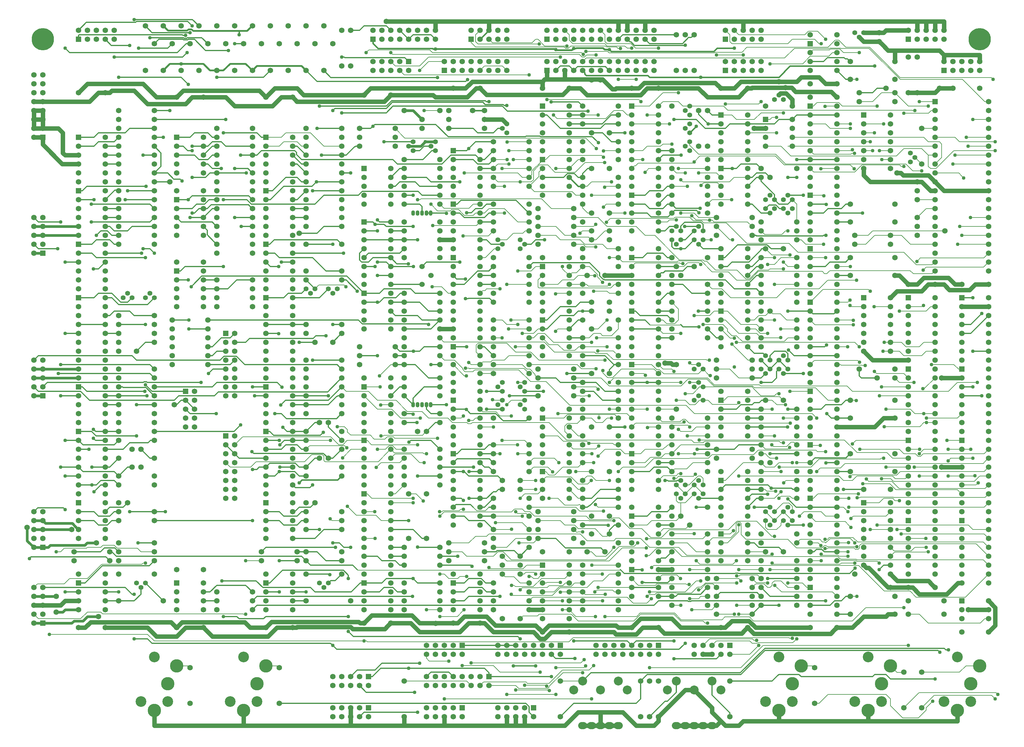
<source format=gbl>
G04 #@! TF.GenerationSoftware,KiCad,Pcbnew,(5.0.1)-3*
G04 #@! TF.CreationDate,2018-11-05T11:47:55-08:00*
G04 #@! TF.ProjectId,100-1059D_Cheezy,3130302D31303539445F436865657A79,rev?*
G04 #@! TF.SameCoordinates,Original*
G04 #@! TF.FileFunction,Copper,L2,Bot,Signal*
G04 #@! TF.FilePolarity,Positive*
%FSLAX46Y46*%
G04 Gerber Fmt 4.6, Leading zero omitted, Abs format (unit mm)*
G04 Created by KiCad (PCBNEW (5.0.1)-3) date 11/5/2018 11:47:55 AM*
%MOMM*%
%LPD*%
G01*
G04 APERTURE LIST*
G04 #@! TA.AperFunction,ComponentPad*
%ADD10C,1.574800*%
G04 #@! TD*
G04 #@! TA.AperFunction,ComponentPad*
%ADD11R,1.574800X1.574800*%
G04 #@! TD*
G04 #@! TA.AperFunction,ComponentPad*
%ADD12O,2.540000X2.032000*%
G04 #@! TD*
G04 #@! TA.AperFunction,ComponentPad*
%ADD13C,2.540000*%
G04 #@! TD*
G04 #@! TA.AperFunction,ComponentPad*
%ADD14C,3.810000*%
G04 #@! TD*
G04 #@! TA.AperFunction,ComponentPad*
%ADD15C,3.048000*%
G04 #@! TD*
G04 #@! TA.AperFunction,ComponentPad*
%ADD16C,1.397000*%
G04 #@! TD*
G04 #@! TA.AperFunction,ComponentPad*
%ADD17O,1.066800X1.524000*%
G04 #@! TD*
G04 #@! TA.AperFunction,ComponentPad*
%ADD18C,1.524000*%
G04 #@! TD*
G04 #@! TA.AperFunction,ComponentPad*
%ADD19C,6.350000*%
G04 #@! TD*
G04 #@! TA.AperFunction,ViaPad*
%ADD20C,1.574800*%
G04 #@! TD*
G04 #@! TA.AperFunction,ViaPad*
%ADD21C,1.016000*%
G04 #@! TD*
G04 #@! TA.AperFunction,Conductor*
%ADD22C,1.270000*%
G04 #@! TD*
G04 #@! TA.AperFunction,Conductor*
%ADD23C,0.762000*%
G04 #@! TD*
G04 #@! TA.AperFunction,Conductor*
%ADD24C,0.304800*%
G04 #@! TD*
G04 #@! TA.AperFunction,Conductor*
%ADD25C,0.381000*%
G04 #@! TD*
G04 #@! TA.AperFunction,Conductor*
%ADD26C,0.203200*%
G04 #@! TD*
G04 #@! TA.AperFunction,Conductor*
%ADD27C,0.152400*%
G04 #@! TD*
G04 #@! TA.AperFunction,Conductor*
%ADD28C,0.508000*%
G04 #@! TD*
G04 APERTURE END LIST*
D10*
G04 #@! TO.P,R238,2*
G04 #@! TO.N,Net-(P22-Pad2)*
X233680000Y-175260000D03*
G04 #@! TO.P,R238,1*
G04 #@! TO.N,Net-(C93-Pad2)*
X223520000Y-175260000D03*
G04 #@! TD*
G04 #@! TO.P,R301,2*
G04 #@! TO.N,GND*
X246380000Y-176530000D03*
G04 #@! TO.P,R301,1*
G04 #@! TO.N,Net-(R301-Pad1)*
X236220000Y-176530000D03*
G04 #@! TD*
G04 #@! TO.P,R302,2*
G04 #@! TO.N,/Drum Synth/CYMBAL/EG2*
X233680000Y-177800000D03*
G04 #@! TO.P,R302,1*
G04 #@! TO.N,Net-(R302-Pad1)*
X223520000Y-177800000D03*
G04 #@! TD*
G04 #@! TO.P,C101,2*
G04 #@! TO.N,Net-(C101-Pad2)*
X255270000Y-228600000D03*
G04 #@! TO.P,C101,1*
G04 #@! TO.N,/DRM3_TRG*
X250190000Y-228600000D03*
G04 #@! TD*
D11*
G04 #@! TO.P,P13,1*
G04 #@! TO.N,GND*
X238760000Y-82550000D03*
D10*
G04 #@! TO.P,P13,2*
G04 #@! TO.N,/Synth/Envelope1/ATTACK*
X238760000Y-80010000D03*
G04 #@! TO.P,P13,3*
G04 #@! TO.N,+10*
X241300000Y-82550000D03*
G04 #@! TO.P,P13,4*
G04 #@! TO.N,N/C*
X241300000Y-80010000D03*
G04 #@! TO.P,P13,5*
G04 #@! TO.N,GND*
X243840000Y-82550000D03*
G04 #@! TO.P,P13,6*
G04 #@! TO.N,/Synth/Envelope1/DECAY*
X243840000Y-80010000D03*
G04 #@! TO.P,P13,7*
G04 #@! TO.N,+10*
X246380000Y-82550000D03*
G04 #@! TO.P,P13,8*
G04 #@! TO.N,N/C*
X246380000Y-80010000D03*
G04 #@! TO.P,P13,9*
G04 #@! TO.N,VCC*
X248920000Y-82550000D03*
G04 #@! TO.P,P13,10*
G04 #@! TO.N,/Synth/EG1_SUS_V*
X248920000Y-80010000D03*
G04 #@! TO.P,P13,11*
G04 #@! TO.N,GND*
X251460000Y-82550000D03*
G04 #@! TO.P,P13,12*
G04 #@! TO.N,N/C*
X251460000Y-80010000D03*
G04 #@! TO.P,P13,13*
G04 #@! TO.N,GND*
X254000000Y-82550000D03*
G04 #@! TO.P,P13,14*
G04 #@! TO.N,/Synth/Envelope1/RELEASE*
X254000000Y-80010000D03*
G04 #@! TO.P,P13,15*
G04 #@! TO.N,+10*
X256540000Y-82550000D03*
G04 #@! TO.P,P13,16*
G04 #@! TO.N,N/C*
X256540000Y-80010000D03*
G04 #@! TO.P,P13,17*
G04 #@! TO.N,Net-(P13-Pad17)*
X259080000Y-82550000D03*
G04 #@! TO.P,P13,18*
G04 #@! TO.N,GND*
X259080000Y-80010000D03*
G04 #@! TO.P,P13,19*
G04 #@! TO.N,Net-(P13-Pad19)*
X261620000Y-82550000D03*
G04 #@! TO.P,P13,20*
G04 #@! TO.N,GND*
X261620000Y-80010000D03*
G04 #@! TO.P,P13,21*
G04 #@! TO.N,N/C*
X264160000Y-82550000D03*
G04 #@! TO.P,P13,22*
X264160000Y-80010000D03*
G04 #@! TO.P,P13,23*
G04 #@! TO.N,Net-(P13-Pad23)*
X266700000Y-82550000D03*
G04 #@! TO.P,P13,24*
G04 #@! TO.N,GND*
X266700000Y-80010000D03*
G04 #@! TO.P,P13,25*
G04 #@! TO.N,N/C*
X269240000Y-82550000D03*
G04 #@! TO.P,P13,26*
X269240000Y-80010000D03*
G04 #@! TD*
G04 #@! TO.P,R256,1*
G04 #@! TO.N,Net-(C102-Pad1)*
X259080000Y-232410000D03*
G04 #@! TO.P,R256,2*
G04 #@! TO.N,Net-(P24-Pad5)*
X248920000Y-232410000D03*
G04 #@! TD*
G04 #@! TO.P,U25,14*
G04 #@! TO.N,+15V0*
X245110000Y-232410000D03*
D11*
G04 #@! TO.P,U25,1*
G04 #@! TO.N,/Drum Synth/CYMBAL/SB0*
X237490000Y-232410000D03*
D10*
G04 #@! TO.P,U25,13*
G04 #@! TO.N,/Drum Synth/CYMBAL/SA0*
X245110000Y-234950000D03*
G04 #@! TO.P,U25,2*
G04 #@! TO.N,/Drum Synth/CYMBAL/SB1*
X237490000Y-234950000D03*
G04 #@! TO.P,U25,12*
G04 #@! TO.N,/Drum Synth/CYMBAL/SA1*
X245110000Y-237490000D03*
G04 #@! TO.P,U25,3*
G04 #@! TO.N,/Drum Synth/CYMBAL/TRIG*
X237490000Y-237490000D03*
G04 #@! TO.P,U25,11*
X245110000Y-240030000D03*
G04 #@! TO.P,U25,4*
G04 #@! TO.N,Net-(D37-Pad1)*
X237490000Y-240030000D03*
G04 #@! TO.P,U25,10*
G04 #@! TO.N,Net-(D35-Pad1)*
X245110000Y-242570000D03*
G04 #@! TO.P,U25,5*
G04 #@! TO.N,+15V0*
X237490000Y-242570000D03*
G04 #@! TO.P,U25,9*
X245110000Y-245110000D03*
G04 #@! TO.P,U25,6*
G04 #@! TO.N,GND*
X237490000Y-245110000D03*
G04 #@! TO.P,U25,8*
X245110000Y-247650000D03*
G04 #@! TO.P,U25,7*
X237490000Y-247650000D03*
G04 #@! TD*
D11*
G04 #@! TO.P,P18,1*
G04 #@! TO.N,+15V0*
X234950000Y-273050000D03*
D10*
G04 #@! TO.P,P18,2*
G04 #@! TO.N,/Drum Synth/OUT*
X234950000Y-275590000D03*
G04 #@! TO.P,P18,3*
G04 #@! TO.N,/Drum Synth/DRUM1/OUT*
X232410000Y-273050000D03*
G04 #@! TO.P,P18,4*
G04 #@! TO.N,GND*
X232410000Y-275590000D03*
G04 #@! TO.P,P18,5*
G04 #@! TO.N,/Drum Synth/Drum2/OUT*
X229870000Y-273050000D03*
G04 #@! TO.P,P18,6*
G04 #@! TO.N,GND*
X229870000Y-275590000D03*
G04 #@! TO.P,P18,7*
G04 #@! TO.N,/Drum Synth/Drum3/OUT*
X227330000Y-273050000D03*
G04 #@! TO.P,P18,8*
G04 #@! TO.N,GND*
X227330000Y-275590000D03*
G04 #@! TO.P,P18,9*
G04 #@! TO.N,/Drum Synth/CYMBAL/OUT*
X224790000Y-273050000D03*
G04 #@! TO.P,P18,10*
G04 #@! TO.N,-15V0*
X224790000Y-275590000D03*
G04 #@! TD*
D12*
G04 #@! TO.P,P1,10*
G04 #@! TO.N,GND*
X285750000Y-278130000D03*
G04 #@! TO.P,P1,8*
X275590000Y-278130000D03*
G04 #@! TO.P,P1,9*
X280670000Y-278130000D03*
G04 #@! TO.P,P1,6*
X278130000Y-278130000D03*
G04 #@! TO.P,P1,7*
X283210000Y-278130000D03*
D13*
G04 #@! TO.P,P1,2*
X280670000Y-267970000D03*
G04 #@! TO.P,P1,3*
G04 #@! TO.N,N/C*
X273050000Y-267970000D03*
G04 #@! TO.P,P1,1*
X288290000Y-267970000D03*
G04 #@! TO.P,P1,5*
G04 #@! TO.N,Net-(P1-Pad5)*
X275590000Y-265430000D03*
G04 #@! TO.P,P1,4*
G04 #@! TO.N,Net-(P1-Pad4)*
X285750000Y-265430000D03*
G04 #@! TD*
D12*
G04 #@! TO.P,P2,10*
G04 #@! TO.N,GND*
X259080000Y-278130000D03*
G04 #@! TO.P,P2,8*
X248920000Y-278130000D03*
G04 #@! TO.P,P2,9*
X254000000Y-278130000D03*
G04 #@! TO.P,P2,6*
X251460000Y-278130000D03*
G04 #@! TO.P,P2,7*
X256540000Y-278130000D03*
D13*
G04 #@! TO.P,P2,2*
G04 #@! TO.N,N/C*
X254000000Y-267970000D03*
G04 #@! TO.P,P2,3*
X246380000Y-267970000D03*
G04 #@! TO.P,P2,1*
X261620000Y-267970000D03*
G04 #@! TO.P,P2,5*
G04 #@! TO.N,Net-(D1-Pad2)*
X248920000Y-265430000D03*
G04 #@! TO.P,P2,4*
G04 #@! TO.N,Net-(P2-Pad4)*
X259080000Y-265430000D03*
G04 #@! TD*
D14*
G04 #@! TO.P,J5,1*
G04 #@! TO.N,GND*
X304800000Y-273761200D03*
D15*
G04 #@! TO.P,J5,*
G04 #@! TO.N,*
X308610000Y-271221200D03*
D14*
G04 #@! TO.P,J5,2*
G04 #@! TO.N,N/C*
X308610000Y-266141200D03*
G04 #@! TO.P,J5,3*
G04 #@! TO.N,Net-(J5-Pad3)*
X311150000Y-261061200D03*
D15*
G04 #@! TO.P,J5,*
G04 #@! TO.N,*
X304800000Y-258521200D03*
X300990000Y-271221200D03*
G04 #@! TD*
G04 #@! TO.P,J3,*
G04 #@! TO.N,*
X351790000Y-271221200D03*
X355600000Y-258521200D03*
D14*
G04 #@! TO.P,J3,3*
G04 #@! TO.N,Net-(J3-Pad3)*
X361950000Y-261061200D03*
G04 #@! TO.P,J3,2*
G04 #@! TO.N,N/C*
X359410000Y-266141200D03*
D15*
G04 #@! TO.P,J3,*
G04 #@! TO.N,*
X359410000Y-271221200D03*
D14*
G04 #@! TO.P,J3,1*
G04 #@! TO.N,GND*
X355600000Y-273761200D03*
G04 #@! TD*
G04 #@! TO.P,J1,1*
G04 #@! TO.N,GND*
X127000000Y-273761200D03*
D15*
G04 #@! TO.P,J1,*
G04 #@! TO.N,*
X130810000Y-271221200D03*
D14*
G04 #@! TO.P,J1,2*
G04 #@! TO.N,N/C*
X130810000Y-266141200D03*
G04 #@! TO.P,J1,3*
G04 #@! TO.N,Net-(J1-Pad3)*
X133350000Y-261061200D03*
D15*
G04 #@! TO.P,J1,*
G04 #@! TO.N,*
X127000000Y-258521200D03*
X123190000Y-271221200D03*
G04 #@! TD*
G04 #@! TO.P,J2,*
G04 #@! TO.N,*
X148590000Y-271221200D03*
X152400000Y-258521200D03*
D14*
G04 #@! TO.P,J2,3*
G04 #@! TO.N,Net-(J2-Pad3)*
X158750000Y-261061200D03*
G04 #@! TO.P,J2,2*
G04 #@! TO.N,N/C*
X156210000Y-266141200D03*
D15*
G04 #@! TO.P,J2,*
G04 #@! TO.N,*
X156210000Y-271221200D03*
D14*
G04 #@! TO.P,J2,1*
G04 #@! TO.N,GND*
X152400000Y-273761200D03*
G04 #@! TD*
G04 #@! TO.P,J4,1*
G04 #@! TO.N,GND*
X330200000Y-273761200D03*
D15*
G04 #@! TO.P,J4,*
G04 #@! TO.N,*
X334010000Y-271221200D03*
D14*
G04 #@! TO.P,J4,2*
G04 #@! TO.N,N/C*
X334010000Y-266141200D03*
G04 #@! TO.P,J4,3*
G04 #@! TO.N,Net-(J4-Pad3)*
X336550000Y-261061200D03*
D15*
G04 #@! TO.P,J4,*
G04 #@! TO.N,*
X330200000Y-258521200D03*
X326390000Y-271221200D03*
G04 #@! TD*
D10*
G04 #@! TO.P,C1,2*
G04 #@! TO.N,GND*
X105410000Y-153670000D03*
G04 #@! TO.P,C1,1*
G04 #@! TO.N,+15V0*
X113030000Y-153670000D03*
G04 #@! TD*
G04 #@! TO.P,C2,1*
G04 #@! TO.N,-15V0*
X105410000Y-176530000D03*
G04 #@! TO.P,C2,2*
G04 #@! TO.N,GND*
X113030000Y-176530000D03*
G04 #@! TD*
G04 #@! TO.P,C3,2*
G04 #@! TO.N,GND*
X116840000Y-171450000D03*
G04 #@! TO.P,C3,1*
G04 #@! TO.N,Net-(C3-Pad1)*
X121920000Y-171450000D03*
G04 #@! TD*
G04 #@! TO.P,C4,2*
G04 #@! TO.N,GND*
X133350000Y-233680000D03*
G04 #@! TO.P,C4,1*
G04 #@! TO.N,+15V0*
X140970000Y-233680000D03*
G04 #@! TD*
G04 #@! TO.P,C5,2*
G04 #@! TO.N,GND*
X105410000Y-138430000D03*
G04 #@! TO.P,C5,1*
G04 #@! TO.N,+15V0*
X113030000Y-138430000D03*
G04 #@! TD*
G04 #@! TO.P,C6,1*
G04 #@! TO.N,Net-(C6-Pad1)*
X116840000Y-242570000D03*
G04 #@! TO.P,C6,2*
G04 #@! TO.N,Net-(C6-Pad2)*
X129540000Y-242570000D03*
G04 #@! TD*
G04 #@! TO.P,C7,1*
G04 #@! TO.N,-15V0*
X133350000Y-250190000D03*
G04 #@! TO.P,C7,2*
G04 #@! TO.N,GND*
X140970000Y-250190000D03*
G04 #@! TD*
G04 #@! TO.P,C8,1*
G04 #@! TO.N,-15V0*
X105410000Y-151130000D03*
G04 #@! TO.P,C8,2*
G04 #@! TO.N,GND*
X113030000Y-151130000D03*
G04 #@! TD*
G04 #@! TO.P,C9,1*
G04 #@! TO.N,Net-(C9-Pad1)*
X116840000Y-214630000D03*
G04 #@! TO.P,C9,2*
G04 #@! TO.N,Net-(C9-Pad2)*
X119380000Y-214630000D03*
G04 #@! TD*
G04 #@! TO.P,C10,2*
G04 #@! TO.N,GND*
X105410000Y-234950000D03*
G04 #@! TO.P,C10,1*
G04 #@! TO.N,+15V0*
X113030000Y-234950000D03*
G04 #@! TD*
G04 #@! TO.P,C11,1*
G04 #@! TO.N,+15V0*
X113030000Y-123190000D03*
G04 #@! TO.P,C11,2*
G04 #@! TO.N,GND*
X105410000Y-123190000D03*
G04 #@! TD*
G04 #@! TO.P,C12,1*
G04 #@! TO.N,-15V0*
X105410000Y-250190000D03*
G04 #@! TO.P,C12,2*
G04 #@! TO.N,GND*
X113030000Y-250190000D03*
G04 #@! TD*
G04 #@! TO.P,C13,2*
G04 #@! TO.N,GND*
X113030000Y-135890000D03*
G04 #@! TO.P,C13,1*
G04 #@! TO.N,-15V0*
X105410000Y-135890000D03*
G04 #@! TD*
G04 #@! TO.P,C14,2*
G04 #@! TO.N,GND*
X105410000Y-97790000D03*
G04 #@! TO.P,C14,1*
G04 #@! TO.N,+15V0*
X113030000Y-97790000D03*
G04 #@! TD*
G04 #@! TO.P,C15,1*
G04 #@! TO.N,-15V0*
X105410000Y-120650000D03*
G04 #@! TO.P,C15,2*
G04 #@! TO.N,GND*
X113030000Y-120650000D03*
G04 #@! TD*
G04 #@! TO.P,C16,2*
G04 #@! TO.N,Net-(C16-Pad2)*
X123190000Y-204470000D03*
G04 #@! TO.P,C16,1*
G04 #@! TO.N,Net-(C16-Pad1)*
X120650000Y-204470000D03*
G04 #@! TD*
G04 #@! TO.P,C17,1*
G04 #@! TO.N,Net-(C17-Pad1)*
X120650000Y-199390000D03*
G04 #@! TO.P,C17,2*
G04 #@! TO.N,Net-(C17-Pad2)*
X123190000Y-199390000D03*
G04 #@! TD*
G04 #@! TO.P,C18,1*
G04 #@! TO.N,+15V0*
X166370000Y-153670000D03*
G04 #@! TO.P,C18,2*
G04 #@! TO.N,GND*
X158750000Y-153670000D03*
G04 #@! TD*
G04 #@! TO.P,C19,1*
G04 #@! TO.N,-15V0*
X158750000Y-176530000D03*
G04 #@! TO.P,C19,2*
G04 #@! TO.N,GND*
X166370000Y-176530000D03*
G04 #@! TD*
G04 #@! TO.P,C20,1*
G04 #@! TO.N,Net-(C20-Pad1)*
X177800000Y-168910000D03*
G04 #@! TO.P,C20,2*
G04 #@! TO.N,GND*
X172720000Y-168910000D03*
G04 #@! TD*
G04 #@! TO.P,C22,1*
G04 #@! TO.N,+15V0*
X166370000Y-138430000D03*
G04 #@! TO.P,C22,2*
G04 #@! TO.N,GND*
X158750000Y-138430000D03*
G04 #@! TD*
G04 #@! TO.P,C23,2*
G04 #@! TO.N,Net-(C23-Pad2)*
X182880000Y-242570000D03*
G04 #@! TO.P,C23,1*
G04 #@! TO.N,Net-(C23-Pad1)*
X170180000Y-242570000D03*
G04 #@! TD*
G04 #@! TO.P,C25,2*
G04 #@! TO.N,GND*
X166370000Y-151130000D03*
G04 #@! TO.P,C25,1*
G04 #@! TO.N,-15V0*
X158750000Y-151130000D03*
G04 #@! TD*
G04 #@! TO.P,C26,1*
G04 #@! TO.N,Net-(C26-Pad1)*
X170180000Y-214630000D03*
G04 #@! TO.P,C26,2*
G04 #@! TO.N,Net-(C26-Pad2)*
X172720000Y-214630000D03*
G04 #@! TD*
G04 #@! TO.P,C27,2*
G04 #@! TO.N,GND*
X158750000Y-234950000D03*
G04 #@! TO.P,C27,1*
G04 #@! TO.N,+15V0*
X166370000Y-234950000D03*
G04 #@! TD*
G04 #@! TO.P,C28,1*
G04 #@! TO.N,+15V0*
X166370000Y-123190000D03*
G04 #@! TO.P,C28,2*
G04 #@! TO.N,GND*
X158750000Y-123190000D03*
G04 #@! TD*
G04 #@! TO.P,C29,2*
G04 #@! TO.N,GND*
X166370000Y-250190000D03*
G04 #@! TO.P,C29,1*
G04 #@! TO.N,-15V0*
X158750000Y-250190000D03*
G04 #@! TD*
G04 #@! TO.P,C30,2*
G04 #@! TO.N,GND*
X166370000Y-135890000D03*
G04 #@! TO.P,C30,1*
G04 #@! TO.N,-15V0*
X158750000Y-135890000D03*
G04 #@! TD*
G04 #@! TO.P,C31,1*
G04 #@! TO.N,+15V0*
X166370000Y-99060000D03*
G04 #@! TO.P,C31,2*
G04 #@! TO.N,GND*
X158750000Y-99060000D03*
G04 #@! TD*
G04 #@! TO.P,C32,1*
G04 #@! TO.N,-15V0*
X158750000Y-120650000D03*
G04 #@! TO.P,C32,2*
G04 #@! TO.N,GND*
X166370000Y-120650000D03*
G04 #@! TD*
G04 #@! TO.P,C33,1*
G04 #@! TO.N,Net-(C33-Pad1)*
X173990000Y-201930000D03*
G04 #@! TO.P,C33,2*
G04 #@! TO.N,Net-(C33-Pad2)*
X176530000Y-201930000D03*
G04 #@! TD*
G04 #@! TO.P,C34,1*
G04 #@! TO.N,Net-(C34-Pad1)*
X173990000Y-191770000D03*
G04 #@! TO.P,C34,2*
G04 #@! TO.N,Net-(C34-Pad2)*
X176530000Y-191770000D03*
G04 #@! TD*
G04 #@! TO.P,C35,2*
G04 #@! TO.N,Net-(C35-Pad2)*
X204470000Y-194310000D03*
G04 #@! TO.P,C35,1*
G04 #@! TO.N,Net-(C35-Pad1)*
X201930000Y-194310000D03*
G04 #@! TD*
G04 #@! TO.P,C36,1*
G04 #@! TO.N,Net-(C36-Pad1)*
X199390000Y-224790000D03*
G04 #@! TO.P,C36,2*
G04 #@! TO.N,/Synth/Filter/BP*
X199390000Y-212090000D03*
G04 #@! TD*
G04 #@! TO.P,C37,1*
G04 #@! TO.N,+15V0*
X194310000Y-209550000D03*
G04 #@! TO.P,C37,2*
G04 #@! TO.N,GND*
X186690000Y-209550000D03*
G04 #@! TD*
G04 #@! TO.P,C38,1*
G04 #@! TO.N,+15V0*
X194310000Y-234950000D03*
G04 #@! TO.P,C38,2*
G04 #@! TO.N,GND*
X186690000Y-234950000D03*
G04 #@! TD*
G04 #@! TO.P,C39,1*
G04 #@! TO.N,+15V0*
X194310000Y-194310000D03*
G04 #@! TO.P,C39,2*
G04 #@! TO.N,GND*
X186690000Y-194310000D03*
G04 #@! TD*
G04 #@! TO.P,C40,1*
G04 #@! TO.N,+15V0*
X194310000Y-179070000D03*
G04 #@! TO.P,C40,2*
G04 #@! TO.N,GND*
X186690000Y-179070000D03*
G04 #@! TD*
G04 #@! TO.P,C41,2*
G04 #@! TO.N,GND*
X194310000Y-232410000D03*
G04 #@! TO.P,C41,1*
G04 #@! TO.N,-15V0*
X186690000Y-232410000D03*
G04 #@! TD*
G04 #@! TO.P,C42,2*
G04 #@! TO.N,GND*
X194310000Y-248920000D03*
G04 #@! TO.P,C42,1*
G04 #@! TO.N,-15V0*
X186690000Y-248920000D03*
G04 #@! TD*
G04 #@! TO.P,C43,2*
G04 #@! TO.N,GND*
X194310000Y-207010000D03*
G04 #@! TO.P,C43,1*
G04 #@! TO.N,-15V0*
X186690000Y-207010000D03*
G04 #@! TD*
G04 #@! TO.P,C44,2*
G04 #@! TO.N,GND*
X194310000Y-191770000D03*
G04 #@! TO.P,C44,1*
G04 #@! TO.N,-15V0*
X186690000Y-191770000D03*
G04 #@! TD*
G04 #@! TO.P,C45,2*
G04 #@! TO.N,/Synth/Mixer/FIN3*
X204470000Y-212090000D03*
G04 #@! TO.P,C45,1*
G04 #@! TO.N,Net-(C45-Pad1)*
X204470000Y-224790000D03*
G04 #@! TD*
G04 #@! TO.P,C47,2*
G04 #@! TO.N,GND*
X270510000Y-137160000D03*
G04 #@! TO.P,C47,1*
G04 #@! TO.N,-15V0*
X262890000Y-137160000D03*
G04 #@! TD*
G04 #@! TO.P,C48,1*
G04 #@! TO.N,+15V0*
X270510000Y-124460000D03*
G04 #@! TO.P,C48,2*
G04 #@! TO.N,GND*
X262890000Y-124460000D03*
G04 #@! TD*
G04 #@! TO.P,C49,2*
G04 #@! TO.N,Net-(C49-Pad2)*
X276860000Y-149860000D03*
G04 #@! TO.P,C49,1*
G04 #@! TO.N,Net-(C49-Pad1)*
X274320000Y-149860000D03*
G04 #@! TD*
G04 #@! TO.P,C50,2*
G04 #@! TO.N,/Synth/ADSR*
X275590000Y-147320000D03*
G04 #@! TO.P,C50,1*
G04 #@! TO.N,Net-(C50-Pad1)*
X280670000Y-147320000D03*
G04 #@! TD*
G04 #@! TO.P,C51,2*
G04 #@! TO.N,GND*
X270510000Y-121920000D03*
G04 #@! TO.P,C51,1*
G04 #@! TO.N,-15V0*
X262890000Y-121920000D03*
G04 #@! TD*
G04 #@! TO.P,C52,2*
G04 #@! TO.N,GND*
X270510000Y-154940000D03*
G04 #@! TO.P,C52,1*
G04 #@! TO.N,-15V0*
X262890000Y-154940000D03*
G04 #@! TD*
G04 #@! TO.P,C53,2*
G04 #@! TO.N,GND*
X270510000Y-170180000D03*
G04 #@! TO.P,C53,1*
G04 #@! TO.N,-15V0*
X262890000Y-170180000D03*
G04 #@! TD*
G04 #@! TO.P,C54,1*
G04 #@! TO.N,+15V0*
X270510000Y-96520000D03*
G04 #@! TO.P,C54,2*
G04 #@! TO.N,GND*
X262890000Y-96520000D03*
G04 #@! TD*
G04 #@! TO.P,C55,1*
G04 #@! TO.N,+15V0*
X270510000Y-142240000D03*
G04 #@! TO.P,C55,2*
G04 #@! TO.N,GND*
X262890000Y-142240000D03*
G04 #@! TD*
G04 #@! TO.P,C56,1*
G04 #@! TO.N,+15V0*
X270510000Y-157480000D03*
G04 #@! TO.P,C56,2*
G04 #@! TO.N,GND*
X262890000Y-157480000D03*
G04 #@! TD*
G04 #@! TO.P,C58,2*
G04 #@! TO.N,GND*
X270510000Y-210820000D03*
G04 #@! TO.P,C58,1*
G04 #@! TO.N,-15V0*
X262890000Y-210820000D03*
G04 #@! TD*
G04 #@! TO.P,C59,1*
G04 #@! TO.N,+15V0*
X270510000Y-198120000D03*
G04 #@! TO.P,C59,2*
G04 #@! TO.N,GND*
X262890000Y-198120000D03*
G04 #@! TD*
G04 #@! TO.P,C60,2*
G04 #@! TO.N,Net-(C60-Pad2)*
X276860000Y-218440000D03*
G04 #@! TO.P,C60,1*
G04 #@! TO.N,Net-(C60-Pad1)*
X274320000Y-218440000D03*
G04 #@! TD*
G04 #@! TO.P,C61,1*
G04 #@! TO.N,Net-(C61-Pad1)*
X279400000Y-220980000D03*
G04 #@! TO.P,C61,2*
G04 #@! TO.N,/Synth/VCA/CV*
X274320000Y-220980000D03*
G04 #@! TD*
G04 #@! TO.P,C62,1*
G04 #@! TO.N,-15V0*
X262890000Y-195580000D03*
G04 #@! TO.P,C62,2*
G04 #@! TO.N,GND*
X270510000Y-195580000D03*
G04 #@! TD*
G04 #@! TO.P,C63,1*
G04 #@! TO.N,-15V0*
X262890000Y-228600000D03*
G04 #@! TO.P,C63,2*
G04 #@! TO.N,GND*
X270510000Y-228600000D03*
G04 #@! TD*
G04 #@! TO.P,C64,2*
G04 #@! TO.N,GND*
X270510000Y-250190000D03*
G04 #@! TO.P,C64,1*
G04 #@! TO.N,-15V0*
X262890000Y-250190000D03*
G04 #@! TD*
G04 #@! TO.P,C65,1*
G04 #@! TO.N,+15V0*
X270510000Y-172720000D03*
G04 #@! TO.P,C65,2*
G04 #@! TO.N,GND*
X262890000Y-172720000D03*
G04 #@! TD*
G04 #@! TO.P,C66,2*
G04 #@! TO.N,GND*
X262890000Y-215900000D03*
G04 #@! TO.P,C66,1*
G04 #@! TO.N,+15V0*
X270510000Y-215900000D03*
G04 #@! TD*
G04 #@! TO.P,C67,1*
G04 #@! TO.N,+15V0*
X270510000Y-231140000D03*
G04 #@! TO.P,C67,2*
G04 #@! TO.N,GND*
X262890000Y-231140000D03*
G04 #@! TD*
G04 #@! TO.P,C68,1*
G04 #@! TO.N,Net-(C68-Pad1)*
X299720000Y-203200000D03*
G04 #@! TO.P,C68,2*
G04 #@! TO.N,Net-(C68-Pad2)*
X302260000Y-203200000D03*
G04 #@! TD*
G04 #@! TO.P,C69,1*
G04 #@! TO.N,Net-(C69-Pad1)*
X300990000Y-228600000D03*
G04 #@! TO.P,C69,2*
G04 #@! TO.N,/Synth/GLIDE/OUT*
X306070000Y-228600000D03*
G04 #@! TD*
G04 #@! TO.P,C70,1*
G04 #@! TO.N,+15V0*
X295910000Y-157480000D03*
G04 #@! TO.P,C70,2*
G04 #@! TO.N,GND*
X288290000Y-157480000D03*
G04 #@! TD*
G04 #@! TO.P,C71,2*
G04 #@! TO.N,GND*
X295910000Y-170180000D03*
G04 #@! TO.P,C71,1*
G04 #@! TO.N,-15V0*
X288290000Y-170180000D03*
G04 #@! TD*
G04 #@! TO.P,C72,2*
G04 #@! TO.N,Net-(C72-Pad2)*
X299720000Y-160020000D03*
G04 #@! TO.P,C72,1*
G04 #@! TO.N,Net-(C72-Pad1)*
X302260000Y-160020000D03*
G04 #@! TD*
G04 #@! TO.P,C73,1*
G04 #@! TO.N,+15V0*
X295910000Y-182880000D03*
G04 #@! TO.P,C73,2*
G04 #@! TO.N,GND*
X288290000Y-182880000D03*
G04 #@! TD*
G04 #@! TO.P,C74,2*
G04 #@! TO.N,GND*
X295910000Y-195580000D03*
G04 #@! TO.P,C74,1*
G04 #@! TO.N,-15V0*
X288290000Y-195580000D03*
G04 #@! TD*
G04 #@! TO.P,C75,1*
G04 #@! TO.N,Net-(C75-Pad1)*
X300990000Y-185420000D03*
G04 #@! TO.P,C75,2*
G04 #@! TO.N,Net-(C75-Pad2)*
X306070000Y-185420000D03*
G04 #@! TD*
G04 #@! TO.P,C76,2*
G04 #@! TO.N,GND*
X186690000Y-152400000D03*
G04 #@! TO.P,C76,1*
G04 #@! TO.N,+15V0*
X194310000Y-152400000D03*
G04 #@! TD*
G04 #@! TO.P,C77,1*
G04 #@! TO.N,-15V0*
X186690000Y-165100000D03*
G04 #@! TO.P,C77,2*
G04 #@! TO.N,GND*
X194310000Y-165100000D03*
G04 #@! TD*
G04 #@! TO.P,C78,2*
G04 #@! TO.N,GND*
X133350000Y-99060000D03*
G04 #@! TO.P,C78,1*
G04 #@! TO.N,+15V0*
X140970000Y-99060000D03*
G04 #@! TD*
G04 #@! TO.P,C79,1*
G04 #@! TO.N,-15V0*
X133350000Y-120650000D03*
G04 #@! TO.P,C79,2*
G04 #@! TO.N,GND*
X140970000Y-120650000D03*
G04 #@! TD*
G04 #@! TO.P,C80,2*
G04 #@! TO.N,GND*
X133350000Y-125730000D03*
G04 #@! TO.P,C80,1*
G04 #@! TO.N,+15V0*
X140970000Y-125730000D03*
G04 #@! TD*
G04 #@! TO.P,C81,1*
G04 #@! TO.N,-15V0*
X133350000Y-138430000D03*
G04 #@! TO.P,C81,2*
G04 #@! TO.N,GND*
X140970000Y-138430000D03*
G04 #@! TD*
G04 #@! TO.P,C82,2*
G04 #@! TO.N,GND*
X256540000Y-109220000D03*
G04 #@! TO.P,C82,1*
G04 #@! TO.N,Net-(C82-Pad1)*
X251460000Y-109220000D03*
G04 #@! TD*
G04 #@! TO.P,C83,1*
G04 #@! TO.N,/DRM1_TRG*
X256540000Y-119380000D03*
G04 #@! TO.P,C83,2*
G04 #@! TO.N,Net-(C83-Pad2)*
X251460000Y-119380000D03*
G04 #@! TD*
G04 #@! TO.P,C84,1*
G04 #@! TO.N,Net-(C84-Pad1)*
X251460000Y-137160000D03*
G04 #@! TO.P,C84,2*
G04 #@! TO.N,Net-(C84-Pad2)*
X256540000Y-137160000D03*
G04 #@! TD*
G04 #@! TO.P,C85,2*
G04 #@! TO.N,GND*
X256540000Y-132080000D03*
G04 #@! TO.P,C85,1*
G04 #@! TO.N,Net-(C85-Pad1)*
X251460000Y-132080000D03*
G04 #@! TD*
G04 #@! TO.P,C86,2*
G04 #@! TO.N,Net-(C86-Pad2)*
X256540000Y-139700000D03*
G04 #@! TO.P,C86,1*
G04 #@! TO.N,Net-(C84-Pad2)*
X251460000Y-139700000D03*
G04 #@! TD*
G04 #@! TO.P,C87,1*
G04 #@! TO.N,+15V0*
X245110000Y-114300000D03*
G04 #@! TO.P,C87,2*
G04 #@! TO.N,GND*
X237490000Y-114300000D03*
G04 #@! TD*
G04 #@! TO.P,C88,1*
G04 #@! TO.N,+15V0*
X245110000Y-96520000D03*
G04 #@! TO.P,C88,2*
G04 #@! TO.N,GND*
X237490000Y-96520000D03*
G04 #@! TD*
G04 #@! TO.P,C89,2*
G04 #@! TO.N,GND*
X245110000Y-127000000D03*
G04 #@! TO.P,C89,1*
G04 #@! TO.N,-15V0*
X237490000Y-127000000D03*
G04 #@! TD*
G04 #@! TO.P,C90,2*
G04 #@! TO.N,GND*
X245110000Y-111760000D03*
G04 #@! TO.P,C90,1*
G04 #@! TO.N,-15V0*
X237490000Y-111760000D03*
G04 #@! TD*
G04 #@! TO.P,C91,2*
G04 #@! TO.N,GND*
X255270000Y-149860000D03*
G04 #@! TO.P,C91,1*
G04 #@! TO.N,Net-(C91-Pad1)*
X250190000Y-149860000D03*
G04 #@! TD*
G04 #@! TO.P,C92,2*
G04 #@! TO.N,Net-(C92-Pad2)*
X256540000Y-165100000D03*
G04 #@! TO.P,C92,1*
G04 #@! TO.N,/DRM2_TRG*
X251460000Y-165100000D03*
G04 #@! TD*
G04 #@! TO.P,C93,2*
G04 #@! TO.N,Net-(C93-Pad2)*
X256540000Y-160020000D03*
G04 #@! TO.P,C93,1*
G04 #@! TO.N,Net-(C93-Pad1)*
X251460000Y-160020000D03*
G04 #@! TD*
G04 #@! TO.P,C94,1*
G04 #@! TO.N,Net-(C94-Pad1)*
X256540000Y-177800000D03*
G04 #@! TO.P,C94,2*
G04 #@! TO.N,GND*
X251460000Y-177800000D03*
G04 #@! TD*
G04 #@! TO.P,C95,1*
G04 #@! TO.N,Net-(C93-Pad2)*
X256540000Y-157480000D03*
G04 #@! TO.P,C95,2*
G04 #@! TO.N,Net-(C95-Pad2)*
X251460000Y-157480000D03*
G04 #@! TD*
G04 #@! TO.P,C96,1*
G04 #@! TO.N,+15V0*
X245110000Y-160020000D03*
G04 #@! TO.P,C96,2*
G04 #@! TO.N,GND*
X237490000Y-160020000D03*
G04 #@! TD*
G04 #@! TO.P,C97,1*
G04 #@! TO.N,+15V0*
X245110000Y-144780000D03*
G04 #@! TO.P,C97,2*
G04 #@! TO.N,GND*
X237490000Y-144780000D03*
G04 #@! TD*
G04 #@! TO.P,C98,2*
G04 #@! TO.N,GND*
X245110000Y-172720000D03*
G04 #@! TO.P,C98,1*
G04 #@! TO.N,-15V0*
X237490000Y-172720000D03*
G04 #@! TD*
G04 #@! TO.P,C99,2*
G04 #@! TO.N,GND*
X245110000Y-157480000D03*
G04 #@! TO.P,C99,1*
G04 #@! TO.N,-15V0*
X237490000Y-157480000D03*
G04 #@! TD*
G04 #@! TO.P,C100,2*
G04 #@! TO.N,GND*
X256540000Y-193040000D03*
G04 #@! TO.P,C100,1*
G04 #@! TO.N,Net-(C100-Pad1)*
X251460000Y-193040000D03*
G04 #@! TD*
G04 #@! TO.P,C102,1*
G04 #@! TO.N,Net-(C102-Pad1)*
X251460000Y-218440000D03*
G04 #@! TO.P,C102,2*
G04 #@! TO.N,Net-(C102-Pad2)*
X256540000Y-218440000D03*
G04 #@! TD*
G04 #@! TO.P,C103,1*
G04 #@! TO.N,Net-(C103-Pad1)*
X256540000Y-205740000D03*
G04 #@! TO.P,C103,2*
G04 #@! TO.N,GND*
X251460000Y-205740000D03*
G04 #@! TD*
G04 #@! TO.P,C104,2*
G04 #@! TO.N,Net-(C104-Pad2)*
X251460000Y-223520000D03*
G04 #@! TO.P,C104,1*
G04 #@! TO.N,Net-(C102-Pad2)*
X256540000Y-223520000D03*
G04 #@! TD*
G04 #@! TO.P,C105,1*
G04 #@! TO.N,+15V0*
X245110000Y-187960000D03*
G04 #@! TO.P,C105,2*
G04 #@! TO.N,GND*
X237490000Y-187960000D03*
G04 #@! TD*
G04 #@! TO.P,C106,1*
G04 #@! TO.N,+15V0*
X245110000Y-203200000D03*
G04 #@! TO.P,C106,2*
G04 #@! TO.N,GND*
X237490000Y-203200000D03*
G04 #@! TD*
G04 #@! TO.P,C107,2*
G04 #@! TO.N,GND*
X245110000Y-200660000D03*
G04 #@! TO.P,C107,1*
G04 #@! TO.N,-15V0*
X237490000Y-200660000D03*
G04 #@! TD*
G04 #@! TO.P,C108,2*
G04 #@! TO.N,GND*
X245110000Y-251460000D03*
G04 #@! TO.P,C108,1*
G04 #@! TO.N,-15V0*
X237490000Y-251460000D03*
G04 #@! TD*
G04 #@! TO.P,C109,1*
G04 #@! TO.N,+15V0*
X219710000Y-182880000D03*
G04 #@! TO.P,C109,2*
G04 #@! TO.N,GND*
X212090000Y-182880000D03*
G04 #@! TD*
G04 #@! TO.P,C110,1*
G04 #@! TO.N,+15V0*
X219710000Y-234950000D03*
G04 #@! TO.P,C110,2*
G04 #@! TO.N,GND*
X212090000Y-234950000D03*
G04 #@! TD*
G04 #@! TO.P,C111,2*
G04 #@! TO.N,GND*
X219710000Y-195580000D03*
G04 #@! TO.P,C111,1*
G04 #@! TO.N,-15V0*
X212090000Y-195580000D03*
G04 #@! TD*
G04 #@! TO.P,C112,2*
G04 #@! TO.N,GND*
X219710000Y-248920000D03*
G04 #@! TO.P,C112,1*
G04 #@! TO.N,-15V0*
X212090000Y-248920000D03*
G04 #@! TD*
G04 #@! TO.P,C113,2*
G04 #@! TO.N,Net-(C113-Pad2)*
X226060000Y-247650000D03*
G04 #@! TO.P,C113,1*
G04 #@! TO.N,/NOISE*
X231140000Y-247650000D03*
G04 #@! TD*
G04 #@! TO.P,C114,1*
G04 #@! TO.N,Net-(C114-Pad1)*
X226060000Y-232410000D03*
G04 #@! TO.P,C114,2*
G04 #@! TO.N,Net-(C114-Pad2)*
X231140000Y-232410000D03*
G04 #@! TD*
G04 #@! TO.P,C115,1*
G04 #@! TO.N,Net-(C115-Pad1)*
X226060000Y-234950000D03*
G04 #@! TO.P,C115,2*
G04 #@! TO.N,GND*
X231140000Y-234950000D03*
G04 #@! TD*
G04 #@! TO.P,C116,2*
G04 #@! TO.N,Net-(C116-Pad2)*
X226060000Y-229870000D03*
G04 #@! TO.P,C116,1*
G04 #@! TO.N,Net-(C114-Pad2)*
X231140000Y-229870000D03*
G04 #@! TD*
G04 #@! TO.P,C117,2*
G04 #@! TO.N,GND*
X212090000Y-142240000D03*
G04 #@! TO.P,C117,1*
G04 #@! TO.N,+15V0*
X219710000Y-142240000D03*
G04 #@! TD*
G04 #@! TO.P,C118,1*
G04 #@! TO.N,Net-(C118-Pad1)*
X226060000Y-208280000D03*
G04 #@! TO.P,C118,2*
G04 #@! TO.N,GND*
X231140000Y-208280000D03*
G04 #@! TD*
G04 #@! TO.P,C119,1*
G04 #@! TO.N,-15V0*
X212090000Y-165100000D03*
G04 #@! TO.P,C119,2*
G04 #@! TO.N,GND*
X219710000Y-165100000D03*
G04 #@! TD*
G04 #@! TO.P,C120,1*
G04 #@! TO.N,Net-(C120-Pad1)*
X226060000Y-210820000D03*
G04 #@! TO.P,C120,2*
G04 #@! TO.N,GND*
X231140000Y-210820000D03*
G04 #@! TD*
G04 #@! TO.P,C121,1*
G04 #@! TO.N,+15V0*
X219710000Y-127000000D03*
G04 #@! TO.P,C121,2*
G04 #@! TO.N,GND*
X212090000Y-127000000D03*
G04 #@! TD*
G04 #@! TO.P,C122,1*
G04 #@! TO.N,+15V0*
X219710000Y-167640000D03*
G04 #@! TO.P,C122,2*
G04 #@! TO.N,GND*
X212090000Y-167640000D03*
G04 #@! TD*
G04 #@! TO.P,C123,2*
G04 #@! TO.N,GND*
X219710000Y-139700000D03*
G04 #@! TO.P,C123,1*
G04 #@! TO.N,-15V0*
X212090000Y-139700000D03*
G04 #@! TD*
G04 #@! TO.P,C124,2*
G04 #@! TO.N,GND*
X219710000Y-180340000D03*
G04 #@! TO.P,C124,1*
G04 #@! TO.N,-15V0*
X212090000Y-180340000D03*
G04 #@! TD*
G04 #@! TO.P,C125,2*
G04 #@! TO.N,GND*
X356870000Y-251460000D03*
G04 #@! TO.P,C125,1*
G04 #@! TO.N,VCC*
X364490000Y-251460000D03*
G04 #@! TD*
G04 #@! TO.P,C126,1*
G04 #@! TO.N,Net-(C126-Pad1)*
X336550000Y-232410000D03*
G04 #@! TO.P,C126,2*
G04 #@! TO.N,GND*
X328930000Y-232410000D03*
G04 #@! TD*
G04 #@! TO.P,C127,2*
G04 #@! TO.N,GND*
X341630000Y-194310000D03*
G04 #@! TO.P,C127,1*
G04 #@! TO.N,VCC*
X349250000Y-194310000D03*
G04 #@! TD*
G04 #@! TO.P,C128,2*
G04 #@! TO.N,GND*
X341630000Y-217170000D03*
G04 #@! TO.P,C128,1*
G04 #@! TO.N,VCC*
X349250000Y-217170000D03*
G04 #@! TD*
G04 #@! TO.P,C129,2*
G04 #@! TO.N,GND*
X341630000Y-238760000D03*
G04 #@! TO.P,C129,1*
G04 #@! TO.N,VCC*
X349250000Y-238760000D03*
G04 #@! TD*
G04 #@! TO.P,C130,1*
G04 #@! TO.N,VCC*
X336550000Y-210820000D03*
G04 #@! TO.P,C130,2*
G04 #@! TO.N,GND*
X328930000Y-210820000D03*
G04 #@! TD*
G04 #@! TO.P,C132,1*
G04 #@! TO.N,+15V0*
X321310000Y-236220000D03*
G04 #@! TO.P,C132,2*
G04 #@! TO.N,GND*
X313690000Y-236220000D03*
G04 #@! TD*
G04 #@! TO.P,C133,2*
G04 #@! TO.N,GND*
X321310000Y-250190000D03*
G04 #@! TO.P,C133,1*
G04 #@! TO.N,-15V0*
X313690000Y-250190000D03*
G04 #@! TD*
G04 #@! TO.P,C134,1*
G04 #@! TO.N,-15V0*
X313690000Y-233680000D03*
G04 #@! TO.P,C134,2*
G04 #@! TO.N,GND*
X321310000Y-233680000D03*
G04 #@! TD*
G04 #@! TO.P,C135,1*
G04 #@! TO.N,Net-(C135-Pad1)*
X325120000Y-241300000D03*
G04 #@! TO.P,C135,2*
G04 #@! TO.N,GND*
X337820000Y-241300000D03*
G04 #@! TD*
G04 #@! TO.P,C136,2*
G04 #@! TO.N,GND*
X337820000Y-246380000D03*
G04 #@! TO.P,C136,1*
G04 #@! TO.N,Net-(C136-Pad1)*
X325120000Y-246380000D03*
G04 #@! TD*
G04 #@! TO.P,C137,1*
G04 #@! TO.N,Net-(C137-Pad1)*
X325120000Y-200660000D03*
G04 #@! TO.P,C137,2*
G04 #@! TO.N,GND*
X337820000Y-200660000D03*
G04 #@! TD*
G04 #@! TO.P,C138,1*
G04 #@! TO.N,Net-(C138-Pad1)*
X325120000Y-205740000D03*
G04 #@! TO.P,C138,2*
G04 #@! TO.N,GND*
X337820000Y-205740000D03*
G04 #@! TD*
G04 #@! TO.P,C139,1*
G04 #@! TO.N,+15V0*
X321310000Y-195580000D03*
G04 #@! TO.P,C139,2*
G04 #@! TO.N,GND*
X313690000Y-195580000D03*
G04 #@! TD*
G04 #@! TO.P,C140,2*
G04 #@! TO.N,GND*
X313690000Y-210820000D03*
G04 #@! TO.P,C140,1*
G04 #@! TO.N,+15V0*
X321310000Y-210820000D03*
G04 #@! TD*
G04 #@! TO.P,C141,2*
G04 #@! TO.N,GND*
X321310000Y-208280000D03*
G04 #@! TO.P,C141,1*
G04 #@! TO.N,-15V0*
X313690000Y-208280000D03*
G04 #@! TD*
G04 #@! TO.P,C142,1*
G04 #@! TO.N,-15V0*
X313690000Y-177800000D03*
G04 #@! TO.P,C142,2*
G04 #@! TO.N,GND*
X321310000Y-177800000D03*
G04 #@! TD*
G04 #@! TO.P,C143,1*
G04 #@! TO.N,+15V0*
X321310000Y-180340000D03*
G04 #@! TO.P,C143,2*
G04 #@! TO.N,GND*
X313690000Y-180340000D03*
G04 #@! TD*
G04 #@! TO.P,C144,2*
G04 #@! TO.N,GND*
X313690000Y-154940000D03*
G04 #@! TO.P,C144,1*
G04 #@! TO.N,+15V0*
X321310000Y-154940000D03*
G04 #@! TD*
G04 #@! TO.P,C145,2*
G04 #@! TO.N,GND*
X321310000Y-193040000D03*
G04 #@! TO.P,C145,1*
G04 #@! TO.N,-15V0*
X313690000Y-193040000D03*
G04 #@! TD*
G04 #@! TO.P,C146,1*
G04 #@! TO.N,-15V0*
X313690000Y-121920000D03*
G04 #@! TO.P,C146,2*
G04 #@! TO.N,GND*
X321310000Y-121920000D03*
G04 #@! TD*
G04 #@! TO.P,C147,2*
G04 #@! TO.N,GND*
X337820000Y-185420000D03*
G04 #@! TO.P,C147,1*
G04 #@! TO.N,Net-(C147-Pad1)*
X325120000Y-185420000D03*
G04 #@! TD*
G04 #@! TO.P,C148,1*
G04 #@! TO.N,Net-(C148-Pad1)*
X325120000Y-190500000D03*
G04 #@! TO.P,C148,2*
G04 #@! TO.N,GND*
X337820000Y-190500000D03*
G04 #@! TD*
G04 #@! TO.P,C149,2*
G04 #@! TO.N,GND*
X337820000Y-144780000D03*
G04 #@! TO.P,C149,1*
G04 #@! TO.N,Net-(C149-Pad1)*
X325120000Y-144780000D03*
G04 #@! TD*
G04 #@! TO.P,C150,2*
G04 #@! TO.N,GND*
X337820000Y-149860000D03*
G04 #@! TO.P,C150,1*
G04 #@! TO.N,Net-(C150-Pad1)*
X325120000Y-149860000D03*
G04 #@! TD*
G04 #@! TO.P,C151,2*
G04 #@! TO.N,GND*
X313690000Y-99060000D03*
G04 #@! TO.P,C151,1*
G04 #@! TO.N,+15V0*
X321310000Y-99060000D03*
G04 #@! TD*
G04 #@! TO.P,C152,1*
G04 #@! TO.N,+15V0*
X321310000Y-139700000D03*
G04 #@! TO.P,C152,2*
G04 #@! TO.N,GND*
X313690000Y-139700000D03*
G04 #@! TD*
G04 #@! TO.P,C153,1*
G04 #@! TO.N,-15V0*
X313690000Y-152400000D03*
G04 #@! TO.P,C153,2*
G04 #@! TO.N,GND*
X321310000Y-152400000D03*
G04 #@! TD*
G04 #@! TO.P,C154,1*
G04 #@! TO.N,Net-(C154-Pad1)*
X325120000Y-129540000D03*
G04 #@! TO.P,C154,2*
G04 #@! TO.N,GND*
X337820000Y-129540000D03*
G04 #@! TD*
G04 #@! TO.P,C155,1*
G04 #@! TO.N,Net-(C155-Pad1)*
X325120000Y-134620000D03*
G04 #@! TO.P,C155,2*
G04 #@! TO.N,GND*
X337820000Y-134620000D03*
G04 #@! TD*
G04 #@! TO.P,C156,2*
G04 #@! TO.N,GND*
X337820000Y-88900000D03*
G04 #@! TO.P,C156,1*
G04 #@! TO.N,Net-(C156-Pad1)*
X325120000Y-88900000D03*
G04 #@! TD*
G04 #@! TO.P,C157,1*
G04 #@! TO.N,Net-(C157-Pad1)*
X325120000Y-93980000D03*
G04 #@! TO.P,C157,2*
G04 #@! TO.N,GND*
X337820000Y-93980000D03*
G04 #@! TD*
G04 #@! TO.P,C158,2*
G04 #@! TO.N,GND*
X313690000Y-124460000D03*
G04 #@! TO.P,C158,1*
G04 #@! TO.N,+15V0*
X321310000Y-124460000D03*
G04 #@! TD*
G04 #@! TO.P,C159,2*
G04 #@! TO.N,GND*
X313690000Y-81280000D03*
G04 #@! TO.P,C159,1*
G04 #@! TO.N,+15V0*
X321310000Y-81280000D03*
G04 #@! TD*
G04 #@! TO.P,C160,2*
G04 #@! TO.N,GND*
X321310000Y-137160000D03*
G04 #@! TO.P,C160,1*
G04 #@! TO.N,-15V0*
X313690000Y-137160000D03*
G04 #@! TD*
G04 #@! TO.P,C161,1*
G04 #@! TO.N,-15V0*
X313690000Y-95250000D03*
G04 #@! TO.P,C161,2*
G04 #@! TO.N,GND*
X321310000Y-95250000D03*
G04 #@! TD*
G04 #@! TO.P,C162,2*
G04 #@! TO.N,GND*
X288290000Y-116840000D03*
G04 #@! TO.P,C162,1*
G04 #@! TO.N,+15V0*
X295910000Y-116840000D03*
G04 #@! TD*
G04 #@! TO.P,C163,1*
G04 #@! TO.N,-15V0*
X288290000Y-129540000D03*
G04 #@! TO.P,C163,2*
G04 #@! TO.N,GND*
X295910000Y-129540000D03*
G04 #@! TD*
G04 #@! TO.P,C164,2*
G04 #@! TO.N,Net-(C164-Pad2)*
X299720000Y-121920000D03*
G04 #@! TO.P,C164,1*
G04 #@! TO.N,Net-(C164-Pad1)*
X302260000Y-121920000D03*
G04 #@! TD*
G04 #@! TO.P,C165,2*
G04 #@! TO.N,GND*
X288290000Y-142240000D03*
G04 #@! TO.P,C165,1*
G04 #@! TO.N,+15V0*
X295910000Y-142240000D03*
G04 #@! TD*
G04 #@! TO.P,C166,1*
G04 #@! TO.N,-15V0*
X288290000Y-154940000D03*
G04 #@! TO.P,C166,2*
G04 #@! TO.N,GND*
X295910000Y-154940000D03*
G04 #@! TD*
G04 #@! TO.P,C167,2*
G04 #@! TO.N,Net-(C167-Pad2)*
X306070000Y-142240000D03*
G04 #@! TO.P,C167,1*
G04 #@! TO.N,Net-(C167-Pad1)*
X300990000Y-142240000D03*
G04 #@! TD*
G04 #@! TO.P,C168,1*
G04 #@! TO.N,Net-(C168-Pad1)*
X344170000Y-135890000D03*
G04 #@! TO.P,C168,2*
G04 #@! TO.N,GND*
X344170000Y-138430000D03*
G04 #@! TD*
G04 #@! TO.P,C169,2*
G04 #@! TO.N,GND*
X344170000Y-123190000D03*
G04 #@! TO.P,C169,1*
G04 #@! TO.N,Net-(C169-Pad1)*
X344170000Y-125730000D03*
G04 #@! TD*
G04 #@! TO.P,C170,2*
G04 #@! TO.N,GND*
X361950000Y-96520000D03*
G04 #@! TO.P,C170,1*
G04 #@! TO.N,VCC*
X354330000Y-96520000D03*
G04 #@! TD*
G04 #@! TO.P,C171,1*
G04 #@! TO.N,+15V0*
X295910000Y-96520000D03*
G04 #@! TO.P,C171,2*
G04 #@! TO.N,GND*
X288290000Y-96520000D03*
G04 #@! TD*
G04 #@! TO.P,C172,2*
G04 #@! TO.N,GND*
X295910000Y-114300000D03*
G04 #@! TO.P,C172,1*
G04 #@! TO.N,-15V0*
X288290000Y-114300000D03*
G04 #@! TD*
G04 #@! TO.P,C173,1*
G04 #@! TO.N,+10*
X203200000Y-107950000D03*
G04 #@! TO.P,C173,2*
G04 #@! TO.N,GND*
X203200000Y-105410000D03*
G04 #@! TD*
G04 #@! TO.P,D1,1*
G04 #@! TO.N,Net-(D1-Pad1)*
X242570000Y-275590000D03*
G04 #@! TO.P,D1,2*
G04 #@! TO.N,Net-(D1-Pad2)*
X242570000Y-265430000D03*
G04 #@! TD*
G04 #@! TO.P,D2,2*
G04 #@! TO.N,Net-(D2-Pad2)*
X116840000Y-120650000D03*
G04 #@! TO.P,D2,1*
G04 #@! TO.N,/Synth/Mixer/IN2*
X127000000Y-120650000D03*
G04 #@! TD*
G04 #@! TO.P,D3,1*
G04 #@! TO.N,GND*
X127000000Y-123190000D03*
G04 #@! TO.P,D3,2*
G04 #@! TO.N,Net-(D2-Pad2)*
X116840000Y-123190000D03*
G04 #@! TD*
G04 #@! TO.P,D4,1*
G04 #@! TO.N,/Synth/Mixer/IN4*
X185420000Y-113030000D03*
G04 #@! TO.P,D4,2*
G04 #@! TO.N,Net-(D4-Pad2)*
X195580000Y-113030000D03*
G04 #@! TD*
G04 #@! TO.P,D5,2*
G04 #@! TO.N,Net-(D4-Pad2)*
X195580000Y-110490000D03*
G04 #@! TO.P,D5,1*
G04 #@! TO.N,GND*
X185420000Y-110490000D03*
G04 #@! TD*
G04 #@! TO.P,D6,1*
G04 #@! TO.N,Net-(D6-Pad1)*
X274320000Y-162560000D03*
G04 #@! TO.P,D6,2*
G04 #@! TO.N,Net-(D6-Pad2)*
X284480000Y-162560000D03*
G04 #@! TD*
G04 #@! TO.P,D7,2*
G04 #@! TO.N,Net-(D6-Pad2)*
X284480000Y-157480000D03*
G04 #@! TO.P,D7,1*
G04 #@! TO.N,Net-(D7-Pad1)*
X274320000Y-157480000D03*
G04 #@! TD*
G04 #@! TO.P,D8,1*
G04 #@! TO.N,VCC*
X326390000Y-138430000D03*
G04 #@! TO.P,D8,2*
G04 #@! TO.N,/Synth/EG1_READY*
X336550000Y-138430000D03*
G04 #@! TD*
G04 #@! TO.P,D9,2*
G04 #@! TO.N,GND*
X336550000Y-140970000D03*
G04 #@! TO.P,D9,1*
G04 #@! TO.N,/Synth/EG1_READY*
X326390000Y-140970000D03*
G04 #@! TD*
G04 #@! TO.P,D10,2*
G04 #@! TO.N,Net-(D10-Pad2)*
X284480000Y-236220000D03*
G04 #@! TO.P,D10,1*
G04 #@! TO.N,Net-(D10-Pad1)*
X274320000Y-236220000D03*
G04 #@! TD*
G04 #@! TO.P,D11,2*
G04 #@! TO.N,Net-(D10-Pad2)*
X284480000Y-231140000D03*
G04 #@! TO.P,D11,1*
G04 #@! TO.N,Net-(D11-Pad1)*
X274320000Y-231140000D03*
G04 #@! TD*
G04 #@! TO.P,D12,1*
G04 #@! TO.N,VCC*
X327660000Y-97790000D03*
G04 #@! TO.P,D12,2*
G04 #@! TO.N,/Synth/EG2_READY*
X337820000Y-97790000D03*
G04 #@! TD*
G04 #@! TO.P,D13,2*
G04 #@! TO.N,GND*
X337820000Y-100330000D03*
G04 #@! TO.P,D13,1*
G04 #@! TO.N,/Synth/EG2_READY*
X327660000Y-100330000D03*
G04 #@! TD*
G04 #@! TO.P,D14,1*
G04 #@! TO.N,Net-(D14-Pad1)*
X299720000Y-238760000D03*
G04 #@! TO.P,D14,2*
G04 #@! TO.N,Net-(D14-Pad2)*
X309880000Y-238760000D03*
G04 #@! TD*
G04 #@! TO.P,D15,2*
G04 #@! TO.N,Net-(D14-Pad1)*
X309880000Y-241300000D03*
G04 #@! TO.P,D15,1*
G04 #@! TO.N,Net-(D15-Pad1)*
X299720000Y-241300000D03*
G04 #@! TD*
G04 #@! TO.P,D16,2*
G04 #@! TO.N,Net-(D16-Pad2)*
X297180000Y-199390000D03*
G04 #@! TO.P,D16,1*
G04 #@! TO.N,/Synth/LFO*
X287020000Y-199390000D03*
G04 #@! TD*
G04 #@! TO.P,D17,1*
G04 #@! TO.N,GND*
X287020000Y-201930000D03*
G04 #@! TO.P,D17,2*
G04 #@! TO.N,Net-(D16-Pad2)*
X297180000Y-201930000D03*
G04 #@! TD*
G04 #@! TO.P,D18,1*
G04 #@! TO.N,Net-(D18-Pad1)*
X198120000Y-157480000D03*
G04 #@! TO.P,D18,2*
G04 #@! TO.N,Net-(D18-Pad2)*
X208280000Y-157480000D03*
G04 #@! TD*
G04 #@! TO.P,D19,2*
G04 #@! TO.N,Net-(D18-Pad1)*
X208280000Y-160020000D03*
G04 #@! TO.P,D19,1*
G04 #@! TO.N,Net-(D19-Pad1)*
X198120000Y-160020000D03*
G04 #@! TD*
G04 #@! TO.P,D20,1*
G04 #@! TO.N,Net-(C82-Pad1)*
X248920000Y-101600000D03*
G04 #@! TO.P,D20,2*
G04 #@! TO.N,/DRM1_TRG*
X259080000Y-101600000D03*
G04 #@! TD*
G04 #@! TO.P,D21,1*
G04 #@! TO.N,Net-(D21-Pad1)*
X248920000Y-111760000D03*
G04 #@! TO.P,D21,2*
G04 #@! TO.N,Net-(C82-Pad1)*
X259080000Y-111760000D03*
G04 #@! TD*
G04 #@! TO.P,D22,2*
G04 #@! TO.N,Net-(C84-Pad2)*
X246380000Y-138430000D03*
G04 #@! TO.P,D22,1*
G04 #@! TO.N,Net-(D22-Pad1)*
X236220000Y-138430000D03*
G04 #@! TD*
G04 #@! TO.P,D23,2*
G04 #@! TO.N,Net-(D22-Pad1)*
X259080000Y-142240000D03*
G04 #@! TO.P,D23,1*
G04 #@! TO.N,GND*
X248920000Y-142240000D03*
G04 #@! TD*
G04 #@! TO.P,D24,1*
G04 #@! TO.N,Net-(C91-Pad1)*
X248920000Y-144780000D03*
G04 #@! TO.P,D24,2*
G04 #@! TO.N,/DRM2_TRG*
X259080000Y-144780000D03*
G04 #@! TD*
G04 #@! TO.P,D25,1*
G04 #@! TO.N,Net-(D25-Pad1)*
X248920000Y-154940000D03*
G04 #@! TO.P,D25,2*
G04 #@! TO.N,Net-(C91-Pad1)*
X259080000Y-154940000D03*
G04 #@! TD*
G04 #@! TO.P,D26,2*
G04 #@! TO.N,Net-(C93-Pad2)*
X259080000Y-182880000D03*
G04 #@! TO.P,D26,1*
G04 #@! TO.N,Net-(D26-Pad1)*
X248920000Y-182880000D03*
G04 #@! TD*
G04 #@! TO.P,D27,1*
G04 #@! TO.N,GND*
X248920000Y-185420000D03*
G04 #@! TO.P,D27,2*
G04 #@! TO.N,Net-(D26-Pad1)*
X259080000Y-185420000D03*
G04 #@! TD*
G04 #@! TO.P,D28,2*
G04 #@! TO.N,/DRM3_TRG*
X259080000Y-187960000D03*
G04 #@! TO.P,D28,1*
G04 #@! TO.N,Net-(C100-Pad1)*
X248920000Y-187960000D03*
G04 #@! TD*
G04 #@! TO.P,D29,2*
G04 #@! TO.N,Net-(C100-Pad1)*
X259080000Y-198120000D03*
G04 #@! TO.P,D29,1*
G04 #@! TO.N,Net-(D29-Pad1)*
X248920000Y-198120000D03*
G04 #@! TD*
G04 #@! TO.P,D30,1*
G04 #@! TO.N,Net-(D30-Pad1)*
X248920000Y-220980000D03*
G04 #@! TO.P,D30,2*
G04 #@! TO.N,Net-(C102-Pad2)*
X259080000Y-220980000D03*
G04 #@! TD*
G04 #@! TO.P,D31,2*
G04 #@! TO.N,Net-(D30-Pad1)*
X259080000Y-226060000D03*
G04 #@! TO.P,D31,1*
G04 #@! TO.N,GND*
X248920000Y-226060000D03*
G04 #@! TD*
G04 #@! TO.P,D32,2*
G04 #@! TO.N,Net-(C114-Pad2)*
X233680000Y-227330000D03*
G04 #@! TO.P,D32,1*
G04 #@! TO.N,Net-(D32-Pad1)*
X223520000Y-227330000D03*
G04 #@! TD*
G04 #@! TO.P,D33,1*
G04 #@! TO.N,GND*
X223520000Y-224790000D03*
G04 #@! TO.P,D33,2*
G04 #@! TO.N,Net-(D32-Pad1)*
X233680000Y-224790000D03*
G04 #@! TD*
G04 #@! TO.P,D35,1*
G04 #@! TO.N,Net-(D35-Pad1)*
X248920000Y-242570000D03*
G04 #@! TO.P,D35,2*
G04 #@! TO.N,GND*
X259080000Y-242570000D03*
G04 #@! TD*
G04 #@! TO.P,D37,1*
G04 #@! TO.N,Net-(D37-Pad1)*
X248920000Y-237490000D03*
G04 #@! TO.P,D37,2*
G04 #@! TO.N,GND*
X259080000Y-237490000D03*
G04 #@! TD*
G04 #@! TO.P,D38,2*
G04 #@! TO.N,Net-(D38-Pad2)*
X309880000Y-154940000D03*
G04 #@! TO.P,D38,1*
G04 #@! TO.N,/Drum Synth/LFO*
X299720000Y-154940000D03*
G04 #@! TD*
G04 #@! TO.P,D39,1*
G04 #@! TO.N,GND*
X299720000Y-157480000D03*
G04 #@! TO.P,D39,2*
G04 #@! TO.N,Net-(D38-Pad2)*
X309880000Y-157480000D03*
G04 #@! TD*
G04 #@! TO.P,J6,10*
G04 #@! TO.N,GND*
X361950000Y-88900000D03*
G04 #@! TO.P,J6,9*
G04 #@! TO.N,/Midi/TDI*
X361950000Y-91440000D03*
G04 #@! TO.P,J6,8*
G04 #@! TO.N,N/C*
X359410000Y-88900000D03*
G04 #@! TO.P,J6,7*
X359410000Y-91440000D03*
G04 #@! TO.P,J6,6*
G04 #@! TO.N,Net-(J6-Pad6)*
X356870000Y-88900000D03*
G04 #@! TO.P,J6,5*
G04 #@! TO.N,/Midi/TMS*
X356870000Y-91440000D03*
G04 #@! TO.P,J6,4*
G04 #@! TO.N,VCC*
X354330000Y-88900000D03*
G04 #@! TO.P,J6,3*
G04 #@! TO.N,/Midi/TDO*
X354330000Y-91440000D03*
G04 #@! TO.P,J6,2*
G04 #@! TO.N,GND*
X351790000Y-88900000D03*
D11*
G04 #@! TO.P,J6,1*
G04 #@! TO.N,/Midi/TCK*
X351790000Y-91440000D03*
G04 #@! TD*
G04 #@! TO.P,P3,1*
G04 #@! TO.N,-15V0*
X95250000Y-110490000D03*
D10*
G04 #@! TO.P,P3,2*
X92710000Y-110490000D03*
G04 #@! TO.P,P3,3*
G04 #@! TO.N,GND*
X95250000Y-107950000D03*
G04 #@! TO.P,P3,4*
X92710000Y-107950000D03*
G04 #@! TO.P,P3,5*
X95250000Y-105410000D03*
G04 #@! TO.P,P3,6*
X92710000Y-105410000D03*
G04 #@! TO.P,P3,7*
X95250000Y-102870000D03*
G04 #@! TO.P,P3,8*
X92710000Y-102870000D03*
G04 #@! TO.P,P3,9*
G04 #@! TO.N,+15V0*
X95250000Y-100330000D03*
G04 #@! TO.P,P3,10*
X92710000Y-100330000D03*
G04 #@! TO.P,P3,11*
G04 #@! TO.N,N/C*
X95250000Y-97790000D03*
G04 #@! TO.P,P3,12*
X92710000Y-97790000D03*
G04 #@! TO.P,P3,13*
X95250000Y-95250000D03*
G04 #@! TO.P,P3,14*
X92710000Y-95250000D03*
G04 #@! TO.P,P3,15*
X95250000Y-92710000D03*
G04 #@! TO.P,P3,16*
X92710000Y-92710000D03*
G04 #@! TD*
G04 #@! TO.P,P8,16*
G04 #@! TO.N,N/C*
X149860000Y-213360000D03*
G04 #@! TO.P,P8,15*
X147320000Y-213360000D03*
G04 #@! TO.P,P8,14*
X149860000Y-210820000D03*
G04 #@! TO.P,P8,13*
X147320000Y-210820000D03*
G04 #@! TO.P,P8,12*
X149860000Y-208280000D03*
G04 #@! TO.P,P8,11*
X147320000Y-208280000D03*
G04 #@! TO.P,P8,10*
X149860000Y-205740000D03*
G04 #@! TO.P,P8,9*
G04 #@! TO.N,GND*
X147320000Y-205740000D03*
G04 #@! TO.P,P8,8*
G04 #@! TO.N,Net-(P8-Pad8)*
X149860000Y-203200000D03*
G04 #@! TO.P,P8,7*
G04 #@! TO.N,/Synth/Mixer/FIN3*
X147320000Y-203200000D03*
G04 #@! TO.P,P8,6*
G04 #@! TO.N,GND*
X149860000Y-200660000D03*
G04 #@! TO.P,P8,5*
G04 #@! TO.N,Net-(P8-Pad5)*
X147320000Y-200660000D03*
G04 #@! TO.P,P8,4*
G04 #@! TO.N,/Synth/Filter/BP*
X149860000Y-198120000D03*
G04 #@! TO.P,P8,3*
G04 #@! TO.N,GND*
X147320000Y-198120000D03*
G04 #@! TO.P,P8,2*
G04 #@! TO.N,Net-(P8-Pad2)*
X149860000Y-195580000D03*
D11*
G04 #@! TO.P,P8,1*
G04 #@! TO.N,/Synth/Mixer/FIN1*
X147320000Y-195580000D03*
G04 #@! TD*
D10*
G04 #@! TO.P,P9,16*
G04 #@! TO.N,N/C*
X149860000Y-184150000D03*
G04 #@! TO.P,P9,15*
X147320000Y-184150000D03*
G04 #@! TO.P,P9,14*
X149860000Y-181610000D03*
G04 #@! TO.P,P9,13*
X147320000Y-181610000D03*
G04 #@! TO.P,P9,12*
X149860000Y-179070000D03*
G04 #@! TO.P,P9,11*
X147320000Y-179070000D03*
G04 #@! TO.P,P9,10*
X149860000Y-176530000D03*
G04 #@! TO.P,P9,9*
G04 #@! TO.N,GND*
X147320000Y-176530000D03*
G04 #@! TO.P,P9,8*
G04 #@! TO.N,Net-(P9-Pad8)*
X149860000Y-173990000D03*
G04 #@! TO.P,P9,7*
G04 #@! TO.N,/NOISE*
X147320000Y-173990000D03*
G04 #@! TO.P,P9,6*
G04 #@! TO.N,GND*
X149860000Y-171450000D03*
G04 #@! TO.P,P9,5*
G04 #@! TO.N,Net-(P9-Pad5)*
X147320000Y-171450000D03*
G04 #@! TO.P,P9,4*
G04 #@! TO.N,/Synth/Mixer/IN4*
X149860000Y-168910000D03*
G04 #@! TO.P,P9,3*
G04 #@! TO.N,GND*
X147320000Y-168910000D03*
G04 #@! TO.P,P9,2*
G04 #@! TO.N,Net-(P9-Pad2)*
X149860000Y-166370000D03*
D11*
G04 #@! TO.P,P9,1*
G04 #@! TO.N,/Synth/Mixer/IN3*
X147320000Y-166370000D03*
G04 #@! TD*
G04 #@! TO.P,P10,1*
G04 #@! TO.N,/Synth/Mixer/IN1*
X135890000Y-182880000D03*
D10*
G04 #@! TO.P,P10,2*
G04 #@! TO.N,Net-(P10-Pad2)*
X138430000Y-182880000D03*
G04 #@! TO.P,P10,3*
G04 #@! TO.N,GND*
X135890000Y-185420000D03*
G04 #@! TO.P,P10,4*
G04 #@! TO.N,/Synth/Mixer/IN2*
X138430000Y-185420000D03*
G04 #@! TO.P,P10,5*
G04 #@! TO.N,Net-(P10-Pad5)*
X135890000Y-187960000D03*
G04 #@! TO.P,P10,6*
G04 #@! TO.N,GND*
X138430000Y-187960000D03*
G04 #@! TO.P,P10,7*
G04 #@! TO.N,N/C*
X135890000Y-190500000D03*
G04 #@! TO.P,P10,8*
X138430000Y-190500000D03*
G04 #@! TO.P,P10,9*
X135890000Y-193040000D03*
G04 #@! TO.P,P10,10*
X138430000Y-193040000D03*
G04 #@! TD*
G04 #@! TO.P,P11,10*
G04 #@! TO.N,/Synth/Filter/FC3*
X177800000Y-275590000D03*
G04 #@! TO.P,P11,9*
G04 #@! TO.N,/Synth/LFO*
X177800000Y-273050000D03*
G04 #@! TO.P,P11,8*
G04 #@! TO.N,-15V0*
X180340000Y-275590000D03*
G04 #@! TO.P,P11,7*
X180340000Y-273050000D03*
G04 #@! TO.P,P11,6*
G04 #@! TO.N,GND*
X182880000Y-275590000D03*
G04 #@! TO.P,P11,5*
X182880000Y-273050000D03*
G04 #@! TO.P,P11,4*
G04 #@! TO.N,/Synth/Filter/FC2*
X185420000Y-275590000D03*
G04 #@! TO.P,P11,3*
G04 #@! TO.N,/Synth/ADSR*
X185420000Y-273050000D03*
G04 #@! TO.P,P11,2*
G04 #@! TO.N,+15V0*
X187960000Y-275590000D03*
D11*
G04 #@! TO.P,P11,1*
X187960000Y-273050000D03*
G04 #@! TD*
D10*
G04 #@! TO.P,P12,10*
G04 #@! TO.N,N/C*
X177800000Y-266700000D03*
G04 #@! TO.P,P12,9*
X177800000Y-264160000D03*
G04 #@! TO.P,P12,8*
X180340000Y-266700000D03*
G04 #@! TO.P,P12,7*
X180340000Y-264160000D03*
G04 #@! TO.P,P12,6*
G04 #@! TO.N,GND*
X182880000Y-266700000D03*
G04 #@! TO.P,P12,5*
G04 #@! TO.N,/Synth/Filter/Q*
X182880000Y-264160000D03*
G04 #@! TO.P,P12,4*
G04 #@! TO.N,/Synth/Filter/BP*
X185420000Y-266700000D03*
G04 #@! TO.P,P12,3*
G04 #@! TO.N,GND*
X185420000Y-264160000D03*
G04 #@! TO.P,P12,2*
G04 #@! TO.N,/Synth/Filter/FC1*
X187960000Y-266700000D03*
D11*
G04 #@! TO.P,P12,1*
G04 #@! TO.N,+10*
X187960000Y-264160000D03*
G04 #@! TD*
D10*
G04 #@! TO.P,P14,26*
G04 #@! TO.N,N/C*
X269240000Y-88900000D03*
G04 #@! TO.P,P14,25*
X269240000Y-91440000D03*
G04 #@! TO.P,P14,24*
G04 #@! TO.N,GND*
X266700000Y-88900000D03*
G04 #@! TO.P,P14,23*
G04 #@! TO.N,Net-(P14-Pad23)*
X266700000Y-91440000D03*
G04 #@! TO.P,P14,22*
G04 #@! TO.N,N/C*
X264160000Y-88900000D03*
G04 #@! TO.P,P14,21*
X264160000Y-91440000D03*
G04 #@! TO.P,P14,20*
G04 #@! TO.N,GND*
X261620000Y-88900000D03*
G04 #@! TO.P,P14,19*
G04 #@! TO.N,Net-(P14-Pad19)*
X261620000Y-91440000D03*
G04 #@! TO.P,P14,18*
G04 #@! TO.N,GND*
X259080000Y-88900000D03*
G04 #@! TO.P,P14,17*
G04 #@! TO.N,Net-(P14-Pad17)*
X259080000Y-91440000D03*
G04 #@! TO.P,P14,16*
G04 #@! TO.N,N/C*
X256540000Y-88900000D03*
G04 #@! TO.P,P14,15*
G04 #@! TO.N,+10*
X256540000Y-91440000D03*
G04 #@! TO.P,P14,14*
G04 #@! TO.N,/Synth/Envelope2/RELEASE*
X254000000Y-88900000D03*
G04 #@! TO.P,P14,13*
G04 #@! TO.N,GND*
X254000000Y-91440000D03*
G04 #@! TO.P,P14,12*
G04 #@! TO.N,N/C*
X251460000Y-88900000D03*
G04 #@! TO.P,P14,11*
G04 #@! TO.N,GND*
X251460000Y-91440000D03*
G04 #@! TO.P,P14,10*
G04 #@! TO.N,/Synth/EG2_SUS_V*
X248920000Y-88900000D03*
G04 #@! TO.P,P14,9*
G04 #@! TO.N,VCC*
X248920000Y-91440000D03*
G04 #@! TO.P,P14,8*
G04 #@! TO.N,N/C*
X246380000Y-88900000D03*
G04 #@! TO.P,P14,7*
G04 #@! TO.N,+10*
X246380000Y-91440000D03*
G04 #@! TO.P,P14,6*
G04 #@! TO.N,/Synth/Envelope2/DECAY*
X243840000Y-88900000D03*
G04 #@! TO.P,P14,5*
G04 #@! TO.N,GND*
X243840000Y-91440000D03*
G04 #@! TO.P,P14,4*
G04 #@! TO.N,N/C*
X241300000Y-88900000D03*
G04 #@! TO.P,P14,3*
G04 #@! TO.N,+10*
X241300000Y-91440000D03*
G04 #@! TO.P,P14,2*
G04 #@! TO.N,/Synth/Envelope2/ATTACK*
X238760000Y-88900000D03*
D11*
G04 #@! TO.P,P14,1*
G04 #@! TO.N,GND*
X238760000Y-91440000D03*
G04 #@! TD*
D10*
G04 #@! TO.P,P16,10*
G04 #@! TO.N,N/C*
X299720000Y-88900000D03*
G04 #@! TO.P,P16,9*
X299720000Y-91440000D03*
G04 #@! TO.P,P16,8*
X297180000Y-88900000D03*
G04 #@! TO.P,P16,7*
X297180000Y-91440000D03*
G04 #@! TO.P,P16,6*
G04 #@! TO.N,GND*
X294640000Y-88900000D03*
G04 #@! TO.P,P16,5*
G04 #@! TO.N,Net-(P16-Pad5)*
X294640000Y-91440000D03*
G04 #@! TO.P,P16,4*
G04 #@! TO.N,/Synth/ADSR*
X292100000Y-88900000D03*
G04 #@! TO.P,P16,3*
G04 #@! TO.N,+10*
X292100000Y-91440000D03*
G04 #@! TO.P,P16,2*
G04 #@! TO.N,Net-(P16-Pad2)*
X289560000Y-88900000D03*
D11*
G04 #@! TO.P,P16,1*
G04 #@! TO.N,GND*
X289560000Y-91440000D03*
G04 #@! TD*
D10*
G04 #@! TO.P,P17,10*
G04 #@! TO.N,Net-(P17-Pad10)*
X115570000Y-80010000D03*
G04 #@! TO.P,P17,9*
G04 #@! TO.N,Net-(P17-Pad9)*
X115570000Y-82550000D03*
G04 #@! TO.P,P17,8*
G04 #@! TO.N,N/C*
X113030000Y-80010000D03*
G04 #@! TO.P,P17,7*
G04 #@! TO.N,/Synth/PITCH POTS/POT1*
X113030000Y-82550000D03*
G04 #@! TO.P,P17,6*
G04 #@! TO.N,N/C*
X110490000Y-80010000D03*
G04 #@! TO.P,P17,5*
X110490000Y-82550000D03*
G04 #@! TO.P,P17,4*
X107950000Y-80010000D03*
G04 #@! TO.P,P17,3*
X107950000Y-82550000D03*
G04 #@! TO.P,P17,2*
G04 #@! TO.N,Net-(P17-Pad2)*
X105410000Y-80010000D03*
D11*
G04 #@! TO.P,P17,1*
G04 #@! TO.N,Net-(P17-Pad1)*
X105410000Y-82550000D03*
G04 #@! TD*
G04 #@! TO.P,P19,1*
G04 #@! TO.N,Net-(P19-Pad1)*
X217170000Y-82550000D03*
D10*
G04 #@! TO.P,P19,2*
X217170000Y-80010000D03*
G04 #@! TO.P,P19,3*
G04 #@! TO.N,GND*
X219710000Y-82550000D03*
G04 #@! TO.P,P19,4*
G04 #@! TO.N,Net-(P19-Pad4)*
X219710000Y-80010000D03*
G04 #@! TO.P,P19,5*
G04 #@! TO.N,Net-(P19-Pad5)*
X222250000Y-82550000D03*
G04 #@! TO.P,P19,6*
G04 #@! TO.N,GND*
X222250000Y-80010000D03*
G04 #@! TO.P,P19,7*
G04 #@! TO.N,N/C*
X224790000Y-82550000D03*
G04 #@! TO.P,P19,8*
X224790000Y-80010000D03*
G04 #@! TO.P,P19,9*
X227330000Y-82550000D03*
G04 #@! TO.P,P19,10*
X227330000Y-80010000D03*
G04 #@! TD*
D11*
G04 #@! TO.P,P20,1*
G04 #@! TO.N,+10*
X209550000Y-91440000D03*
D10*
G04 #@! TO.P,P20,2*
G04 #@! TO.N,Net-(P20-Pad2)*
X209550000Y-88900000D03*
G04 #@! TO.P,P20,3*
G04 #@! TO.N,GND*
X212090000Y-91440000D03*
G04 #@! TO.P,P20,4*
G04 #@! TO.N,Net-(C86-Pad2)*
X212090000Y-88900000D03*
G04 #@! TO.P,P20,5*
G04 #@! TO.N,Net-(P20-Pad5)*
X214630000Y-91440000D03*
G04 #@! TO.P,P20,6*
G04 #@! TO.N,Net-(P20-Pad6)*
X214630000Y-88900000D03*
G04 #@! TO.P,P20,7*
G04 #@! TO.N,Net-(P20-Pad7)*
X217170000Y-91440000D03*
G04 #@! TO.P,P20,8*
G04 #@! TO.N,Net-(P20-Pad15)*
X217170000Y-88900000D03*
G04 #@! TO.P,P20,9*
X219710000Y-91440000D03*
G04 #@! TO.P,P20,10*
G04 #@! TO.N,N/C*
X219710000Y-88900000D03*
G04 #@! TO.P,P20,11*
X222250000Y-91440000D03*
G04 #@! TO.P,P20,12*
X222250000Y-88900000D03*
G04 #@! TO.P,P20,13*
X224790000Y-91440000D03*
G04 #@! TO.P,P20,14*
X224790000Y-88900000D03*
G04 #@! TO.P,P20,15*
G04 #@! TO.N,Net-(P20-Pad15)*
X227330000Y-91440000D03*
G04 #@! TO.P,P20,16*
G04 #@! TO.N,GND*
X227330000Y-88900000D03*
G04 #@! TD*
D11*
G04 #@! TO.P,P21,1*
G04 #@! TO.N,Net-(P21-Pad1)*
X199390000Y-88900000D03*
D10*
G04 #@! TO.P,P21,2*
X199390000Y-91440000D03*
G04 #@! TO.P,P21,3*
G04 #@! TO.N,GND*
X196850000Y-88900000D03*
G04 #@! TO.P,P21,4*
G04 #@! TO.N,Net-(P21-Pad4)*
X196850000Y-91440000D03*
G04 #@! TO.P,P21,5*
G04 #@! TO.N,Net-(P21-Pad5)*
X194310000Y-88900000D03*
G04 #@! TO.P,P21,6*
G04 #@! TO.N,GND*
X194310000Y-91440000D03*
G04 #@! TO.P,P21,7*
G04 #@! TO.N,N/C*
X191770000Y-88900000D03*
G04 #@! TO.P,P21,8*
X191770000Y-91440000D03*
G04 #@! TO.P,P21,9*
X189230000Y-88900000D03*
G04 #@! TO.P,P21,10*
X189230000Y-91440000D03*
G04 #@! TD*
G04 #@! TO.P,P22,16*
G04 #@! TO.N,GND*
X207010000Y-80010000D03*
G04 #@! TO.P,P22,15*
G04 #@! TO.N,Net-(P22-Pad15)*
X207010000Y-82550000D03*
G04 #@! TO.P,P22,14*
G04 #@! TO.N,N/C*
X204470000Y-80010000D03*
G04 #@! TO.P,P22,13*
X204470000Y-82550000D03*
G04 #@! TO.P,P22,12*
X201930000Y-80010000D03*
G04 #@! TO.P,P22,11*
X201930000Y-82550000D03*
G04 #@! TO.P,P22,10*
X199390000Y-80010000D03*
G04 #@! TO.P,P22,9*
G04 #@! TO.N,Net-(P22-Pad15)*
X199390000Y-82550000D03*
G04 #@! TO.P,P22,8*
X196850000Y-80010000D03*
G04 #@! TO.P,P22,7*
G04 #@! TO.N,Net-(P22-Pad7)*
X196850000Y-82550000D03*
G04 #@! TO.P,P22,6*
G04 #@! TO.N,Net-(P22-Pad6)*
X194310000Y-80010000D03*
G04 #@! TO.P,P22,5*
G04 #@! TO.N,Net-(P22-Pad5)*
X194310000Y-82550000D03*
G04 #@! TO.P,P22,4*
G04 #@! TO.N,Net-(C95-Pad2)*
X191770000Y-80010000D03*
G04 #@! TO.P,P22,3*
G04 #@! TO.N,GND*
X191770000Y-82550000D03*
G04 #@! TO.P,P22,2*
G04 #@! TO.N,Net-(P22-Pad2)*
X189230000Y-80010000D03*
D11*
G04 #@! TO.P,P22,1*
G04 #@! TO.N,+10*
X189230000Y-82550000D03*
G04 #@! TD*
G04 #@! TO.P,P23,1*
G04 #@! TO.N,Net-(P23-Pad1)*
X214630000Y-273050000D03*
D10*
G04 #@! TO.P,P23,2*
X214630000Y-275590000D03*
G04 #@! TO.P,P23,3*
G04 #@! TO.N,GND*
X212090000Y-273050000D03*
G04 #@! TO.P,P23,4*
G04 #@! TO.N,Net-(P23-Pad4)*
X212090000Y-275590000D03*
G04 #@! TO.P,P23,5*
G04 #@! TO.N,Net-(P23-Pad5)*
X209550000Y-273050000D03*
G04 #@! TO.P,P23,6*
G04 #@! TO.N,GND*
X209550000Y-275590000D03*
G04 #@! TO.P,P23,7*
G04 #@! TO.N,N/C*
X207010000Y-273050000D03*
G04 #@! TO.P,P23,8*
X207010000Y-275590000D03*
G04 #@! TO.P,P23,9*
X204470000Y-273050000D03*
G04 #@! TO.P,P23,10*
X204470000Y-275590000D03*
G04 #@! TD*
D11*
G04 #@! TO.P,P24,1*
G04 #@! TO.N,+10*
X222250000Y-264160000D03*
D10*
G04 #@! TO.P,P24,2*
G04 #@! TO.N,Net-(P24-Pad2)*
X222250000Y-266700000D03*
G04 #@! TO.P,P24,3*
G04 #@! TO.N,GND*
X219710000Y-264160000D03*
G04 #@! TO.P,P24,4*
G04 #@! TO.N,Net-(C104-Pad2)*
X219710000Y-266700000D03*
G04 #@! TO.P,P24,5*
G04 #@! TO.N,Net-(P24-Pad5)*
X217170000Y-264160000D03*
G04 #@! TO.P,P24,6*
G04 #@! TO.N,Net-(P24-Pad6)*
X217170000Y-266700000D03*
G04 #@! TO.P,P24,7*
G04 #@! TO.N,Net-(P24-Pad7)*
X214630000Y-264160000D03*
G04 #@! TO.P,P24,8*
G04 #@! TO.N,Net-(P24-Pad15)*
X214630000Y-266700000D03*
G04 #@! TO.P,P24,9*
X212090000Y-264160000D03*
G04 #@! TO.P,P24,10*
G04 #@! TO.N,N/C*
X212090000Y-266700000D03*
G04 #@! TO.P,P24,11*
X209550000Y-264160000D03*
G04 #@! TO.P,P24,12*
X209550000Y-266700000D03*
G04 #@! TO.P,P24,13*
X207010000Y-264160000D03*
G04 #@! TO.P,P24,14*
X207010000Y-266700000D03*
G04 #@! TO.P,P24,15*
G04 #@! TO.N,Net-(P24-Pad15)*
X204470000Y-264160000D03*
G04 #@! TO.P,P24,16*
G04 #@! TO.N,GND*
X204470000Y-266700000D03*
G04 #@! TD*
D11*
G04 #@! TO.P,P25,1*
G04 #@! TO.N,Net-(C116-Pad2)*
X270510000Y-255270000D03*
D10*
G04 #@! TO.P,P25,2*
G04 #@! TO.N,/Drum Synth/CYMBAL/RESONANCE*
X270510000Y-257810000D03*
G04 #@! TO.P,P25,3*
G04 #@! TO.N,Net-(P25-Pad3)*
X267970000Y-255270000D03*
G04 #@! TO.P,P25,4*
G04 #@! TO.N,N/C*
X267970000Y-257810000D03*
G04 #@! TO.P,P25,5*
G04 #@! TO.N,Net-(P25-Pad5)*
X265430000Y-255270000D03*
G04 #@! TO.P,P25,6*
G04 #@! TO.N,N/C*
X265430000Y-257810000D03*
G04 #@! TO.P,P25,7*
G04 #@! TO.N,+10*
X262890000Y-255270000D03*
G04 #@! TO.P,P25,8*
G04 #@! TO.N,/Drum Synth/CYMBAL/ATTACK1*
X262890000Y-257810000D03*
G04 #@! TO.P,P25,9*
X260350000Y-255270000D03*
G04 #@! TO.P,P25,10*
G04 #@! TO.N,N/C*
X260350000Y-257810000D03*
G04 #@! TO.P,P25,11*
X257810000Y-255270000D03*
G04 #@! TO.P,P25,12*
X257810000Y-257810000D03*
G04 #@! TO.P,P25,13*
X255270000Y-255270000D03*
G04 #@! TO.P,P25,14*
X255270000Y-257810000D03*
G04 #@! TO.P,P25,15*
G04 #@! TO.N,+15V0*
X252730000Y-255270000D03*
G04 #@! TO.P,P25,16*
G04 #@! TO.N,Net-(P25-Pad16)*
X252730000Y-257810000D03*
G04 #@! TD*
G04 #@! TO.P,P26,16*
G04 #@! TO.N,Net-(P26-Pad16)*
X224790000Y-257810000D03*
G04 #@! TO.P,P26,15*
G04 #@! TO.N,+15V0*
X224790000Y-255270000D03*
G04 #@! TO.P,P26,14*
G04 #@! TO.N,Net-(P26-Pad14)*
X227330000Y-257810000D03*
G04 #@! TO.P,P26,13*
G04 #@! TO.N,+15V0*
X227330000Y-255270000D03*
G04 #@! TO.P,P26,12*
G04 #@! TO.N,Net-(P26-Pad12)*
X229870000Y-257810000D03*
G04 #@! TO.P,P26,11*
G04 #@! TO.N,+15V0*
X229870000Y-255270000D03*
G04 #@! TO.P,P26,10*
G04 #@! TO.N,N/C*
X232410000Y-257810000D03*
G04 #@! TO.P,P26,9*
G04 #@! TO.N,/Drum Synth/CYMBAL/REL2*
X232410000Y-255270000D03*
G04 #@! TO.P,P26,8*
X234950000Y-257810000D03*
G04 #@! TO.P,P26,7*
G04 #@! TO.N,GND*
X234950000Y-255270000D03*
G04 #@! TO.P,P26,6*
G04 #@! TO.N,/Drum Synth/CYMBAL/ATK2*
X237490000Y-257810000D03*
G04 #@! TO.P,P26,5*
X237490000Y-255270000D03*
G04 #@! TO.P,P26,4*
G04 #@! TO.N,+10*
X240030000Y-257810000D03*
G04 #@! TO.P,P26,3*
G04 #@! TO.N,/Drum Synth/CYMBAL/RELEASE1*
X240030000Y-255270000D03*
G04 #@! TO.P,P26,2*
X242570000Y-257810000D03*
D11*
G04 #@! TO.P,P26,1*
G04 #@! TO.N,GND*
X242570000Y-255270000D03*
G04 #@! TD*
D10*
G04 #@! TO.P,P27,10*
G04 #@! TO.N,Net-(P27-Pad10)*
X204470000Y-257810000D03*
G04 #@! TO.P,P27,9*
G04 #@! TO.N,Net-(P27-Pad9)*
X204470000Y-255270000D03*
G04 #@! TO.P,P27,8*
G04 #@! TO.N,-15V0*
X207010000Y-257810000D03*
G04 #@! TO.P,P27,7*
X207010000Y-255270000D03*
G04 #@! TO.P,P27,6*
G04 #@! TO.N,GND*
X209550000Y-257810000D03*
G04 #@! TO.P,P27,5*
X209550000Y-255270000D03*
G04 #@! TO.P,P27,4*
G04 #@! TO.N,N/C*
X212090000Y-257810000D03*
G04 #@! TO.P,P27,3*
G04 #@! TO.N,/Drum Synth/CYMBAL/EG1*
X212090000Y-255270000D03*
G04 #@! TO.P,P27,2*
G04 #@! TO.N,+15V0*
X214630000Y-257810000D03*
D11*
G04 #@! TO.P,P27,1*
X214630000Y-255270000D03*
G04 #@! TD*
G04 #@! TO.P,P28,1*
G04 #@! TO.N,GND*
X289560000Y-82550000D03*
D10*
G04 #@! TO.P,P28,2*
G04 #@! TO.N,Net-(P28-Pad2)*
X289560000Y-80010000D03*
G04 #@! TO.P,P28,3*
G04 #@! TO.N,+10*
X292100000Y-82550000D03*
G04 #@! TO.P,P28,4*
G04 #@! TO.N,/CYMBAL_LFO*
X292100000Y-80010000D03*
G04 #@! TO.P,P28,5*
G04 #@! TO.N,Net-(P28-Pad5)*
X294640000Y-82550000D03*
G04 #@! TO.P,P28,6*
G04 #@! TO.N,GND*
X294640000Y-80010000D03*
G04 #@! TO.P,P28,7*
G04 #@! TO.N,N/C*
X297180000Y-82550000D03*
G04 #@! TO.P,P28,8*
X297180000Y-80010000D03*
G04 #@! TO.P,P28,9*
X299720000Y-82550000D03*
G04 #@! TO.P,P28,10*
X299720000Y-80010000D03*
G04 #@! TD*
D11*
G04 #@! TO.P,P29,1*
G04 #@! TO.N,VCC*
X341630000Y-82550000D03*
D10*
G04 #@! TO.P,P29,2*
X341630000Y-80010000D03*
G04 #@! TO.P,P29,3*
G04 #@! TO.N,/Midi/SCL*
X344170000Y-82550000D03*
G04 #@! TO.P,P29,4*
G04 #@! TO.N,GND*
X344170000Y-80010000D03*
G04 #@! TO.P,P29,5*
G04 #@! TO.N,/Midi/SDA*
X346710000Y-82550000D03*
G04 #@! TO.P,P29,6*
G04 #@! TO.N,GND*
X346710000Y-80010000D03*
G04 #@! TO.P,P29,7*
X349250000Y-82550000D03*
G04 #@! TO.P,P29,8*
X349250000Y-80010000D03*
G04 #@! TO.P,P29,9*
X351790000Y-82550000D03*
G04 #@! TO.P,P29,10*
X351790000Y-80010000D03*
G04 #@! TD*
D16*
G04 #@! TO.P,Q1,3*
G04 #@! TO.N,Net-(C9-Pad2)*
X121920000Y-237490000D03*
G04 #@! TO.P,Q1,2*
G04 #@! TO.N,Net-(C6-Pad1)*
X123190000Y-238760000D03*
G04 #@! TO.P,Q1,1*
G04 #@! TO.N,Net-(C6-Pad2)*
X124460000Y-237490000D03*
G04 #@! TD*
G04 #@! TO.P,Q2,1*
G04 #@! TO.N,Net-(Q2-Pad1)*
X124460000Y-156210000D03*
G04 #@! TO.P,Q2,2*
G04 #@! TO.N,Net-(Q2-Pad2)*
X125730000Y-154940000D03*
G04 #@! TO.P,Q2,3*
G04 #@! TO.N,Net-(Q2-Pad3)*
X127000000Y-156210000D03*
G04 #@! TD*
G04 #@! TO.P,Q3,1*
G04 #@! TO.N,Net-(Q3-Pad1)*
X118110000Y-156210000D03*
G04 #@! TO.P,Q3,2*
G04 #@! TO.N,Net-(Q3-Pad2)*
X119380000Y-154940000D03*
G04 #@! TO.P,Q3,3*
G04 #@! TO.N,Net-(Q3-Pad3)*
X120650000Y-156210000D03*
G04 #@! TD*
D10*
G04 #@! TO.P,Q4,7*
G04 #@! TO.N,Net-(Q4-Pad3)*
X105410000Y-209550000D03*
G04 #@! TO.P,Q4,8*
G04 #@! TO.N,Net-(Q4-Pad8)*
X113030000Y-209550000D03*
G04 #@! TO.P,Q4,6*
G04 #@! TO.N,Net-(Q4-Pad2)*
X105410000Y-207010000D03*
G04 #@! TO.P,Q4,9*
G04 #@! TO.N,N/C*
X113030000Y-207010000D03*
G04 #@! TO.P,Q4,5*
G04 #@! TO.N,Net-(C16-Pad1)*
X105410000Y-204470000D03*
G04 #@! TO.P,Q4,10*
G04 #@! TO.N,Net-(Q4-Pad10)*
X113030000Y-204470000D03*
G04 #@! TO.P,Q4,4*
G04 #@! TO.N,GND*
X105410000Y-201930000D03*
G04 #@! TO.P,Q4,11*
G04 #@! TO.N,N/C*
X113030000Y-201930000D03*
G04 #@! TO.P,Q4,3*
G04 #@! TO.N,Net-(Q4-Pad3)*
X105410000Y-199390000D03*
G04 #@! TO.P,Q4,12*
G04 #@! TO.N,GND*
X113030000Y-199390000D03*
G04 #@! TO.P,Q4,2*
G04 #@! TO.N,Net-(Q4-Pad2)*
X105410000Y-196850000D03*
G04 #@! TO.P,Q4,13*
G04 #@! TO.N,Net-(Q4-Pad10)*
X113030000Y-196850000D03*
D11*
G04 #@! TO.P,Q4,1*
G04 #@! TO.N,Net-(C6-Pad1)*
X105410000Y-194310000D03*
D10*
G04 #@! TO.P,Q4,14*
G04 #@! TO.N,Net-(C17-Pad1)*
X113030000Y-194310000D03*
G04 #@! TD*
D16*
G04 #@! TO.P,Q5,1*
G04 #@! TO.N,Net-(C23-Pad2)*
X176530000Y-237490000D03*
G04 #@! TO.P,Q5,2*
G04 #@! TO.N,Net-(C23-Pad1)*
X175260000Y-238760000D03*
G04 #@! TO.P,Q5,3*
G04 #@! TO.N,Net-(C26-Pad2)*
X173990000Y-237490000D03*
G04 #@! TD*
G04 #@! TO.P,Q6,3*
G04 #@! TO.N,Net-(Q6-Pad3)*
X176530000Y-153670000D03*
G04 #@! TO.P,Q6,2*
G04 #@! TO.N,Net-(Q6-Pad2)*
X177800000Y-154940000D03*
G04 #@! TO.P,Q6,1*
G04 #@! TO.N,Net-(Q6-Pad1)*
X179070000Y-153670000D03*
G04 #@! TD*
G04 #@! TO.P,Q7,1*
G04 #@! TO.N,Net-(Q7-Pad1)*
X172720000Y-153670000D03*
G04 #@! TO.P,Q7,2*
G04 #@! TO.N,Net-(Q7-Pad2)*
X171450000Y-154940000D03*
G04 #@! TO.P,Q7,3*
G04 #@! TO.N,Net-(Q7-Pad3)*
X170180000Y-153670000D03*
G04 #@! TD*
D10*
G04 #@! TO.P,Q8,14*
G04 #@! TO.N,Net-(C34-Pad1)*
X166370000Y-194310000D03*
D11*
G04 #@! TO.P,Q8,1*
G04 #@! TO.N,Net-(C23-Pad1)*
X158750000Y-194310000D03*
D10*
G04 #@! TO.P,Q8,13*
G04 #@! TO.N,Net-(Q8-Pad10)*
X166370000Y-196850000D03*
G04 #@! TO.P,Q8,2*
G04 #@! TO.N,Net-(Q8-Pad2)*
X158750000Y-196850000D03*
G04 #@! TO.P,Q8,12*
G04 #@! TO.N,GND*
X166370000Y-199390000D03*
G04 #@! TO.P,Q8,3*
G04 #@! TO.N,Net-(Q8-Pad3)*
X158750000Y-199390000D03*
G04 #@! TO.P,Q8,11*
G04 #@! TO.N,N/C*
X166370000Y-201930000D03*
G04 #@! TO.P,Q8,4*
G04 #@! TO.N,GND*
X158750000Y-201930000D03*
G04 #@! TO.P,Q8,10*
G04 #@! TO.N,Net-(Q8-Pad10)*
X166370000Y-204470000D03*
G04 #@! TO.P,Q8,5*
G04 #@! TO.N,Net-(C33-Pad1)*
X158750000Y-204470000D03*
G04 #@! TO.P,Q8,9*
G04 #@! TO.N,N/C*
X166370000Y-207010000D03*
G04 #@! TO.P,Q8,6*
G04 #@! TO.N,Net-(Q8-Pad2)*
X158750000Y-207010000D03*
G04 #@! TO.P,Q8,8*
G04 #@! TO.N,Net-(Q8-Pad8)*
X166370000Y-209550000D03*
G04 #@! TO.P,Q8,7*
G04 #@! TO.N,Net-(Q8-Pad3)*
X158750000Y-209550000D03*
G04 #@! TD*
D17*
G04 #@! TO.P,Q9,1*
G04 #@! TO.N,Net-(Q9-Pad1)*
X200700000Y-186690000D03*
G04 #@! TO.P,Q9,2*
G04 #@! TO.N,Net-(Q9-Pad2)*
X201950000Y-186690000D03*
G04 #@! TO.P,Q9,3*
G04 #@! TO.N,Net-(Q9-Pad3)*
X203200000Y-186690000D03*
G04 #@! TO.P,Q9,4*
G04 #@! TO.N,Net-(C35-Pad1)*
X204450000Y-186690000D03*
G04 #@! TO.P,Q9,5*
G04 #@! TO.N,GND*
X205700000Y-186690000D03*
G04 #@! TD*
D16*
G04 #@! TO.P,Q10,1*
G04 #@! TO.N,VCC*
X279400000Y-114300000D03*
G04 #@! TO.P,Q10,2*
G04 #@! TO.N,Net-(Q10-Pad2)*
X278130000Y-113030000D03*
G04 #@! TO.P,Q10,3*
G04 #@! TO.N,/Midi/EG1_STATE_A*
X279400000Y-111760000D03*
G04 #@! TD*
G04 #@! TO.P,Q11,3*
G04 #@! TO.N,/Midi/EG1_STATE_B*
X279400000Y-106680000D03*
G04 #@! TO.P,Q11,2*
G04 #@! TO.N,Net-(Q11-Pad2)*
X278130000Y-107950000D03*
G04 #@! TO.P,Q11,1*
G04 #@! TO.N,VCC*
X279400000Y-109220000D03*
G04 #@! TD*
G04 #@! TO.P,Q12,1*
G04 #@! TO.N,VCC*
X279400000Y-104140000D03*
G04 #@! TO.P,Q12,2*
G04 #@! TO.N,Net-(Q12-Pad2)*
X278130000Y-102870000D03*
G04 #@! TO.P,Q12,3*
G04 #@! TO.N,/Midi/EG1_STATE_C*
X279400000Y-101600000D03*
G04 #@! TD*
G04 #@! TO.P,Q13,2*
G04 #@! TO.N,Net-(Q13-Pad2)*
X275590000Y-140970000D03*
G04 #@! TO.P,Q13,3*
G04 #@! TO.N,Net-(C49-Pad2)*
X274320000Y-139700000D03*
G04 #@! TO.P,Q13,1*
G04 #@! TO.N,Net-(Q13-Pad1)*
X276860000Y-139700000D03*
G04 #@! TO.P,Q13,6*
G04 #@! TO.N,Net-(C50-Pad1)*
X276860000Y-137160000D03*
G04 #@! TO.P,Q13,4*
G04 #@! TO.N,Net-(Q13-Pad1)*
X274320000Y-137160000D03*
G04 #@! TO.P,Q13,5*
G04 #@! TO.N,GND*
X275590000Y-135890000D03*
G04 #@! TD*
G04 #@! TO.P,Q14,2*
G04 #@! TO.N,GND*
X281940000Y-140970000D03*
G04 #@! TO.P,Q14,3*
G04 #@! TO.N,Net-(C49-Pad2)*
X280670000Y-139700000D03*
G04 #@! TO.P,Q14,1*
G04 #@! TO.N,Net-(Q13-Pad1)*
X283210000Y-139700000D03*
G04 #@! TO.P,Q14,6*
G04 #@! TO.N,Net-(C50-Pad1)*
X283210000Y-137160000D03*
G04 #@! TO.P,Q14,4*
G04 #@! TO.N,Net-(Q13-Pad1)*
X280670000Y-137160000D03*
G04 #@! TO.P,Q14,5*
G04 #@! TO.N,Net-(Q13-Pad2)*
X281940000Y-135890000D03*
G04 #@! TD*
G04 #@! TO.P,Q15,3*
G04 #@! TO.N,/Midi/EG2_STATE_A*
X283210000Y-176530000D03*
G04 #@! TO.P,Q15,2*
G04 #@! TO.N,Net-(Q15-Pad2)*
X281940000Y-175260000D03*
G04 #@! TO.P,Q15,1*
G04 #@! TO.N,VCC*
X280670000Y-176530000D03*
G04 #@! TD*
G04 #@! TO.P,Q16,1*
G04 #@! TO.N,VCC*
X280670000Y-181610000D03*
G04 #@! TO.P,Q16,2*
G04 #@! TO.N,Net-(Q16-Pad2)*
X281940000Y-180340000D03*
G04 #@! TO.P,Q16,3*
G04 #@! TO.N,/Midi/EG2_STATE_B*
X283210000Y-181610000D03*
G04 #@! TD*
G04 #@! TO.P,Q17,1*
G04 #@! TO.N,VCC*
X280670000Y-185420000D03*
G04 #@! TO.P,Q17,2*
G04 #@! TO.N,Net-(Q17-Pad2)*
X281940000Y-184150000D03*
G04 #@! TO.P,Q17,3*
G04 #@! TO.N,/Midi/EG2_STATE_C*
X283210000Y-185420000D03*
G04 #@! TD*
G04 #@! TO.P,Q18,5*
G04 #@! TO.N,GND*
X276860000Y-208280000D03*
G04 #@! TO.P,Q18,4*
G04 #@! TO.N,Net-(Q18-Pad1)*
X275590000Y-209550000D03*
G04 #@! TO.P,Q18,6*
G04 #@! TO.N,Net-(C61-Pad1)*
X278130000Y-209550000D03*
G04 #@! TO.P,Q18,1*
G04 #@! TO.N,Net-(Q18-Pad1)*
X278130000Y-212090000D03*
G04 #@! TO.P,Q18,3*
G04 #@! TO.N,Net-(C60-Pad2)*
X275590000Y-212090000D03*
G04 #@! TO.P,Q18,2*
G04 #@! TO.N,Net-(Q18-Pad2)*
X276860000Y-213360000D03*
G04 #@! TD*
G04 #@! TO.P,Q19,2*
G04 #@! TO.N,GND*
X281940000Y-213360000D03*
G04 #@! TO.P,Q19,3*
G04 #@! TO.N,Net-(C60-Pad2)*
X280670000Y-212090000D03*
G04 #@! TO.P,Q19,1*
G04 #@! TO.N,Net-(Q18-Pad1)*
X283210000Y-212090000D03*
G04 #@! TO.P,Q19,6*
G04 #@! TO.N,Net-(C61-Pad1)*
X283210000Y-209550000D03*
G04 #@! TO.P,Q19,4*
G04 #@! TO.N,Net-(Q18-Pad1)*
X280670000Y-209550000D03*
G04 #@! TO.P,Q19,5*
G04 #@! TO.N,Net-(Q18-Pad2)*
X281940000Y-208280000D03*
G04 #@! TD*
G04 #@! TO.P,Q20,5*
G04 #@! TO.N,GND*
X302260000Y-215900000D03*
G04 #@! TO.P,Q20,4*
G04 #@! TO.N,Net-(Q20-Pad1)*
X300990000Y-217170000D03*
G04 #@! TO.P,Q20,6*
G04 #@! TO.N,Net-(C69-Pad1)*
X303530000Y-217170000D03*
G04 #@! TO.P,Q20,1*
G04 #@! TO.N,Net-(Q20-Pad1)*
X303530000Y-219710000D03*
G04 #@! TO.P,Q20,3*
G04 #@! TO.N,Net-(C68-Pad2)*
X300990000Y-219710000D03*
G04 #@! TO.P,Q20,2*
G04 #@! TO.N,Net-(Q20-Pad2)*
X302260000Y-220980000D03*
G04 #@! TD*
G04 #@! TO.P,Q21,2*
G04 #@! TO.N,GND*
X307340000Y-220980000D03*
G04 #@! TO.P,Q21,3*
G04 #@! TO.N,Net-(C68-Pad2)*
X306070000Y-219710000D03*
G04 #@! TO.P,Q21,1*
G04 #@! TO.N,Net-(Q20-Pad1)*
X308610000Y-219710000D03*
G04 #@! TO.P,Q21,6*
G04 #@! TO.N,Net-(C69-Pad1)*
X308610000Y-217170000D03*
G04 #@! TO.P,Q21,4*
G04 #@! TO.N,Net-(Q20-Pad1)*
X306070000Y-217170000D03*
G04 #@! TO.P,Q21,5*
G04 #@! TO.N,Net-(Q21-Pad5)*
X307340000Y-215900000D03*
G04 #@! TD*
G04 #@! TO.P,Q22,5*
G04 #@! TO.N,GND*
X300990000Y-172720000D03*
G04 #@! TO.P,Q22,4*
G04 #@! TO.N,Net-(Q22-Pad1)*
X299720000Y-173990000D03*
G04 #@! TO.P,Q22,6*
G04 #@! TO.N,Net-(C75-Pad1)*
X302260000Y-173990000D03*
G04 #@! TO.P,Q22,1*
G04 #@! TO.N,Net-(Q22-Pad1)*
X302260000Y-176530000D03*
G04 #@! TO.P,Q22,3*
G04 #@! TO.N,Net-(C72-Pad2)*
X299720000Y-176530000D03*
G04 #@! TO.P,Q22,2*
G04 #@! TO.N,Net-(Q22-Pad2)*
X300990000Y-177800000D03*
G04 #@! TD*
G04 #@! TO.P,Q23,5*
G04 #@! TO.N,Net-(Q22-Pad2)*
X306070000Y-172720000D03*
G04 #@! TO.P,Q23,4*
G04 #@! TO.N,Net-(Q22-Pad1)*
X304800000Y-173990000D03*
G04 #@! TO.P,Q23,6*
G04 #@! TO.N,Net-(C75-Pad1)*
X307340000Y-173990000D03*
G04 #@! TO.P,Q23,1*
G04 #@! TO.N,Net-(Q22-Pad1)*
X307340000Y-176530000D03*
G04 #@! TO.P,Q23,3*
G04 #@! TO.N,Net-(C72-Pad2)*
X304800000Y-176530000D03*
G04 #@! TO.P,Q23,2*
G04 #@! TO.N,GND*
X306070000Y-177800000D03*
G04 #@! TD*
D10*
G04 #@! TO.P,Q24,7*
G04 #@! TO.N,GND*
X186690000Y-149860000D03*
G04 #@! TO.P,Q24,8*
G04 #@! TO.N,Net-(Q24-Pad14)*
X194310000Y-149860000D03*
G04 #@! TO.P,Q24,6*
G04 #@! TO.N,Net-(Q24-Pad1)*
X186690000Y-147320000D03*
G04 #@! TO.P,Q24,9*
G04 #@! TO.N,Net-(Q24-Pad2)*
X194310000Y-147320000D03*
G04 #@! TO.P,Q24,5*
G04 #@! TO.N,Net-(Q24-Pad5)*
X186690000Y-144780000D03*
G04 #@! TO.P,Q24,10*
G04 #@! TO.N,Net-(Q24-Pad10)*
X194310000Y-144780000D03*
G04 #@! TO.P,Q24,4*
X186690000Y-142240000D03*
G04 #@! TO.P,Q24,11*
G04 #@! TO.N,N/C*
X194310000Y-142240000D03*
G04 #@! TO.P,Q24,3*
G04 #@! TO.N,Net-(Q24-Pad12)*
X186690000Y-139700000D03*
G04 #@! TO.P,Q24,12*
X194310000Y-139700000D03*
G04 #@! TO.P,Q24,2*
G04 #@! TO.N,Net-(Q24-Pad2)*
X186690000Y-137160000D03*
G04 #@! TO.P,Q24,13*
G04 #@! TO.N,Net-(Q24-Pad13)*
X194310000Y-137160000D03*
D11*
G04 #@! TO.P,Q24,1*
G04 #@! TO.N,Net-(Q24-Pad1)*
X186690000Y-134620000D03*
D10*
G04 #@! TO.P,Q24,14*
G04 #@! TO.N,Net-(Q24-Pad14)*
X194310000Y-134620000D03*
G04 #@! TD*
D17*
G04 #@! TO.P,Q25,5*
G04 #@! TO.N,GND*
X205700000Y-132080000D03*
G04 #@! TO.P,Q25,4*
X204450000Y-132080000D03*
G04 #@! TO.P,Q25,3*
G04 #@! TO.N,Net-(Q25-Pad3)*
X203200000Y-132080000D03*
G04 #@! TO.P,Q25,2*
G04 #@! TO.N,Net-(Q24-Pad12)*
X201950000Y-132080000D03*
G04 #@! TO.P,Q25,1*
G04 #@! TO.N,Net-(Q24-Pad1)*
X200700000Y-132080000D03*
G04 #@! TD*
D16*
G04 #@! TO.P,Q26,3*
G04 #@! TO.N,Net-(Q26-Pad3)*
X226060000Y-185420000D03*
G04 #@! TO.P,Q26,2*
G04 #@! TO.N,Net-(Q26-Pad2)*
X224790000Y-186690000D03*
G04 #@! TO.P,Q26,1*
G04 #@! TO.N,GND*
X226060000Y-187960000D03*
G04 #@! TD*
G04 #@! TO.P,Q27,3*
G04 #@! TO.N,Net-(Q27-Pad3)*
X226060000Y-180340000D03*
G04 #@! TO.P,Q27,2*
G04 #@! TO.N,Net-(Q27-Pad2)*
X224790000Y-181610000D03*
G04 #@! TO.P,Q27,1*
G04 #@! TO.N,GND*
X226060000Y-182880000D03*
G04 #@! TD*
G04 #@! TO.P,Q28,1*
G04 #@! TO.N,GND*
X232410000Y-187960000D03*
G04 #@! TO.P,Q28,2*
G04 #@! TO.N,Net-(Q28-Pad2)*
X231140000Y-186690000D03*
G04 #@! TO.P,Q28,3*
G04 #@! TO.N,Net-(Q28-Pad3)*
X232410000Y-185420000D03*
G04 #@! TD*
G04 #@! TO.P,Q30,1*
G04 #@! TO.N,Net-(Q30-Pad1)*
X231140000Y-139700000D03*
G04 #@! TO.P,Q30,2*
G04 #@! TO.N,GND*
X232410000Y-140970000D03*
G04 #@! TO.P,Q30,3*
G04 #@! TO.N,N/C*
X231140000Y-142240000D03*
G04 #@! TD*
G04 #@! TO.P,Q31,3*
G04 #@! TO.N,Net-(Q31-Pad3)*
X224790000Y-142240000D03*
G04 #@! TO.P,Q31,2*
G04 #@! TO.N,GND*
X226060000Y-140970000D03*
G04 #@! TO.P,Q31,1*
G04 #@! TO.N,Net-(Q31-Pad1)*
X224790000Y-139700000D03*
G04 #@! TD*
G04 #@! TO.P,Q32,2*
G04 #@! TO.N,Net-(Q32-Pad2)*
X302260000Y-127000000D03*
G04 #@! TO.P,Q32,3*
G04 #@! TO.N,Net-(C164-Pad2)*
X303530000Y-128270000D03*
G04 #@! TO.P,Q32,1*
G04 #@! TO.N,Net-(Q32-Pad1)*
X300990000Y-128270000D03*
G04 #@! TO.P,Q32,6*
G04 #@! TO.N,Net-(C167-Pad1)*
X300990000Y-130810000D03*
G04 #@! TO.P,Q32,4*
G04 #@! TO.N,Net-(Q32-Pad1)*
X303530000Y-130810000D03*
G04 #@! TO.P,Q32,5*
G04 #@! TO.N,GND*
X302260000Y-132080000D03*
G04 #@! TD*
G04 #@! TO.P,Q33,5*
G04 #@! TO.N,Net-(Q32-Pad2)*
X307340000Y-132080000D03*
G04 #@! TO.P,Q33,4*
G04 #@! TO.N,Net-(Q32-Pad1)*
X308610000Y-130810000D03*
G04 #@! TO.P,Q33,6*
G04 #@! TO.N,Net-(C167-Pad1)*
X306070000Y-130810000D03*
G04 #@! TO.P,Q33,1*
G04 #@! TO.N,Net-(Q32-Pad1)*
X306070000Y-128270000D03*
G04 #@! TO.P,Q33,3*
G04 #@! TO.N,Net-(C164-Pad2)*
X308610000Y-128270000D03*
G04 #@! TO.P,Q33,2*
G04 #@! TO.N,GND*
X307340000Y-127000000D03*
G04 #@! TD*
G04 #@! TO.P,Q34,1*
G04 #@! TO.N,Net-(Q34-Pad1)*
X200660000Y-114300000D03*
G04 #@! TO.P,Q34,2*
G04 #@! TO.N,Net-(Q34-Pad2)*
X199390000Y-113030000D03*
G04 #@! TO.P,Q34,3*
G04 #@! TO.N,+15V0*
X200660000Y-111760000D03*
G04 #@! TD*
G04 #@! TO.P,Q35,3*
G04 #@! TO.N,Net-(Q34-Pad2)*
X207010000Y-111760000D03*
G04 #@! TO.P,Q35,2*
G04 #@! TO.N,Net-(Q34-Pad1)*
X205740000Y-113030000D03*
G04 #@! TO.P,Q35,1*
G04 #@! TO.N,+10*
X207010000Y-114300000D03*
G04 #@! TD*
D10*
G04 #@! TO.P,R1,2*
G04 #@! TO.N,VCC*
X290830000Y-265430000D03*
G04 #@! TO.P,R1,1*
G04 #@! TO.N,Net-(P1-Pad4)*
X290830000Y-275590000D03*
G04 #@! TD*
G04 #@! TO.P,R2,2*
G04 #@! TO.N,Net-(R2-Pad2)*
X267970000Y-265430000D03*
G04 #@! TO.P,R2,1*
G04 #@! TO.N,Net-(P1-Pad5)*
X267970000Y-275590000D03*
G04 #@! TD*
G04 #@! TO.P,R3,1*
G04 #@! TO.N,Net-(P2-Pad4)*
X265430000Y-275590000D03*
G04 #@! TO.P,R3,2*
G04 #@! TO.N,Net-(D1-Pad1)*
X265430000Y-265430000D03*
G04 #@! TD*
G04 #@! TO.P,R4,2*
G04 #@! TO.N,Net-(R4-Pad2)*
X341630000Y-242570000D03*
G04 #@! TO.P,R4,1*
G04 #@! TO.N,VCC*
X351790000Y-242570000D03*
G04 #@! TD*
G04 #@! TO.P,R5,2*
G04 #@! TO.N,/Midi/MIDI_IN*
X341630000Y-246380000D03*
G04 #@! TO.P,R5,1*
G04 #@! TO.N,VCC*
X351790000Y-246380000D03*
G04 #@! TD*
G04 #@! TO.P,R6,2*
G04 #@! TO.N,Net-(J1-Pad3)*
X137160000Y-261620000D03*
G04 #@! TO.P,R6,1*
G04 #@! TO.N,/Synth/OUT*
X137160000Y-271780000D03*
G04 #@! TD*
G04 #@! TO.P,R7,1*
G04 #@! TO.N,/Drum Synth/OUT*
X162560000Y-271780000D03*
G04 #@! TO.P,R7,2*
G04 #@! TO.N,Net-(J2-Pad3)*
X162560000Y-261620000D03*
G04 #@! TD*
G04 #@! TO.P,R8,2*
G04 #@! TO.N,Net-(J3-Pad3)*
X345440000Y-262890000D03*
G04 #@! TO.P,R8,1*
G04 #@! TO.N,/Midi/MIDI_CLOCK*
X345440000Y-273050000D03*
G04 #@! TD*
G04 #@! TO.P,R9,2*
G04 #@! TO.N,Net-(J4-Pad3)*
X340360000Y-262890000D03*
G04 #@! TO.P,R9,1*
G04 #@! TO.N,/Midi/START_STOP*
X340360000Y-273050000D03*
G04 #@! TD*
G04 #@! TO.P,R10,2*
G04 #@! TO.N,Net-(J5-Pad3)*
X314960000Y-261620000D03*
G04 #@! TO.P,R10,1*
G04 #@! TO.N,/Midi/MIDI_RESET*
X314960000Y-271780000D03*
G04 #@! TD*
G04 #@! TO.P,R11,2*
G04 #@! TO.N,Net-(R11-Pad2)*
X144780000Y-242570000D03*
G04 #@! TO.P,R11,1*
G04 #@! TO.N,-10*
X154940000Y-242570000D03*
G04 #@! TD*
G04 #@! TO.P,R12,2*
G04 #@! TO.N,Net-(R11-Pad2)*
X144780000Y-245110000D03*
G04 #@! TO.P,R12,1*
G04 #@! TO.N,/PITCH_BEND*
X154940000Y-245110000D03*
G04 #@! TD*
G04 #@! TO.P,R13,2*
G04 #@! TO.N,/Synth/PITCHBEND*
X154940000Y-240030000D03*
G04 #@! TO.P,R13,1*
G04 #@! TO.N,Net-(R11-Pad2)*
X144780000Y-240030000D03*
G04 #@! TD*
G04 #@! TO.P,R14,1*
G04 #@! TO.N,/+5Vref*
X129540000Y-78740000D03*
G04 #@! TO.P,R14,2*
G04 #@! TO.N,Net-(R14-Pad2)*
X132080000Y-83820000D03*
G04 #@! TO.P,R14,3*
G04 #@! TO.N,/-5Vref*
X129540000Y-91440000D03*
G04 #@! TD*
G04 #@! TO.P,R15,1*
G04 #@! TO.N,/Synth/VCO1/PWM1*
X114300000Y-231140000D03*
G04 #@! TO.P,R15,2*
G04 #@! TO.N,Net-(R15-Pad2)*
X104140000Y-231140000D03*
G04 #@! TD*
G04 #@! TO.P,R16,2*
G04 #@! TO.N,Net-(R15-Pad2)*
X104140000Y-228600000D03*
G04 #@! TO.P,R16,1*
G04 #@! TO.N,/PULSEWIDTH*
X114300000Y-228600000D03*
G04 #@! TD*
G04 #@! TO.P,R17,2*
G04 #@! TO.N,Net-(R15-Pad2)*
X116840000Y-228600000D03*
G04 #@! TO.P,R17,1*
G04 #@! TO.N,/Synth/VCO1/PWM3*
X127000000Y-228600000D03*
G04 #@! TD*
G04 #@! TO.P,R18,1*
G04 #@! TO.N,/Synth/GLIDE/OUT*
X127000000Y-181610000D03*
G04 #@! TO.P,R18,2*
G04 #@! TO.N,Net-(R18-Pad2)*
X116840000Y-181610000D03*
G04 #@! TD*
G04 #@! TO.P,R19,2*
G04 #@! TO.N,Net-(R18-Pad2)*
X116840000Y-179070000D03*
G04 #@! TO.P,R19,1*
G04 #@! TO.N,/Synth/VCO1/VCO2*
X127000000Y-179070000D03*
G04 #@! TD*
G04 #@! TO.P,R20,2*
G04 #@! TO.N,Net-(R18-Pad2)*
X116840000Y-176530000D03*
G04 #@! TO.P,R20,1*
G04 #@! TO.N,/Synth/VCO1/VCO3*
X127000000Y-176530000D03*
G04 #@! TD*
G04 #@! TO.P,R21,2*
G04 #@! TO.N,Net-(R18-Pad2)*
X116840000Y-186690000D03*
G04 #@! TO.P,R21,1*
G04 #@! TO.N,/Synth/PITCH POTS/POT1*
X127000000Y-186690000D03*
G04 #@! TD*
G04 #@! TO.P,R22,2*
G04 #@! TO.N,Net-(R18-Pad2)*
X116840000Y-189230000D03*
G04 #@! TO.P,R22,1*
G04 #@! TO.N,Net-(R14-Pad2)*
X127000000Y-189230000D03*
G04 #@! TD*
G04 #@! TO.P,R23,3*
G04 #@! TO.N,Net-(R23-Pad3)*
X134620000Y-91440000D03*
G04 #@! TO.P,R23,2*
G04 #@! TO.N,Net-(R23-Pad2)*
X137160000Y-83820000D03*
G04 #@! TO.P,R23,1*
G04 #@! TO.N,/-5Vref*
X134620000Y-78740000D03*
G04 #@! TD*
G04 #@! TO.P,R24,1*
G04 #@! TO.N,Net-(R23-Pad3)*
X127000000Y-102870000D03*
G04 #@! TO.P,R24,2*
G04 #@! TO.N,GND*
X116840000Y-102870000D03*
G04 #@! TD*
G04 #@! TO.P,R25,1*
G04 #@! TO.N,Net-(R18-Pad2)*
X116840000Y-191770000D03*
G04 #@! TO.P,R25,2*
G04 #@! TO.N,/Synth/VCO1/TRACKING*
X127000000Y-191770000D03*
G04 #@! TD*
G04 #@! TO.P,R26,1*
G04 #@! TO.N,Net-(R15-Pad2)*
X116840000Y-231140000D03*
G04 #@! TO.P,R26,2*
G04 #@! TO.N,Net-(R26-Pad2)*
X127000000Y-231140000D03*
G04 #@! TD*
G04 #@! TO.P,R27,1*
G04 #@! TO.N,Net-(R18-Pad2)*
X127000000Y-184150000D03*
G04 #@! TO.P,R27,2*
G04 #@! TO.N,Net-(R27-Pad2)*
X116840000Y-184150000D03*
G04 #@! TD*
G04 #@! TO.P,R28,2*
G04 #@! TO.N,Net-(R28-Pad2)*
X116840000Y-140970000D03*
G04 #@! TO.P,R28,1*
G04 #@! TO.N,Net-(Q2-Pad2)*
X127000000Y-140970000D03*
G04 #@! TD*
G04 #@! TO.P,R29,1*
G04 #@! TO.N,Net-(R27-Pad2)*
X127000000Y-166370000D03*
G04 #@! TO.P,R29,2*
G04 #@! TO.N,Net-(R29-Pad2)*
X116840000Y-166370000D03*
G04 #@! TD*
G04 #@! TO.P,R30,1*
G04 #@! TO.N,Net-(R29-Pad2)*
X116840000Y-168910000D03*
G04 #@! TO.P,R30,2*
G04 #@! TO.N,Net-(C3-Pad1)*
X127000000Y-168910000D03*
G04 #@! TD*
G04 #@! TO.P,R31,1*
G04 #@! TO.N,Net-(Q2-Pad1)*
X116840000Y-163830000D03*
G04 #@! TO.P,R31,2*
G04 #@! TO.N,GND*
X127000000Y-163830000D03*
G04 #@! TD*
G04 #@! TO.P,R32,1*
G04 #@! TO.N,Net-(C6-Pad2)*
X127000000Y-234950000D03*
G04 #@! TO.P,R32,2*
G04 #@! TO.N,Net-(R32-Pad2)*
X116840000Y-234950000D03*
G04 #@! TD*
G04 #@! TO.P,R33,1*
G04 #@! TO.N,Net-(C9-Pad2)*
X127000000Y-226060000D03*
G04 #@! TO.P,R33,2*
G04 #@! TO.N,GND*
X116840000Y-226060000D03*
G04 #@! TD*
G04 #@! TO.P,R34,1*
G04 #@! TO.N,Net-(Q4-Pad10)*
X127000000Y-133350000D03*
G04 #@! TO.P,R34,2*
G04 #@! TO.N,Net-(R34-Pad2)*
X116840000Y-133350000D03*
G04 #@! TD*
G04 #@! TO.P,R35,1*
G04 #@! TO.N,Net-(Q4-Pad3)*
X127000000Y-130810000D03*
G04 #@! TO.P,R35,2*
G04 #@! TO.N,Net-(R35-Pad2)*
X116840000Y-130810000D03*
G04 #@! TD*
G04 #@! TO.P,R36,2*
G04 #@! TO.N,Net-(C9-Pad1)*
X116840000Y-217170000D03*
G04 #@! TO.P,R36,1*
G04 #@! TO.N,Net-(R32-Pad2)*
X127000000Y-217170000D03*
G04 #@! TD*
G04 #@! TO.P,R37,1*
G04 #@! TO.N,Net-(R34-Pad2)*
X116840000Y-135890000D03*
G04 #@! TO.P,R37,2*
G04 #@! TO.N,GND*
X127000000Y-135890000D03*
G04 #@! TD*
G04 #@! TO.P,R38,2*
G04 #@! TO.N,/+5Vref*
X127000000Y-219710000D03*
G04 #@! TO.P,R38,1*
G04 #@! TO.N,Net-(R38-Pad1)*
X116840000Y-219710000D03*
G04 #@! TD*
G04 #@! TO.P,R39,2*
G04 #@! TO.N,Net-(Q3-Pad1)*
X127000000Y-128270000D03*
G04 #@! TO.P,R39,1*
G04 #@! TO.N,Net-(R35-Pad2)*
X116840000Y-128270000D03*
G04 #@! TD*
G04 #@! TO.P,R40,3*
G04 #@! TO.N,GND*
X139700000Y-91440000D03*
G04 #@! TO.P,R40,2*
G04 #@! TO.N,/Synth/VCO1/TRACKING*
X142240000Y-83820000D03*
G04 #@! TO.P,R40,1*
G04 #@! TO.N,Net-(R40-Pad1)*
X139700000Y-78740000D03*
G04 #@! TD*
G04 #@! TO.P,R41,2*
G04 #@! TO.N,Net-(R41-Pad2)*
X116840000Y-125730000D03*
G04 #@! TO.P,R41,1*
G04 #@! TO.N,Net-(Q3-Pad2)*
X127000000Y-125730000D03*
G04 #@! TD*
G04 #@! TO.P,R42,1*
G04 #@! TO.N,Net-(R42-Pad1)*
X144780000Y-78740000D03*
G04 #@! TO.P,R42,2*
X147320000Y-83820000D03*
G04 #@! TO.P,R42,3*
G04 #@! TO.N,/-5Vref*
X144780000Y-91440000D03*
G04 #@! TD*
G04 #@! TO.P,R43,2*
G04 #@! TO.N,Net-(Q4-Pad8)*
X116840000Y-138430000D03*
G04 #@! TO.P,R43,1*
G04 #@! TO.N,Net-(R40-Pad1)*
X127000000Y-138430000D03*
G04 #@! TD*
G04 #@! TO.P,R44,1*
G04 #@! TO.N,Net-(Q4-Pad2)*
X116840000Y-196850000D03*
G04 #@! TO.P,R44,2*
G04 #@! TO.N,GND*
X127000000Y-196850000D03*
G04 #@! TD*
G04 #@! TO.P,R45,1*
G04 #@! TO.N,Net-(Q3-Pad1)*
X116840000Y-161290000D03*
G04 #@! TO.P,R45,2*
G04 #@! TO.N,GND*
X127000000Y-161290000D03*
G04 #@! TD*
G04 #@! TO.P,R46,1*
G04 #@! TO.N,Net-(R32-Pad2)*
X127000000Y-110490000D03*
G04 #@! TO.P,R46,2*
G04 #@! TO.N,Net-(R46-Pad2)*
X116840000Y-110490000D03*
G04 #@! TD*
G04 #@! TO.P,R47,1*
G04 #@! TO.N,Net-(R42-Pad1)*
X127000000Y-105410000D03*
G04 #@! TO.P,R47,2*
G04 #@! TO.N,Net-(R46-Pad2)*
X116840000Y-105410000D03*
G04 #@! TD*
G04 #@! TO.P,R48,1*
G04 #@! TO.N,Net-(Q4-Pad3)*
X116840000Y-209550000D03*
G04 #@! TO.P,R48,2*
G04 #@! TO.N,Net-(C16-Pad2)*
X127000000Y-209550000D03*
G04 #@! TD*
G04 #@! TO.P,R49,2*
G04 #@! TO.N,/Synth/Mixer/IN1*
X127000000Y-107950000D03*
G04 #@! TO.P,R49,1*
G04 #@! TO.N,Net-(R46-Pad2)*
X116840000Y-107950000D03*
G04 #@! TD*
G04 #@! TO.P,R50,2*
G04 #@! TO.N,Net-(C16-Pad1)*
X116840000Y-207010000D03*
G04 #@! TO.P,R50,1*
G04 #@! TO.N,/+5Vref*
X127000000Y-207010000D03*
G04 #@! TD*
G04 #@! TO.P,R51,1*
G04 #@! TO.N,Net-(R51-Pad1)*
X116840000Y-115570000D03*
G04 #@! TO.P,R51,2*
G04 #@! TO.N,/Synth/Mixer/IN1*
X127000000Y-115570000D03*
G04 #@! TD*
G04 #@! TO.P,R52,2*
G04 #@! TO.N,Net-(R26-Pad2)*
X127000000Y-118110000D03*
G04 #@! TO.P,R52,1*
G04 #@! TO.N,Net-(R52-Pad1)*
X116840000Y-118110000D03*
G04 #@! TD*
G04 #@! TO.P,R53,2*
G04 #@! TO.N,Net-(C17-Pad2)*
X127000000Y-201930000D03*
G04 #@! TO.P,R53,1*
G04 #@! TO.N,Net-(Q4-Pad10)*
X116840000Y-201930000D03*
G04 #@! TD*
G04 #@! TO.P,R54,1*
G04 #@! TO.N,/+5Vref*
X127000000Y-194310000D03*
G04 #@! TO.P,R54,2*
G04 #@! TO.N,Net-(C17-Pad1)*
X116840000Y-194310000D03*
G04 #@! TD*
G04 #@! TO.P,R55,1*
G04 #@! TO.N,/Synth/Mixer/IN2*
X127000000Y-113030000D03*
G04 #@! TO.P,R55,2*
G04 #@! TO.N,Net-(R55-Pad2)*
X116840000Y-113030000D03*
G04 #@! TD*
G04 #@! TO.P,R56,1*
G04 #@! TO.N,/+5Vref*
X154940000Y-78740000D03*
G04 #@! TO.P,R56,2*
G04 #@! TO.N,Net-(R56-Pad2)*
X157480000Y-83820000D03*
G04 #@! TO.P,R56,3*
G04 #@! TO.N,/-5Vref*
X154940000Y-91440000D03*
G04 #@! TD*
G04 #@! TO.P,R57,1*
G04 #@! TO.N,/PULSEWIDTH*
X170180000Y-231140000D03*
G04 #@! TO.P,R57,2*
G04 #@! TO.N,Net-(R57-Pad2)*
X180340000Y-231140000D03*
G04 #@! TD*
G04 #@! TO.P,R58,1*
G04 #@! TO.N,/Synth/VCO2/PWM2*
X157480000Y-231140000D03*
G04 #@! TO.P,R58,2*
G04 #@! TO.N,Net-(R57-Pad2)*
X167640000Y-231140000D03*
G04 #@! TD*
G04 #@! TO.P,R59,2*
G04 #@! TO.N,Net-(R57-Pad2)*
X167640000Y-228600000D03*
G04 #@! TO.P,R59,1*
G04 #@! TO.N,/+5Vref*
X157480000Y-228600000D03*
G04 #@! TD*
G04 #@! TO.P,R60,1*
G04 #@! TO.N,/Synth/GLIDE/OUT*
X180340000Y-181610000D03*
G04 #@! TO.P,R60,2*
G04 #@! TO.N,Net-(R60-Pad2)*
X170180000Y-181610000D03*
G04 #@! TD*
G04 #@! TO.P,R61,1*
G04 #@! TO.N,/Synth/VCO2/VCO2*
X180340000Y-179070000D03*
G04 #@! TO.P,R61,2*
G04 #@! TO.N,Net-(R60-Pad2)*
X170180000Y-179070000D03*
G04 #@! TD*
G04 #@! TO.P,R62,1*
G04 #@! TO.N,/Synth/VCO2/VCO3*
X180340000Y-176530000D03*
G04 #@! TO.P,R62,2*
G04 #@! TO.N,Net-(R60-Pad2)*
X170180000Y-176530000D03*
G04 #@! TD*
G04 #@! TO.P,R63,2*
G04 #@! TO.N,Net-(R60-Pad2)*
X170180000Y-186690000D03*
G04 #@! TO.P,R63,1*
G04 #@! TO.N,/VCO2_OFFSET*
X180340000Y-186690000D03*
G04 #@! TD*
G04 #@! TO.P,R64,2*
G04 #@! TO.N,Net-(R60-Pad2)*
X170180000Y-189230000D03*
G04 #@! TO.P,R64,1*
G04 #@! TO.N,Net-(R56-Pad2)*
X180340000Y-189230000D03*
G04 #@! TD*
G04 #@! TO.P,R65,3*
G04 #@! TO.N,Net-(R65-Pad3)*
X160020000Y-91440000D03*
G04 #@! TO.P,R65,2*
G04 #@! TO.N,Net-(R65-Pad2)*
X162560000Y-83820000D03*
G04 #@! TO.P,R65,1*
G04 #@! TO.N,/-5Vref*
X160020000Y-78740000D03*
G04 #@! TD*
G04 #@! TO.P,R66,2*
G04 #@! TO.N,GND*
X154940000Y-107950000D03*
G04 #@! TO.P,R66,1*
G04 #@! TO.N,Net-(R65-Pad3)*
X144780000Y-107950000D03*
G04 #@! TD*
G04 #@! TO.P,R67,1*
G04 #@! TO.N,Net-(R60-Pad2)*
X170180000Y-173990000D03*
G04 #@! TO.P,R67,2*
G04 #@! TO.N,/Synth/VCO2/TRACKING*
X180340000Y-173990000D03*
G04 #@! TD*
G04 #@! TO.P,R68,2*
G04 #@! TO.N,Net-(R68-Pad2)*
X180340000Y-228600000D03*
G04 #@! TO.P,R68,1*
G04 #@! TO.N,Net-(R57-Pad2)*
X170180000Y-228600000D03*
G04 #@! TD*
G04 #@! TO.P,R69,2*
G04 #@! TO.N,Net-(R69-Pad2)*
X170180000Y-184150000D03*
G04 #@! TO.P,R69,1*
G04 #@! TO.N,Net-(R60-Pad2)*
X180340000Y-184150000D03*
G04 #@! TD*
G04 #@! TO.P,R70,1*
G04 #@! TO.N,Net-(Q6-Pad2)*
X170180000Y-140970000D03*
G04 #@! TO.P,R70,2*
G04 #@! TO.N,Net-(R70-Pad2)*
X180340000Y-140970000D03*
G04 #@! TD*
G04 #@! TO.P,R71,2*
G04 #@! TO.N,Net-(R71-Pad2)*
X170180000Y-163830000D03*
G04 #@! TO.P,R71,1*
G04 #@! TO.N,Net-(R69-Pad2)*
X180340000Y-163830000D03*
G04 #@! TD*
G04 #@! TO.P,R72,1*
G04 #@! TO.N,Net-(R71-Pad2)*
X170180000Y-166370000D03*
G04 #@! TO.P,R72,2*
G04 #@! TO.N,Net-(C20-Pad1)*
X180340000Y-166370000D03*
G04 #@! TD*
G04 #@! TO.P,R73,2*
G04 #@! TO.N,GND*
X170180000Y-148590000D03*
G04 #@! TO.P,R73,1*
G04 #@! TO.N,Net-(Q6-Pad1)*
X180340000Y-148590000D03*
G04 #@! TD*
G04 #@! TO.P,R74,1*
G04 #@! TO.N,Net-(C23-Pad2)*
X180340000Y-234950000D03*
G04 #@! TO.P,R74,2*
G04 #@! TO.N,Net-(R74-Pad2)*
X170180000Y-234950000D03*
G04 #@! TD*
G04 #@! TO.P,R75,2*
G04 #@! TO.N,GND*
X180340000Y-222250000D03*
G04 #@! TO.P,R75,1*
G04 #@! TO.N,Net-(C26-Pad2)*
X170180000Y-222250000D03*
G04 #@! TD*
G04 #@! TO.P,R76,2*
G04 #@! TO.N,Net-(R76-Pad2)*
X170180000Y-133350000D03*
G04 #@! TO.P,R76,1*
G04 #@! TO.N,Net-(Q8-Pad10)*
X180340000Y-133350000D03*
G04 #@! TD*
G04 #@! TO.P,R77,2*
G04 #@! TO.N,Net-(R77-Pad2)*
X170180000Y-128270000D03*
G04 #@! TO.P,R77,1*
G04 #@! TO.N,Net-(Q8-Pad3)*
X180340000Y-128270000D03*
G04 #@! TD*
G04 #@! TO.P,R78,2*
G04 #@! TO.N,Net-(C26-Pad1)*
X170180000Y-217170000D03*
G04 #@! TO.P,R78,1*
G04 #@! TO.N,Net-(R74-Pad2)*
X180340000Y-217170000D03*
G04 #@! TD*
G04 #@! TO.P,R79,1*
G04 #@! TO.N,Net-(R76-Pad2)*
X170180000Y-135890000D03*
G04 #@! TO.P,R79,2*
G04 #@! TO.N,GND*
X180340000Y-135890000D03*
G04 #@! TD*
G04 #@! TO.P,R80,2*
G04 #@! TO.N,/+5Vref*
X180340000Y-219710000D03*
G04 #@! TO.P,R80,1*
G04 #@! TO.N,Net-(R80-Pad1)*
X170180000Y-219710000D03*
G04 #@! TD*
G04 #@! TO.P,R81,1*
G04 #@! TO.N,Net-(R77-Pad2)*
X170180000Y-130810000D03*
G04 #@! TO.P,R81,2*
G04 #@! TO.N,Net-(Q7-Pad1)*
X180340000Y-130810000D03*
G04 #@! TD*
G04 #@! TO.P,R82,3*
G04 #@! TO.N,GND*
X165100000Y-91440000D03*
G04 #@! TO.P,R82,2*
G04 #@! TO.N,/Synth/VCO2/TRACKING*
X167640000Y-83820000D03*
G04 #@! TO.P,R82,1*
G04 #@! TO.N,Net-(R82-Pad1)*
X165100000Y-78740000D03*
G04 #@! TD*
G04 #@! TO.P,R83,2*
G04 #@! TO.N,Net-(R83-Pad2)*
X170180000Y-125730000D03*
G04 #@! TO.P,R83,1*
G04 #@! TO.N,Net-(Q7-Pad2)*
X180340000Y-125730000D03*
G04 #@! TD*
G04 #@! TO.P,R84,1*
G04 #@! TO.N,Net-(R84-Pad1)*
X170180000Y-78740000D03*
G04 #@! TO.P,R84,2*
X172720000Y-83820000D03*
G04 #@! TO.P,R84,3*
G04 #@! TO.N,/-5Vref*
X170180000Y-91440000D03*
G04 #@! TD*
G04 #@! TO.P,R85,2*
G04 #@! TO.N,Net-(Q8-Pad8)*
X180340000Y-123190000D03*
G04 #@! TO.P,R85,1*
G04 #@! TO.N,Net-(R82-Pad1)*
X170180000Y-123190000D03*
G04 #@! TD*
G04 #@! TO.P,R86,1*
G04 #@! TO.N,Net-(Q8-Pad2)*
X170180000Y-207010000D03*
G04 #@! TO.P,R86,2*
G04 #@! TO.N,GND*
X180340000Y-207010000D03*
G04 #@! TD*
G04 #@! TO.P,R87,2*
G04 #@! TO.N,GND*
X180340000Y-151130000D03*
G04 #@! TO.P,R87,1*
G04 #@! TO.N,Net-(Q7-Pad1)*
X170180000Y-151130000D03*
G04 #@! TD*
G04 #@! TO.P,R88,2*
G04 #@! TO.N,Net-(R88-Pad2)*
X170180000Y-110490000D03*
G04 #@! TO.P,R88,1*
G04 #@! TO.N,Net-(R74-Pad2)*
X180340000Y-110490000D03*
G04 #@! TD*
G04 #@! TO.P,R89,1*
G04 #@! TO.N,Net-(R84-Pad1)*
X180340000Y-107950000D03*
G04 #@! TO.P,R89,2*
G04 #@! TO.N,Net-(R88-Pad2)*
X170180000Y-107950000D03*
G04 #@! TD*
G04 #@! TO.P,R90,2*
G04 #@! TO.N,Net-(C33-Pad2)*
X180340000Y-199390000D03*
G04 #@! TO.P,R90,1*
G04 #@! TO.N,Net-(Q8-Pad3)*
X170180000Y-199390000D03*
G04 #@! TD*
G04 #@! TO.P,R91,1*
G04 #@! TO.N,Net-(R88-Pad2)*
X170180000Y-113030000D03*
G04 #@! TO.P,R91,2*
G04 #@! TO.N,/Synth/Mixer/IN3*
X180340000Y-113030000D03*
G04 #@! TD*
G04 #@! TO.P,R92,1*
G04 #@! TO.N,/+5Vref*
X180340000Y-204470000D03*
G04 #@! TO.P,R92,2*
G04 #@! TO.N,Net-(C33-Pad1)*
X170180000Y-204470000D03*
G04 #@! TD*
G04 #@! TO.P,R93,2*
G04 #@! TO.N,/Synth/Mixer/IN3*
X180340000Y-118110000D03*
G04 #@! TO.P,R93,1*
G04 #@! TO.N,Net-(R93-Pad1)*
X170180000Y-118110000D03*
G04 #@! TD*
G04 #@! TO.P,R94,1*
G04 #@! TO.N,Net-(R94-Pad1)*
X170180000Y-120650000D03*
G04 #@! TO.P,R94,2*
G04 #@! TO.N,Net-(R68-Pad2)*
X180340000Y-120650000D03*
G04 #@! TD*
G04 #@! TO.P,R95,2*
G04 #@! TO.N,Net-(C34-Pad2)*
X180340000Y-196850000D03*
G04 #@! TO.P,R95,1*
G04 #@! TO.N,Net-(Q8-Pad10)*
X170180000Y-196850000D03*
G04 #@! TD*
G04 #@! TO.P,R96,2*
G04 #@! TO.N,Net-(C34-Pad1)*
X170180000Y-194310000D03*
G04 #@! TO.P,R96,1*
G04 #@! TO.N,/+5Vref*
X180340000Y-194310000D03*
G04 #@! TD*
G04 #@! TO.P,R97,1*
G04 #@! TO.N,/Synth/Mixer/IN4*
X180340000Y-115570000D03*
G04 #@! TO.P,R97,2*
G04 #@! TO.N,Net-(R97-Pad2)*
X170180000Y-115570000D03*
G04 #@! TD*
G04 #@! TO.P,R98,2*
G04 #@! TO.N,Net-(R100-Pad2)*
X132080000Y-165100000D03*
G04 #@! TO.P,R98,1*
G04 #@! TO.N,Net-(P10-Pad2)*
X142240000Y-165100000D03*
G04 #@! TD*
G04 #@! TO.P,R99,1*
G04 #@! TO.N,Net-(P10-Pad5)*
X142240000Y-167640000D03*
G04 #@! TO.P,R99,2*
G04 #@! TO.N,Net-(R100-Pad2)*
X132080000Y-167640000D03*
G04 #@! TD*
G04 #@! TO.P,R100,1*
G04 #@! TO.N,Net-(P9-Pad2)*
X142240000Y-170180000D03*
G04 #@! TO.P,R100,2*
G04 #@! TO.N,Net-(R100-Pad2)*
X132080000Y-170180000D03*
G04 #@! TD*
G04 #@! TO.P,R101,2*
G04 #@! TO.N,Net-(R100-Pad2)*
X132080000Y-172720000D03*
G04 #@! TO.P,R101,1*
G04 #@! TO.N,Net-(P9-Pad5)*
X142240000Y-172720000D03*
G04 #@! TD*
G04 #@! TO.P,R102,2*
G04 #@! TO.N,Net-(R100-Pad2)*
X132080000Y-175260000D03*
G04 #@! TO.P,R102,1*
G04 #@! TO.N,Net-(P9-Pad8)*
X142240000Y-175260000D03*
G04 #@! TD*
G04 #@! TO.P,R103,1*
G04 #@! TO.N,Net-(P8-Pad2)*
X154940000Y-153670000D03*
G04 #@! TO.P,R103,2*
G04 #@! TO.N,Net-(R103-Pad2)*
X144780000Y-153670000D03*
G04 #@! TD*
G04 #@! TO.P,R104,2*
G04 #@! TO.N,Net-(R103-Pad2)*
X144780000Y-156210000D03*
G04 #@! TO.P,R104,1*
G04 #@! TO.N,Net-(P8-Pad5)*
X154940000Y-156210000D03*
G04 #@! TD*
G04 #@! TO.P,R105,2*
G04 #@! TO.N,Net-(R103-Pad2)*
X144780000Y-158750000D03*
G04 #@! TO.P,R105,1*
G04 #@! TO.N,Net-(P8-Pad8)*
X154940000Y-158750000D03*
G04 #@! TD*
G04 #@! TO.P,R106,2*
G04 #@! TO.N,/Synth/Filter/IN*
X142240000Y-162560000D03*
G04 #@! TO.P,R106,1*
G04 #@! TO.N,Net-(R100-Pad2)*
X132080000Y-162560000D03*
G04 #@! TD*
G04 #@! TO.P,R107,2*
G04 #@! TO.N,/Synth/Mixer/FOUT*
X144780000Y-151130000D03*
G04 #@! TO.P,R107,1*
G04 #@! TO.N,Net-(R103-Pad2)*
X154940000Y-151130000D03*
G04 #@! TD*
G04 #@! TO.P,R108,1*
G04 #@! TO.N,/Synth/Filter/FC3*
X185420000Y-175260000D03*
G04 #@! TO.P,R108,2*
G04 #@! TO.N,Net-(R108-Pad2)*
X195580000Y-175260000D03*
G04 #@! TD*
G04 #@! TO.P,R109,1*
G04 #@! TO.N,/Synth/Filter/FC1*
X185420000Y-172720000D03*
G04 #@! TO.P,R109,2*
G04 #@! TO.N,Net-(R108-Pad2)*
X195580000Y-172720000D03*
G04 #@! TD*
G04 #@! TO.P,R110,2*
G04 #@! TO.N,Net-(R108-Pad2)*
X198120000Y-172720000D03*
G04 #@! TO.P,R110,1*
G04 #@! TO.N,/FILT_PITCH*
X208280000Y-172720000D03*
G04 #@! TD*
G04 #@! TO.P,R111,1*
G04 #@! TO.N,/Synth/Filter/FC2*
X208280000Y-175260000D03*
G04 #@! TO.P,R111,2*
G04 #@! TO.N,Net-(R108-Pad2)*
X198120000Y-175260000D03*
G04 #@! TD*
G04 #@! TO.P,R112,2*
G04 #@! TO.N,Net-(R112-Pad2)*
X198120000Y-240030000D03*
G04 #@! TO.P,R112,1*
G04 #@! TO.N,/Synth/Filter/IN*
X208280000Y-240030000D03*
G04 #@! TD*
G04 #@! TO.P,R113,2*
G04 #@! TO.N,Net-(R112-Pad2)*
X198120000Y-242570000D03*
G04 #@! TO.P,R113,1*
G04 #@! TO.N,/Synth/Filter/Q*
X208280000Y-242570000D03*
G04 #@! TD*
G04 #@! TO.P,R114,2*
G04 #@! TO.N,Net-(R114-Pad2)*
X198120000Y-179070000D03*
G04 #@! TO.P,R114,1*
G04 #@! TO.N,Net-(R108-Pad2)*
X208280000Y-179070000D03*
G04 #@! TD*
G04 #@! TO.P,R115,1*
G04 #@! TO.N,Net-(R112-Pad2)*
X198120000Y-245110000D03*
G04 #@! TO.P,R115,2*
G04 #@! TO.N,/Synth/Mixer/FIN3*
X208280000Y-245110000D03*
G04 #@! TD*
G04 #@! TO.P,R116,2*
G04 #@! TO.N,/Synth/Mixer/FIN1*
X208280000Y-237490000D03*
G04 #@! TO.P,R116,1*
G04 #@! TO.N,Net-(R112-Pad2)*
X198120000Y-237490000D03*
G04 #@! TD*
G04 #@! TO.P,R117,2*
G04 #@! TO.N,Net-(Q9-Pad1)*
X208280000Y-181610000D03*
G04 #@! TO.P,R117,1*
G04 #@! TO.N,Net-(R114-Pad2)*
X198120000Y-181610000D03*
G04 #@! TD*
G04 #@! TO.P,R118,1*
G04 #@! TO.N,Net-(R118-Pad1)*
X198120000Y-201930000D03*
G04 #@! TO.P,R118,2*
G04 #@! TO.N,Net-(Q9-Pad2)*
X208280000Y-201930000D03*
G04 #@! TD*
G04 #@! TO.P,R119,1*
G04 #@! TO.N,GND*
X208280000Y-209550000D03*
G04 #@! TO.P,R119,2*
G04 #@! TO.N,Net-(R119-Pad2)*
X198120000Y-209550000D03*
G04 #@! TD*
G04 #@! TO.P,R120,1*
G04 #@! TO.N,/Synth/Mixer/FIN1*
X208280000Y-207010000D03*
G04 #@! TO.P,R120,2*
G04 #@! TO.N,Net-(R120-Pad2)*
X198120000Y-207010000D03*
G04 #@! TD*
G04 #@! TO.P,R121,1*
G04 #@! TO.N,Net-(Q9-Pad1)*
X198120000Y-184150000D03*
G04 #@! TO.P,R121,2*
G04 #@! TO.N,GND*
X208280000Y-184150000D03*
G04 #@! TD*
G04 #@! TO.P,R122,2*
G04 #@! TO.N,Net-(Q9-Pad2)*
X208280000Y-199390000D03*
G04 #@! TO.P,R122,1*
G04 #@! TO.N,Net-(R122-Pad1)*
X198120000Y-199390000D03*
G04 #@! TD*
G04 #@! TO.P,R123,1*
G04 #@! TO.N,Net-(Q9-Pad3)*
X198120000Y-191770000D03*
G04 #@! TO.P,R123,2*
G04 #@! TO.N,Net-(C35-Pad2)*
X208280000Y-191770000D03*
G04 #@! TD*
G04 #@! TO.P,R124,1*
G04 #@! TO.N,Net-(R124-Pad1)*
X198120000Y-204470000D03*
G04 #@! TO.P,R124,2*
G04 #@! TO.N,+15V0*
X208280000Y-204470000D03*
G04 #@! TD*
G04 #@! TO.P,R125,2*
G04 #@! TO.N,Net-(C35-Pad1)*
X208280000Y-189230000D03*
G04 #@! TO.P,R125,1*
G04 #@! TO.N,-10*
X198120000Y-189230000D03*
G04 #@! TD*
G04 #@! TO.P,R126,1*
G04 #@! TO.N,GND*
X208280000Y-229870000D03*
G04 #@! TO.P,R126,2*
G04 #@! TO.N,Net-(R126-Pad2)*
X198120000Y-229870000D03*
G04 #@! TD*
G04 #@! TO.P,R127,2*
G04 #@! TO.N,Net-(R127-Pad2)*
X198120000Y-227330000D03*
G04 #@! TO.P,R127,1*
G04 #@! TO.N,/Synth/Filter/BP*
X208280000Y-227330000D03*
G04 #@! TD*
G04 #@! TO.P,R128,2*
G04 #@! TO.N,+15V0*
X208280000Y-232410000D03*
G04 #@! TO.P,R128,1*
G04 #@! TO.N,Net-(R128-Pad1)*
X198120000Y-232410000D03*
G04 #@! TD*
G04 #@! TO.P,R129,2*
G04 #@! TO.N,Net-(P13-Pad17)*
X275590000Y-81280000D03*
G04 #@! TO.P,R129,1*
G04 #@! TO.N,Net-(Q10-Pad2)*
X275590000Y-91440000D03*
G04 #@! TD*
G04 #@! TO.P,R130,2*
G04 #@! TO.N,Net-(P13-Pad19)*
X278130000Y-81280000D03*
G04 #@! TO.P,R130,1*
G04 #@! TO.N,Net-(Q11-Pad2)*
X278130000Y-91440000D03*
G04 #@! TD*
G04 #@! TO.P,R131,1*
G04 #@! TO.N,/Synth/ADSR*
X284480000Y-129540000D03*
G04 #@! TO.P,R131,2*
G04 #@! TO.N,Net-(R131-Pad2)*
X274320000Y-129540000D03*
G04 #@! TD*
G04 #@! TO.P,R132,1*
G04 #@! TO.N,Net-(R132-Pad1)*
X274320000Y-127000000D03*
G04 #@! TO.P,R132,2*
G04 #@! TO.N,Net-(R132-Pad2)*
X284480000Y-127000000D03*
G04 #@! TD*
G04 #@! TO.P,R133,2*
G04 #@! TO.N,Net-(P13-Pad23)*
X280670000Y-81280000D03*
G04 #@! TO.P,R133,1*
G04 #@! TO.N,Net-(Q12-Pad2)*
X280670000Y-91440000D03*
G04 #@! TD*
G04 #@! TO.P,R134,2*
G04 #@! TO.N,GND*
X284480000Y-132080000D03*
G04 #@! TO.P,R134,1*
G04 #@! TO.N,Net-(R132-Pad2)*
X274320000Y-132080000D03*
G04 #@! TD*
G04 #@! TO.P,R135,2*
G04 #@! TO.N,Net-(R135-Pad2)*
X274320000Y-124460000D03*
G04 #@! TO.P,R135,1*
G04 #@! TO.N,Net-(R131-Pad2)*
X284480000Y-124460000D03*
G04 #@! TD*
G04 #@! TO.P,R136,2*
G04 #@! TO.N,Net-(R136-Pad2)*
X284480000Y-160020000D03*
G04 #@! TO.P,R136,1*
G04 #@! TO.N,+15V0*
X274320000Y-160020000D03*
G04 #@! TD*
G04 #@! TO.P,R137,1*
G04 #@! TO.N,Net-(R136-Pad2)*
X284480000Y-167640000D03*
G04 #@! TO.P,R137,2*
G04 #@! TO.N,Net-(R137-Pad2)*
X274320000Y-167640000D03*
G04 #@! TD*
G04 #@! TO.P,R138,1*
G04 #@! TO.N,Net-(R137-Pad2)*
X274320000Y-165100000D03*
G04 #@! TO.P,R138,2*
G04 #@! TO.N,-15V0*
X284480000Y-165100000D03*
G04 #@! TD*
G04 #@! TO.P,R139,1*
G04 #@! TO.N,Net-(R135-Pad2)*
X274320000Y-121920000D03*
G04 #@! TO.P,R139,2*
G04 #@! TO.N,Net-(C49-Pad2)*
X284480000Y-121920000D03*
G04 #@! TD*
G04 #@! TO.P,R140,2*
G04 #@! TO.N,Net-(C49-Pad1)*
X274320000Y-144780000D03*
G04 #@! TO.P,R140,1*
G04 #@! TO.N,Net-(Q13-Pad1)*
X284480000Y-144780000D03*
G04 #@! TD*
G04 #@! TO.P,R141,1*
G04 #@! TO.N,+15V0*
X274320000Y-154940000D03*
G04 #@! TO.P,R141,2*
G04 #@! TO.N,Net-(D6-Pad2)*
X284480000Y-154940000D03*
G04 #@! TD*
G04 #@! TO.P,R142,2*
G04 #@! TO.N,/Synth/Envelope1/TIMECONST*
X284480000Y-119380000D03*
G04 #@! TO.P,R142,1*
G04 #@! TO.N,Net-(Q13-Pad2)*
X274320000Y-119380000D03*
G04 #@! TD*
G04 #@! TO.P,R143,1*
G04 #@! TO.N,/Synth/EG1_READY*
X284480000Y-152400000D03*
G04 #@! TO.P,R143,2*
G04 #@! TO.N,Net-(D6-Pad2)*
X274320000Y-152400000D03*
G04 #@! TD*
G04 #@! TO.P,R144,1*
G04 #@! TO.N,Net-(Q13-Pad2)*
X274320000Y-116840000D03*
G04 #@! TO.P,R144,2*
G04 #@! TO.N,GND*
X284480000Y-116840000D03*
G04 #@! TD*
G04 #@! TO.P,R145,2*
G04 #@! TO.N,Net-(P14-Pad17)*
X284480000Y-243840000D03*
G04 #@! TO.P,R145,1*
G04 #@! TO.N,Net-(Q15-Pad2)*
X274320000Y-243840000D03*
G04 #@! TD*
G04 #@! TO.P,R146,1*
G04 #@! TO.N,Net-(Q16-Pad2)*
X287020000Y-243840000D03*
G04 #@! TO.P,R146,2*
G04 #@! TO.N,Net-(P14-Pad19)*
X297180000Y-243840000D03*
G04 #@! TD*
G04 #@! TO.P,R147,2*
G04 #@! TO.N,Net-(R147-Pad2)*
X274320000Y-200660000D03*
G04 #@! TO.P,R147,1*
G04 #@! TO.N,/Synth/VCA/CV*
X284480000Y-200660000D03*
G04 #@! TD*
G04 #@! TO.P,R148,1*
G04 #@! TO.N,Net-(R148-Pad1)*
X274320000Y-203200000D03*
G04 #@! TO.P,R148,2*
G04 #@! TO.N,Net-(R148-Pad2)*
X284480000Y-203200000D03*
G04 #@! TD*
G04 #@! TO.P,R149,2*
G04 #@! TO.N,Net-(P14-Pad23)*
X284480000Y-223520000D03*
G04 #@! TO.P,R149,1*
G04 #@! TO.N,Net-(Q17-Pad2)*
X274320000Y-223520000D03*
G04 #@! TD*
G04 #@! TO.P,R150,1*
G04 #@! TO.N,Net-(R148-Pad2)*
X274320000Y-205740000D03*
G04 #@! TO.P,R150,2*
G04 #@! TO.N,GND*
X284480000Y-205740000D03*
G04 #@! TD*
G04 #@! TO.P,R151,1*
G04 #@! TO.N,Net-(R147-Pad2)*
X284480000Y-198120000D03*
G04 #@! TO.P,R151,2*
G04 #@! TO.N,Net-(R151-Pad2)*
X274320000Y-198120000D03*
G04 #@! TD*
G04 #@! TO.P,R152,2*
G04 #@! TO.N,Net-(R152-Pad2)*
X284480000Y-233680000D03*
G04 #@! TO.P,R152,1*
G04 #@! TO.N,+15V0*
X274320000Y-233680000D03*
G04 #@! TD*
G04 #@! TO.P,R153,1*
G04 #@! TO.N,Net-(R152-Pad2)*
X284480000Y-241300000D03*
G04 #@! TO.P,R153,2*
G04 #@! TO.N,Net-(R153-Pad2)*
X274320000Y-241300000D03*
G04 #@! TD*
G04 #@! TO.P,R154,1*
G04 #@! TO.N,Net-(R153-Pad2)*
X284480000Y-238760000D03*
G04 #@! TO.P,R154,2*
G04 #@! TO.N,-15V0*
X274320000Y-238760000D03*
G04 #@! TD*
G04 #@! TO.P,R155,2*
G04 #@! TO.N,Net-(C60-Pad2)*
X284480000Y-195580000D03*
G04 #@! TO.P,R155,1*
G04 #@! TO.N,Net-(R151-Pad2)*
X274320000Y-195580000D03*
G04 #@! TD*
G04 #@! TO.P,R156,2*
G04 #@! TO.N,Net-(C60-Pad1)*
X274320000Y-215900000D03*
G04 #@! TO.P,R156,1*
G04 #@! TO.N,Net-(Q18-Pad1)*
X284480000Y-215900000D03*
G04 #@! TD*
G04 #@! TO.P,R157,2*
G04 #@! TO.N,Net-(D10-Pad2)*
X284480000Y-228600000D03*
G04 #@! TO.P,R157,1*
G04 #@! TO.N,+15V0*
X274320000Y-228600000D03*
G04 #@! TD*
G04 #@! TO.P,R158,2*
G04 #@! TO.N,/Synth/Envelope2/TIMECONST*
X284480000Y-193040000D03*
G04 #@! TO.P,R158,1*
G04 #@! TO.N,Net-(Q18-Pad2)*
X274320000Y-193040000D03*
G04 #@! TD*
G04 #@! TO.P,R159,1*
G04 #@! TO.N,/Synth/EG2_READY*
X284480000Y-226060000D03*
G04 #@! TO.P,R159,2*
G04 #@! TO.N,Net-(D10-Pad2)*
X274320000Y-226060000D03*
G04 #@! TD*
G04 #@! TO.P,R160,1*
G04 #@! TO.N,Net-(Q18-Pad2)*
X274320000Y-190500000D03*
G04 #@! TO.P,R160,2*
G04 #@! TO.N,GND*
X284480000Y-190500000D03*
G04 #@! TD*
G04 #@! TO.P,R161,1*
G04 #@! TO.N,Net-(R161-Pad1)*
X299720000Y-208280000D03*
G04 #@! TO.P,R161,2*
G04 #@! TO.N,/Synth/GLIDE/OUT*
X309880000Y-208280000D03*
G04 #@! TD*
G04 #@! TO.P,R162,1*
G04 #@! TO.N,Net-(R162-Pad1)*
X299720000Y-213360000D03*
G04 #@! TO.P,R162,2*
G04 #@! TO.N,/PITCH*
X309880000Y-213360000D03*
G04 #@! TD*
G04 #@! TO.P,R163,2*
G04 #@! TO.N,Net-(R162-Pad1)*
X299720000Y-205740000D03*
G04 #@! TO.P,R163,1*
G04 #@! TO.N,GND*
X309880000Y-205740000D03*
G04 #@! TD*
G04 #@! TO.P,R164,2*
G04 #@! TO.N,Net-(R161-Pad1)*
X309880000Y-200660000D03*
G04 #@! TO.P,R164,1*
G04 #@! TO.N,Net-(R164-Pad1)*
X299720000Y-200660000D03*
G04 #@! TD*
G04 #@! TO.P,R165,2*
G04 #@! TO.N,/Synth/GLIDE/RAMP_UP_POT*
X309880000Y-223520000D03*
G04 #@! TO.P,R165,1*
G04 #@! TO.N,Net-(Q20-Pad2)*
X299720000Y-223520000D03*
G04 #@! TD*
G04 #@! TO.P,R166,1*
G04 #@! TO.N,Net-(Q20-Pad2)*
X299720000Y-226060000D03*
G04 #@! TO.P,R166,2*
G04 #@! TO.N,/GLD_RATE_UP*
X309880000Y-226060000D03*
G04 #@! TD*
G04 #@! TO.P,R167,1*
G04 #@! TO.N,Net-(Q20-Pad2)*
X299720000Y-231140000D03*
G04 #@! TO.P,R167,2*
G04 #@! TO.N,GND*
X309880000Y-231140000D03*
G04 #@! TD*
G04 #@! TO.P,R168,1*
G04 #@! TO.N,Net-(R164-Pad1)*
X299720000Y-210820000D03*
G04 #@! TO.P,R168,2*
G04 #@! TO.N,Net-(C68-Pad2)*
X309880000Y-210820000D03*
G04 #@! TD*
G04 #@! TO.P,R169,2*
G04 #@! TO.N,Net-(R164-Pad1)*
X309880000Y-233680000D03*
G04 #@! TO.P,R169,1*
G04 #@! TO.N,Net-(R169-Pad1)*
X299720000Y-233680000D03*
G04 #@! TD*
G04 #@! TO.P,R170,1*
G04 #@! TO.N,Net-(D14-Pad1)*
X299720000Y-236220000D03*
G04 #@! TO.P,R170,2*
G04 #@! TO.N,Net-(R169-Pad1)*
X309880000Y-236220000D03*
G04 #@! TD*
G04 #@! TO.P,R171,2*
G04 #@! TO.N,Net-(C68-Pad1)*
X309880000Y-195580000D03*
G04 #@! TO.P,R171,1*
G04 #@! TO.N,Net-(Q20-Pad1)*
X299720000Y-195580000D03*
G04 #@! TD*
G04 #@! TO.P,R172,2*
G04 #@! TO.N,/Synth/GLIDE/RAMP_DOWN_POT*
X297180000Y-236220000D03*
G04 #@! TO.P,R172,1*
G04 #@! TO.N,Net-(Q21-Pad5)*
X287020000Y-236220000D03*
G04 #@! TD*
G04 #@! TO.P,R173,1*
G04 #@! TO.N,Net-(Q21-Pad5)*
X297180000Y-246380000D03*
G04 #@! TO.P,R173,2*
G04 #@! TO.N,/GLD_RATE_DN*
X287020000Y-246380000D03*
G04 #@! TD*
G04 #@! TO.P,R174,1*
G04 #@! TO.N,Net-(Q21-Pad5)*
X299720000Y-243840000D03*
G04 #@! TO.P,R174,2*
G04 #@! TO.N,GND*
X309880000Y-243840000D03*
G04 #@! TD*
G04 #@! TO.P,R175,2*
G04 #@! TO.N,Net-(D15-Pad1)*
X287020000Y-241300000D03*
G04 #@! TO.P,R175,1*
G04 #@! TO.N,Net-(P15-Pad7)*
X297180000Y-241300000D03*
G04 #@! TD*
G04 #@! TO.P,R176,1*
G04 #@! TO.N,Net-(P15-Pad10)*
X287020000Y-238760000D03*
G04 #@! TO.P,R176,2*
G04 #@! TO.N,Net-(D14-Pad2)*
X297180000Y-238760000D03*
G04 #@! TD*
G04 #@! TO.P,R177,2*
G04 #@! TO.N,/Synth/ADSR*
X309880000Y-167640000D03*
G04 #@! TO.P,R177,1*
G04 #@! TO.N,Net-(R177-Pad1)*
X299720000Y-167640000D03*
G04 #@! TD*
G04 #@! TO.P,R178,1*
G04 #@! TO.N,Net-(R178-Pad1)*
X299720000Y-165100000D03*
G04 #@! TO.P,R178,2*
G04 #@! TO.N,Net-(R177-Pad1)*
X309880000Y-165100000D03*
G04 #@! TD*
G04 #@! TO.P,R179,1*
G04 #@! TO.N,/Synth/LFO*
X309880000Y-170180000D03*
G04 #@! TO.P,R179,2*
G04 #@! TO.N,Net-(C72-Pad2)*
X299720000Y-170180000D03*
G04 #@! TD*
G04 #@! TO.P,R180,2*
G04 #@! TO.N,Net-(C72-Pad1)*
X309880000Y-162560000D03*
G04 #@! TO.P,R180,1*
G04 #@! TO.N,Net-(Q22-Pad1)*
X299720000Y-162560000D03*
G04 #@! TD*
G04 #@! TO.P,R181,2*
G04 #@! TO.N,Net-(P16-Pad2)*
X297180000Y-173990000D03*
G04 #@! TO.P,R181,1*
G04 #@! TO.N,Net-(Q22-Pad2)*
X287020000Y-173990000D03*
G04 #@! TD*
G04 #@! TO.P,R182,2*
G04 #@! TO.N,Net-(R178-Pad1)*
X287020000Y-179070000D03*
G04 #@! TO.P,R182,1*
G04 #@! TO.N,Net-(Q22-Pad2)*
X297180000Y-179070000D03*
G04 #@! TD*
G04 #@! TO.P,R183,1*
G04 #@! TO.N,Net-(Q22-Pad2)*
X287020000Y-176530000D03*
G04 #@! TO.P,R183,2*
G04 #@! TO.N,GND*
X297180000Y-176530000D03*
G04 #@! TD*
G04 #@! TO.P,R184,1*
G04 #@! TO.N,Net-(R184-Pad1)*
X299720000Y-190500000D03*
G04 #@! TO.P,R184,2*
G04 #@! TO.N,Net-(C75-Pad2)*
X309880000Y-190500000D03*
G04 #@! TD*
G04 #@! TO.P,R185,1*
G04 #@! TO.N,Net-(R185-Pad1)*
X299720000Y-193040000D03*
G04 #@! TO.P,R185,2*
G04 #@! TO.N,GND*
X309880000Y-193040000D03*
G04 #@! TD*
G04 #@! TO.P,R186,2*
G04 #@! TO.N,Net-(R185-Pad1)*
X309880000Y-187960000D03*
G04 #@! TO.P,R186,1*
G04 #@! TO.N,Net-(R186-Pad1)*
X299720000Y-187960000D03*
G04 #@! TD*
G04 #@! TO.P,R187,2*
G04 #@! TO.N,Net-(R186-Pad1)*
X309880000Y-198120000D03*
G04 #@! TO.P,R187,1*
G04 #@! TO.N,/Synth/LFO*
X299720000Y-198120000D03*
G04 #@! TD*
G04 #@! TO.P,R189,2*
G04 #@! TO.N,-15V0*
X208280000Y-165100000D03*
G04 #@! TO.P,R189,1*
G04 #@! TO.N,Net-(D18-Pad2)*
X198120000Y-165100000D03*
G04 #@! TD*
G04 #@! TO.P,R190,2*
G04 #@! TO.N,/Synth/VCA/CV*
X208280000Y-167640000D03*
G04 #@! TO.P,R190,1*
G04 #@! TO.N,Net-(D18-Pad2)*
X198120000Y-167640000D03*
G04 #@! TD*
G04 #@! TO.P,R191,1*
G04 #@! TO.N,Net-(D19-Pad1)*
X198120000Y-162560000D03*
G04 #@! TO.P,R191,2*
G04 #@! TO.N,Net-(D18-Pad2)*
X208280000Y-162560000D03*
G04 #@! TD*
G04 #@! TO.P,R193,1*
G04 #@! TO.N,Net-(Q24-Pad5)*
X198120000Y-144780000D03*
G04 #@! TO.P,R193,2*
G04 #@! TO.N,Net-(R192-Pad2)*
X208280000Y-144780000D03*
G04 #@! TD*
G04 #@! TO.P,R194,1*
G04 #@! TO.N,Net-(Q24-Pad5)*
X198120000Y-142240000D03*
G04 #@! TO.P,R194,2*
G04 #@! TO.N,GND*
X208280000Y-142240000D03*
G04 #@! TD*
G04 #@! TO.P,R195,2*
G04 #@! TO.N,Net-(D19-Pad1)*
X198120000Y-170180000D03*
G04 #@! TO.P,R195,1*
G04 #@! TO.N,Net-(Q24-Pad2)*
X208280000Y-170180000D03*
G04 #@! TD*
G04 #@! TO.P,R196,1*
G04 #@! TO.N,Net-(Q24-Pad1)*
X198120000Y-127000000D03*
G04 #@! TO.P,R196,2*
G04 #@! TO.N,/Synth/Mixer/FOUT*
X208280000Y-127000000D03*
G04 #@! TD*
G04 #@! TO.P,R197,1*
G04 #@! TO.N,Net-(Q24-Pad2)*
X195580000Y-170180000D03*
G04 #@! TO.P,R197,2*
G04 #@! TO.N,GND*
X185420000Y-170180000D03*
G04 #@! TD*
G04 #@! TO.P,R198,2*
G04 #@! TO.N,Net-(Q24-Pad10)*
X198120000Y-134620000D03*
G04 #@! TO.P,R198,1*
G04 #@! TO.N,+15V0*
X208280000Y-134620000D03*
G04 #@! TD*
G04 #@! TO.P,R199,1*
G04 #@! TO.N,Net-(Q24-Pad12)*
X198120000Y-139700000D03*
G04 #@! TO.P,R199,2*
G04 #@! TO.N,-15V0*
X208280000Y-139700000D03*
G04 #@! TD*
G04 #@! TO.P,R200,1*
G04 #@! TO.N,+15V0*
X208280000Y-129540000D03*
G04 #@! TO.P,R200,2*
G04 #@! TO.N,Net-(Q25-Pad3)*
X198120000Y-129540000D03*
G04 #@! TD*
G04 #@! TO.P,R201,1*
G04 #@! TO.N,Net-(Q24-Pad13)*
X198120000Y-137160000D03*
G04 #@! TO.P,R201,2*
G04 #@! TO.N,GND*
X208280000Y-137160000D03*
G04 #@! TD*
G04 #@! TO.P,R202,1*
G04 #@! TO.N,/Synth/OUT*
X208280000Y-154940000D03*
G04 #@! TO.P,R202,2*
G04 #@! TO.N,Net-(Q24-Pad14)*
X198120000Y-154940000D03*
G04 #@! TD*
G04 #@! TO.P,R204,1*
G04 #@! TO.N,/+5Vref*
X154940000Y-115570000D03*
G04 #@! TO.P,R204,2*
G04 #@! TO.N,Net-(R204-Pad2)*
X144780000Y-115570000D03*
G04 #@! TD*
G04 #@! TO.P,R205,2*
G04 #@! TO.N,Net-(R205-Pad2)*
X144780000Y-123190000D03*
G04 #@! TO.P,R205,1*
G04 #@! TO.N,/-5Vref*
X154940000Y-123190000D03*
G04 #@! TD*
G04 #@! TO.P,R206,2*
G04 #@! TO.N,GND*
X154940000Y-118110000D03*
G04 #@! TO.P,R206,1*
G04 #@! TO.N,Net-(R204-Pad2)*
X144780000Y-118110000D03*
G04 #@! TD*
G04 #@! TO.P,R207,1*
G04 #@! TO.N,Net-(R205-Pad2)*
X144780000Y-125730000D03*
G04 #@! TO.P,R207,2*
G04 #@! TO.N,GND*
X154940000Y-125730000D03*
G04 #@! TD*
G04 #@! TO.P,R208,1*
G04 #@! TO.N,Net-(R208-Pad1)*
X144780000Y-120650000D03*
G04 #@! TO.P,R208,2*
G04 #@! TO.N,Net-(R208-Pad2)*
X154940000Y-120650000D03*
G04 #@! TD*
G04 #@! TO.P,R209,1*
G04 #@! TO.N,Net-(R209-Pad1)*
X149860000Y-78740000D03*
G04 #@! TO.P,R209,2*
G04 #@! TO.N,Net-(R208-Pad2)*
X152400000Y-83820000D03*
G04 #@! TO.P,R209,3*
X149860000Y-91440000D03*
G04 #@! TD*
G04 #@! TO.P,R210,2*
G04 #@! TO.N,Net-(P17-Pad1)*
X144780000Y-110490000D03*
G04 #@! TO.P,R210,1*
G04 #@! TO.N,Net-(R208-Pad1)*
X154940000Y-110490000D03*
G04 #@! TD*
G04 #@! TO.P,R211,1*
G04 #@! TO.N,Net-(R209-Pad1)*
X144780000Y-113030000D03*
G04 #@! TO.P,R211,2*
G04 #@! TO.N,Net-(P17-Pad2)*
X154940000Y-113030000D03*
G04 #@! TD*
G04 #@! TO.P,R212,1*
G04 #@! TO.N,/+5Vref*
X154940000Y-135890000D03*
G04 #@! TO.P,R212,2*
G04 #@! TO.N,Net-(R212-Pad2)*
X144780000Y-135890000D03*
G04 #@! TD*
G04 #@! TO.P,R213,2*
G04 #@! TO.N,Net-(R213-Pad2)*
X144780000Y-140970000D03*
G04 #@! TO.P,R213,1*
G04 #@! TO.N,/-5Vref*
X154940000Y-140970000D03*
G04 #@! TD*
G04 #@! TO.P,R214,2*
G04 #@! TO.N,GND*
X154940000Y-138430000D03*
G04 #@! TO.P,R214,1*
G04 #@! TO.N,Net-(R212-Pad2)*
X144780000Y-138430000D03*
G04 #@! TD*
G04 #@! TO.P,R215,1*
G04 #@! TO.N,Net-(R213-Pad2)*
X144780000Y-143510000D03*
G04 #@! TO.P,R215,2*
G04 #@! TO.N,GND*
X154940000Y-143510000D03*
G04 #@! TD*
G04 #@! TO.P,R216,1*
G04 #@! TO.N,Net-(R216-Pad1)*
X144780000Y-133350000D03*
G04 #@! TO.P,R216,2*
G04 #@! TO.N,Net-(R216-Pad2)*
X154940000Y-133350000D03*
G04 #@! TD*
G04 #@! TO.P,R217,3*
G04 #@! TO.N,Net-(R216-Pad2)*
X124460000Y-91440000D03*
G04 #@! TO.P,R217,2*
X127000000Y-83820000D03*
G04 #@! TO.P,R217,1*
G04 #@! TO.N,Net-(R217-Pad1)*
X124460000Y-78740000D03*
G04 #@! TD*
G04 #@! TO.P,R218,2*
G04 #@! TO.N,Net-(P17-Pad9)*
X154940000Y-128270000D03*
G04 #@! TO.P,R218,1*
G04 #@! TO.N,Net-(R216-Pad1)*
X144780000Y-128270000D03*
G04 #@! TD*
G04 #@! TO.P,R219,1*
G04 #@! TO.N,Net-(R217-Pad1)*
X144780000Y-130810000D03*
G04 #@! TO.P,R219,2*
G04 #@! TO.N,Net-(P17-Pad10)*
X154940000Y-130810000D03*
G04 #@! TD*
G04 #@! TO.P,R220,2*
G04 #@! TO.N,Net-(P19-Pad1)*
X259080000Y-114300000D03*
G04 #@! TO.P,R220,1*
G04 #@! TO.N,Net-(D21-Pad1)*
X248920000Y-114300000D03*
G04 #@! TD*
G04 #@! TO.P,R221,2*
G04 #@! TO.N,Net-(P19-Pad4)*
X259080000Y-106680000D03*
G04 #@! TO.P,R221,1*
G04 #@! TO.N,Net-(R221-Pad1)*
X248920000Y-106680000D03*
G04 #@! TD*
G04 #@! TO.P,R222,1*
G04 #@! TO.N,Net-(R222-Pad1)*
X248920000Y-104140000D03*
G04 #@! TO.P,R222,2*
G04 #@! TO.N,Net-(R221-Pad1)*
X259080000Y-104140000D03*
G04 #@! TD*
G04 #@! TO.P,R223,2*
G04 #@! TO.N,Net-(P20-Pad2)*
X246380000Y-130810000D03*
G04 #@! TO.P,R223,1*
G04 #@! TO.N,Net-(C84-Pad2)*
X236220000Y-130810000D03*
G04 #@! TD*
G04 #@! TO.P,R224,1*
G04 #@! TO.N,Net-(C84-Pad2)*
X236220000Y-133350000D03*
G04 #@! TO.P,R224,2*
G04 #@! TO.N,/DRM1*
X246380000Y-133350000D03*
G04 #@! TD*
G04 #@! TO.P,R225,1*
G04 #@! TO.N,Net-(C84-Pad2)*
X236220000Y-135890000D03*
G04 #@! TO.P,R225,2*
G04 #@! TO.N,Net-(R222-Pad1)*
X246380000Y-135890000D03*
G04 #@! TD*
G04 #@! TO.P,R226,1*
G04 #@! TO.N,Net-(C84-Pad1)*
X233680000Y-124460000D03*
G04 #@! TO.P,R226,2*
G04 #@! TO.N,Net-(P20-Pad5)*
X223520000Y-124460000D03*
G04 #@! TD*
G04 #@! TO.P,R227,2*
G04 #@! TO.N,GND*
X259080000Y-121920000D03*
G04 #@! TO.P,R227,1*
G04 #@! TO.N,Net-(C83-Pad2)*
X248920000Y-121920000D03*
G04 #@! TD*
G04 #@! TO.P,R228,1*
G04 #@! TO.N,Net-(C84-Pad1)*
X248920000Y-127000000D03*
G04 #@! TO.P,R228,2*
G04 #@! TO.N,Net-(C85-Pad1)*
X259080000Y-127000000D03*
G04 #@! TD*
G04 #@! TO.P,R229,1*
G04 #@! TO.N,Net-(C84-Pad2)*
X248920000Y-134620000D03*
G04 #@! TO.P,R229,2*
G04 #@! TO.N,GND*
X259080000Y-134620000D03*
G04 #@! TD*
G04 #@! TO.P,R230,2*
G04 #@! TO.N,Net-(C86-Pad2)*
X259080000Y-129540000D03*
G04 #@! TO.P,R230,1*
G04 #@! TO.N,Net-(C85-Pad1)*
X248920000Y-129540000D03*
G04 #@! TD*
G04 #@! TO.P,R231,2*
G04 #@! TO.N,GND*
X198120000Y-102870000D03*
G04 #@! TO.P,R231,1*
G04 #@! TO.N,Net-(P20-Pad6)*
X208280000Y-102870000D03*
G04 #@! TD*
G04 #@! TO.P,R232,1*
G04 #@! TO.N,Net-(P20-Pad7)*
X223520000Y-121920000D03*
G04 #@! TO.P,R232,2*
G04 #@! TO.N,Net-(C86-Pad2)*
X233680000Y-121920000D03*
G04 #@! TD*
G04 #@! TO.P,R233,2*
G04 #@! TO.N,Net-(P20-Pad7)*
X259080000Y-124460000D03*
G04 #@! TO.P,R233,1*
G04 #@! TO.N,Net-(R233-Pad1)*
X248920000Y-124460000D03*
G04 #@! TD*
G04 #@! TO.P,R234,1*
G04 #@! TO.N,/Drum Synth/DRUM1/OUT*
X248920000Y-116840000D03*
G04 #@! TO.P,R234,2*
G04 #@! TO.N,Net-(R233-Pad1)*
X259080000Y-116840000D03*
G04 #@! TD*
G04 #@! TO.P,R235,2*
G04 #@! TO.N,Net-(P21-Pad1)*
X180340000Y-80010000D03*
G04 #@! TO.P,R235,1*
G04 #@! TO.N,Net-(D25-Pad1)*
X180340000Y-90170000D03*
G04 #@! TD*
G04 #@! TO.P,R236,2*
G04 #@! TO.N,Net-(P21-Pad4)*
X259080000Y-152400000D03*
G04 #@! TO.P,R236,1*
G04 #@! TO.N,Net-(R236-Pad1)*
X248920000Y-152400000D03*
G04 #@! TD*
G04 #@! TO.P,R237,1*
G04 #@! TO.N,Net-(R237-Pad1)*
X248920000Y-147320000D03*
G04 #@! TO.P,R237,2*
G04 #@! TO.N,Net-(R236-Pad1)*
X259080000Y-147320000D03*
G04 #@! TD*
G04 #@! TO.P,R239,1*
G04 #@! TO.N,Net-(C93-Pad2)*
X236220000Y-179070000D03*
G04 #@! TO.P,R239,2*
G04 #@! TO.N,/DRM2*
X246380000Y-179070000D03*
G04 #@! TD*
G04 #@! TO.P,R240,1*
G04 #@! TO.N,Net-(C93-Pad2)*
X236220000Y-181610000D03*
G04 #@! TO.P,R240,2*
G04 #@! TO.N,Net-(R237-Pad1)*
X246380000Y-181610000D03*
G04 #@! TD*
G04 #@! TO.P,R241,1*
G04 #@! TO.N,Net-(C93-Pad1)*
X236220000Y-140970000D03*
G04 #@! TO.P,R241,2*
G04 #@! TO.N,Net-(P22-Pad5)*
X246380000Y-140970000D03*
G04 #@! TD*
G04 #@! TO.P,R242,2*
G04 #@! TO.N,GND*
X259080000Y-170180000D03*
G04 #@! TO.P,R242,1*
G04 #@! TO.N,Net-(C92-Pad2)*
X248920000Y-170180000D03*
G04 #@! TD*
G04 #@! TO.P,R243,1*
G04 #@! TO.N,Net-(C93-Pad1)*
X248920000Y-175260000D03*
G04 #@! TO.P,R243,2*
G04 #@! TO.N,Net-(C94-Pad1)*
X259080000Y-175260000D03*
G04 #@! TD*
G04 #@! TO.P,R245,2*
G04 #@! TO.N,Net-(C95-Pad2)*
X259080000Y-172720000D03*
G04 #@! TO.P,R245,1*
G04 #@! TO.N,Net-(C94-Pad1)*
X248920000Y-172720000D03*
G04 #@! TD*
G04 #@! TO.P,R246,2*
G04 #@! TO.N,GND*
X182880000Y-90170000D03*
G04 #@! TO.P,R246,1*
G04 #@! TO.N,Net-(P22-Pad6)*
X182880000Y-80010000D03*
G04 #@! TD*
G04 #@! TO.P,R247,1*
G04 #@! TO.N,Net-(P22-Pad7)*
X195580000Y-107950000D03*
G04 #@! TO.P,R247,2*
G04 #@! TO.N,Net-(C95-Pad2)*
X185420000Y-107950000D03*
G04 #@! TD*
G04 #@! TO.P,R248,1*
G04 #@! TO.N,Net-(R248-Pad1)*
X248920000Y-167640000D03*
G04 #@! TO.P,R248,2*
G04 #@! TO.N,Net-(P22-Pad7)*
X259080000Y-167640000D03*
G04 #@! TD*
G04 #@! TO.P,R249,2*
G04 #@! TO.N,Net-(R248-Pad1)*
X259080000Y-162560000D03*
G04 #@! TO.P,R249,1*
G04 #@! TO.N,/Drum Synth/Drum2/OUT*
X248920000Y-162560000D03*
G04 #@! TD*
G04 #@! TO.P,R250,2*
G04 #@! TO.N,Net-(P23-Pad1)*
X236220000Y-184150000D03*
G04 #@! TO.P,R250,1*
G04 #@! TO.N,Net-(D29-Pad1)*
X246380000Y-184150000D03*
G04 #@! TD*
G04 #@! TO.P,R251,1*
G04 #@! TO.N,Net-(R251-Pad1)*
X248920000Y-190500000D03*
G04 #@! TO.P,R251,2*
G04 #@! TO.N,Net-(P23-Pad4)*
X259080000Y-190500000D03*
G04 #@! TD*
G04 #@! TO.P,R252,2*
G04 #@! TO.N,Net-(R251-Pad1)*
X259080000Y-195580000D03*
G04 #@! TO.P,R252,1*
G04 #@! TO.N,Net-(R252-Pad1)*
X248920000Y-195580000D03*
G04 #@! TD*
G04 #@! TO.P,R253,2*
G04 #@! TO.N,Net-(P24-Pad2)*
X246380000Y-217170000D03*
G04 #@! TO.P,R253,1*
G04 #@! TO.N,Net-(C102-Pad2)*
X236220000Y-217170000D03*
G04 #@! TD*
G04 #@! TO.P,R254,1*
G04 #@! TO.N,Net-(C102-Pad2)*
X236220000Y-219710000D03*
G04 #@! TO.P,R254,2*
G04 #@! TO.N,/DRM3*
X246380000Y-219710000D03*
G04 #@! TD*
G04 #@! TO.P,R255,1*
G04 #@! TO.N,Net-(C102-Pad2)*
X236220000Y-222250000D03*
G04 #@! TO.P,R255,2*
G04 #@! TO.N,Net-(R252-Pad1)*
X246380000Y-222250000D03*
G04 #@! TD*
G04 #@! TO.P,R257,2*
G04 #@! TO.N,GND*
X246380000Y-224790000D03*
G04 #@! TO.P,R257,1*
G04 #@! TO.N,Net-(C101-Pad2)*
X236220000Y-224790000D03*
G04 #@! TD*
G04 #@! TO.P,R258,2*
G04 #@! TO.N,Net-(C103-Pad1)*
X259080000Y-200660000D03*
G04 #@! TO.P,R258,1*
G04 #@! TO.N,Net-(C102-Pad1)*
X248920000Y-200660000D03*
G04 #@! TD*
G04 #@! TO.P,R259,2*
G04 #@! TO.N,GND*
X259080000Y-208280000D03*
G04 #@! TO.P,R259,1*
G04 #@! TO.N,Net-(C102-Pad2)*
X248920000Y-208280000D03*
G04 #@! TD*
G04 #@! TO.P,R260,1*
G04 #@! TO.N,Net-(C103-Pad1)*
X259080000Y-203200000D03*
G04 #@! TO.P,R260,2*
G04 #@! TO.N,Net-(C104-Pad2)*
X248920000Y-203200000D03*
G04 #@! TD*
G04 #@! TO.P,R261,2*
G04 #@! TO.N,GND*
X198120000Y-275590000D03*
G04 #@! TO.P,R261,1*
G04 #@! TO.N,Net-(P24-Pad6)*
X198120000Y-265430000D03*
G04 #@! TD*
G04 #@! TO.P,R262,2*
G04 #@! TO.N,Net-(C104-Pad2)*
X259080000Y-215900000D03*
G04 #@! TO.P,R262,1*
G04 #@! TO.N,Net-(P24-Pad7)*
X248920000Y-215900000D03*
G04 #@! TD*
G04 #@! TO.P,R263,1*
G04 #@! TO.N,Net-(R263-Pad1)*
X248920000Y-213360000D03*
G04 #@! TO.P,R263,2*
G04 #@! TO.N,Net-(P24-Pad7)*
X259080000Y-213360000D03*
G04 #@! TD*
G04 #@! TO.P,R264,2*
G04 #@! TO.N,Net-(R263-Pad1)*
X259080000Y-210820000D03*
G04 #@! TO.P,R264,1*
G04 #@! TO.N,/Drum Synth/Drum3/OUT*
X248920000Y-210820000D03*
G04 #@! TD*
G04 #@! TO.P,R265,1*
G04 #@! TO.N,Net-(P25-Pad3)*
X270510000Y-265430000D03*
G04 #@! TO.P,R265,2*
G04 #@! TO.N,GND*
X270510000Y-275590000D03*
G04 #@! TD*
G04 #@! TO.P,R266,2*
G04 #@! TO.N,Net-(Q26-Pad2)*
X233680000Y-198120000D03*
G04 #@! TO.P,R266,1*
G04 #@! TO.N,/Drum Synth/CYMBAL/SA1*
X223520000Y-198120000D03*
G04 #@! TD*
G04 #@! TO.P,R267,1*
G04 #@! TO.N,/Drum Synth/CYMBAL/SA0*
X223520000Y-222250000D03*
G04 #@! TO.P,R267,2*
G04 #@! TO.N,Net-(Q27-Pad2)*
X233680000Y-222250000D03*
G04 #@! TD*
G04 #@! TO.P,R268,2*
G04 #@! TO.N,Net-(C115-Pad1)*
X233680000Y-240030000D03*
G04 #@! TO.P,R268,1*
G04 #@! TO.N,Net-(C114-Pad1)*
X223520000Y-240030000D03*
G04 #@! TD*
G04 #@! TO.P,R269,1*
G04 #@! TO.N,Net-(C113-Pad2)*
X223520000Y-245110000D03*
G04 #@! TO.P,R269,2*
G04 #@! TO.N,GND*
X233680000Y-245110000D03*
G04 #@! TD*
G04 #@! TO.P,R270,1*
G04 #@! TO.N,Net-(Q26-Pad3)*
X223520000Y-170180000D03*
G04 #@! TO.P,R270,2*
G04 #@! TO.N,Net-(P26-Pad12)*
X233680000Y-170180000D03*
G04 #@! TD*
G04 #@! TO.P,R271,2*
G04 #@! TO.N,Net-(P25-Pad16)*
X233680000Y-167640000D03*
G04 #@! TO.P,R271,1*
G04 #@! TO.N,Net-(Q27-Pad3)*
X223520000Y-167640000D03*
G04 #@! TD*
G04 #@! TO.P,R272,1*
G04 #@! TO.N,Net-(C115-Pad1)*
X233680000Y-237490000D03*
G04 #@! TO.P,R272,2*
G04 #@! TO.N,Net-(C116-Pad2)*
X223520000Y-237490000D03*
G04 #@! TD*
G04 #@! TO.P,R273,2*
G04 #@! TO.N,Net-(C114-Pad1)*
X223520000Y-242570000D03*
G04 #@! TO.P,R273,1*
G04 #@! TO.N,/Drum Synth/CYMBAL/RESONANCE*
X233680000Y-242570000D03*
G04 #@! TD*
G04 #@! TO.P,R274,2*
G04 #@! TO.N,Net-(Q28-Pad2)*
X233680000Y-218440000D03*
G04 #@! TO.P,R274,1*
G04 #@! TO.N,/Drum Synth/CYMBAL/SB1*
X223520000Y-218440000D03*
G04 #@! TD*
G04 #@! TO.P,R275,2*
G04 #@! TO.N,Net-(R275-Pad2)*
X259080000Y-234950000D03*
G04 #@! TO.P,R275,1*
G04 #@! TO.N,Net-(D35-Pad1)*
X248920000Y-234950000D03*
G04 #@! TD*
G04 #@! TO.P,R276,2*
G04 #@! TO.N,Net-(C114-Pad2)*
X220980000Y-228600000D03*
G04 #@! TO.P,R276,1*
G04 #@! TO.N,Net-(P25-Pad5)*
X210820000Y-228600000D03*
G04 #@! TD*
G04 #@! TO.P,R277,1*
G04 #@! TO.N,Net-(P27-Pad10)*
X210820000Y-231140000D03*
G04 #@! TO.P,R277,2*
G04 #@! TO.N,Net-(C114-Pad2)*
X220980000Y-231140000D03*
G04 #@! TD*
G04 #@! TO.P,R278,1*
G04 #@! TO.N,/Drum Synth/CYMBAL/SB0*
X223520000Y-200660000D03*
G04 #@! TO.P,R278,2*
G04 #@! TO.N,Net-(Q29-Pad2)*
X233680000Y-200660000D03*
G04 #@! TD*
G04 #@! TO.P,R280,1*
G04 #@! TO.N,/CYMBAL*
X210820000Y-226060000D03*
G04 #@! TO.P,R280,2*
G04 #@! TO.N,Net-(C114-Pad2)*
X220980000Y-226060000D03*
G04 #@! TD*
G04 #@! TO.P,R281,1*
G04 #@! TO.N,Net-(R281-Pad1)*
X223520000Y-203200000D03*
G04 #@! TO.P,R281,2*
G04 #@! TO.N,/Drum Synth/CYMBAL/RELEASE1*
X233680000Y-203200000D03*
G04 #@! TD*
G04 #@! TO.P,R282,2*
G04 #@! TO.N,/Drum Synth/CYMBAL/ATTACK1*
X233680000Y-215900000D03*
G04 #@! TO.P,R282,1*
G04 #@! TO.N,Net-(R282-Pad1)*
X223520000Y-215900000D03*
G04 #@! TD*
G04 #@! TO.P,R283,1*
G04 #@! TO.N,Net-(Q28-Pad3)*
X223520000Y-165100000D03*
G04 #@! TO.P,R283,2*
G04 #@! TO.N,Net-(P26-Pad16)*
X233680000Y-165100000D03*
G04 #@! TD*
G04 #@! TO.P,R284,2*
G04 #@! TO.N,Net-(P26-Pad14)*
X233680000Y-162560000D03*
G04 #@! TO.P,R284,1*
G04 #@! TO.N,Net-(Q29-Pad3)*
X223520000Y-162560000D03*
G04 #@! TD*
G04 #@! TO.P,R286,2*
G04 #@! TO.N,/Drum Synth/CYMBAL/EG1*
X233680000Y-190500000D03*
G04 #@! TO.P,R286,1*
G04 #@! TO.N,Net-(R286-Pad1)*
X223520000Y-190500000D03*
G04 #@! TD*
G04 #@! TO.P,R288,1*
G04 #@! TO.N,Net-(D37-Pad1)*
X248920000Y-245110000D03*
G04 #@! TO.P,R288,2*
G04 #@! TO.N,Net-(R288-Pad2)*
X259080000Y-245110000D03*
G04 #@! TD*
G04 #@! TO.P,R289,2*
G04 #@! TO.N,Net-(Q30-Pad1)*
X233680000Y-129540000D03*
G04 #@! TO.P,R289,1*
G04 #@! TO.N,/Drum Synth/CYMBAL/EG2*
X223520000Y-129540000D03*
G04 #@! TD*
G04 #@! TO.P,R290,1*
G04 #@! TO.N,/Drum Synth/LFO*
X233680000Y-147320000D03*
G04 #@! TO.P,R290,2*
G04 #@! TO.N,Net-(R290-Pad2)*
X223520000Y-147320000D03*
G04 #@! TD*
G04 #@! TO.P,R291,2*
G04 #@! TO.N,Net-(Q31-Pad1)*
X233680000Y-137160000D03*
G04 #@! TO.P,R291,1*
G04 #@! TO.N,/Drum Synth/CYMBAL/EG1*
X223520000Y-137160000D03*
G04 #@! TD*
G04 #@! TO.P,R292,1*
G04 #@! TO.N,Net-(C116-Pad2)*
X233680000Y-152400000D03*
G04 #@! TO.P,R292,2*
G04 #@! TO.N,Net-(R292-Pad2)*
X223520000Y-152400000D03*
G04 #@! TD*
G04 #@! TO.P,R293,2*
G04 #@! TO.N,GND*
X233680000Y-144780000D03*
G04 #@! TO.P,R293,1*
G04 #@! TO.N,Net-(R290-Pad2)*
X223520000Y-144780000D03*
G04 #@! TD*
G04 #@! TO.P,R294,1*
G04 #@! TO.N,Net-(R294-Pad1)*
X223520000Y-213360000D03*
G04 #@! TO.P,R294,2*
G04 #@! TO.N,/Drum Synth/CYMBAL/REL2*
X233680000Y-213360000D03*
G04 #@! TD*
G04 #@! TO.P,R295,2*
G04 #@! TO.N,GND*
X233680000Y-154940000D03*
G04 #@! TO.P,R295,1*
G04 #@! TO.N,Net-(R292-Pad2)*
X223520000Y-154940000D03*
G04 #@! TD*
G04 #@! TO.P,R296,1*
G04 #@! TO.N,Net-(R296-Pad1)*
X223520000Y-205740000D03*
G04 #@! TO.P,R296,2*
G04 #@! TO.N,/Drum Synth/CYMBAL/ATK2*
X233680000Y-205740000D03*
G04 #@! TD*
G04 #@! TO.P,R297,1*
G04 #@! TO.N,Net-(R297-Pad1)*
X223520000Y-157480000D03*
G04 #@! TO.P,R297,2*
G04 #@! TO.N,GND*
X233680000Y-157480000D03*
G04 #@! TD*
G04 #@! TO.P,R298,2*
G04 #@! TO.N,GND*
X233680000Y-149860000D03*
G04 #@! TO.P,R298,1*
G04 #@! TO.N,Net-(R298-Pad1)*
X223520000Y-149860000D03*
G04 #@! TD*
G04 #@! TO.P,R299,1*
G04 #@! TO.N,Net-(R299-Pad1)*
X223520000Y-134620000D03*
G04 #@! TO.P,R299,2*
G04 #@! TO.N,Net-(P27-Pad9)*
X233680000Y-134620000D03*
G04 #@! TD*
G04 #@! TO.P,R300,2*
G04 #@! TO.N,/Drum Synth/CYMBAL/OUT*
X233680000Y-132080000D03*
G04 #@! TO.P,R300,1*
G04 #@! TO.N,Net-(R300-Pad1)*
X223520000Y-132080000D03*
G04 #@! TD*
G04 #@! TO.P,R303,1*
G04 #@! TO.N,+15V0*
X223520000Y-172720000D03*
G04 #@! TO.P,R303,2*
G04 #@! TO.N,Net-(R301-Pad1)*
X233680000Y-172720000D03*
G04 #@! TD*
G04 #@! TO.P,R304,2*
G04 #@! TO.N,Net-(C126-Pad1)*
X326390000Y-234950000D03*
G04 #@! TO.P,R304,1*
G04 #@! TO.N,VCC*
X336550000Y-234950000D03*
G04 #@! TD*
G04 #@! TO.P,R305,1*
G04 #@! TO.N,Net-(R305-Pad1)*
X337820000Y-176530000D03*
G04 #@! TO.P,R305,2*
G04 #@! TO.N,/NOISE*
X327660000Y-176530000D03*
G04 #@! TD*
G04 #@! TO.P,R306,1*
G04 #@! TO.N,Net-(R306-Pad1)*
X287020000Y-138430000D03*
G04 #@! TO.P,R306,2*
G04 #@! TO.N,/CYMBAL_LFO*
X297180000Y-138430000D03*
G04 #@! TD*
G04 #@! TO.P,R307,2*
G04 #@! TO.N,Net-(R306-Pad1)*
X297180000Y-135890000D03*
G04 #@! TO.P,R307,1*
G04 #@! TO.N,Net-(R307-Pad1)*
X287020000Y-135890000D03*
G04 #@! TD*
G04 #@! TO.P,R308,2*
G04 #@! TO.N,Net-(C164-Pad2)*
X309880000Y-134620000D03*
G04 #@! TO.P,R308,1*
G04 #@! TO.N,/Drum Synth/LFO*
X299720000Y-134620000D03*
G04 #@! TD*
G04 #@! TO.P,R309,2*
G04 #@! TO.N,Net-(C164-Pad1)*
X287020000Y-133350000D03*
G04 #@! TO.P,R309,1*
G04 #@! TO.N,Net-(Q32-Pad1)*
X297180000Y-133350000D03*
G04 #@! TD*
G04 #@! TO.P,R310,2*
G04 #@! TO.N,Net-(P28-Pad2)*
X309880000Y-139700000D03*
G04 #@! TO.P,R310,1*
G04 #@! TO.N,Net-(Q32-Pad2)*
X299720000Y-139700000D03*
G04 #@! TD*
G04 #@! TO.P,R311,1*
G04 #@! TO.N,Net-(Q32-Pad2)*
X309880000Y-119380000D03*
G04 #@! TO.P,R311,2*
G04 #@! TO.N,Net-(R307-Pad1)*
X299720000Y-119380000D03*
G04 #@! TD*
G04 #@! TO.P,R312,1*
G04 #@! TO.N,Net-(Q32-Pad2)*
X299720000Y-137160000D03*
G04 #@! TO.P,R312,2*
G04 #@! TO.N,GND*
X309880000Y-137160000D03*
G04 #@! TD*
G04 #@! TO.P,R313,2*
G04 #@! TO.N,Net-(C167-Pad2)*
X309880000Y-147320000D03*
G04 #@! TO.P,R313,1*
G04 #@! TO.N,Net-(R313-Pad1)*
X299720000Y-147320000D03*
G04 #@! TD*
G04 #@! TO.P,R314,1*
G04 #@! TO.N,Net-(R314-Pad1)*
X299720000Y-149860000D03*
G04 #@! TO.P,R314,2*
G04 #@! TO.N,GND*
X309880000Y-149860000D03*
G04 #@! TD*
G04 #@! TO.P,R315,1*
G04 #@! TO.N,Net-(R315-Pad1)*
X299720000Y-144780000D03*
G04 #@! TO.P,R315,2*
G04 #@! TO.N,Net-(R314-Pad1)*
X309880000Y-144780000D03*
G04 #@! TD*
G04 #@! TO.P,R316,1*
G04 #@! TO.N,/Drum Synth/LFO*
X299720000Y-152400000D03*
G04 #@! TO.P,R316,2*
G04 #@! TO.N,Net-(R315-Pad1)*
X309880000Y-152400000D03*
G04 #@! TD*
G04 #@! TO.P,R318,2*
G04 #@! TO.N,/Midi/SCL*
X344170000Y-87630000D03*
G04 #@! TO.P,R318,1*
G04 #@! TO.N,VCC*
X344170000Y-97790000D03*
G04 #@! TD*
G04 #@! TO.P,R319,2*
G04 #@! TO.N,/Midi/SDA*
X341630000Y-87630000D03*
G04 #@! TO.P,R319,1*
G04 #@! TO.N,VCC*
X341630000Y-97790000D03*
G04 #@! TD*
G04 #@! TO.P,R320,1*
G04 #@! TO.N,N/C*
X281940000Y-113030000D03*
G04 #@! TO.P,R320,2*
G04 #@! TO.N,Net-(R320-Pad2)*
X281940000Y-102870000D03*
G04 #@! TD*
G04 #@! TO.P,R321,2*
G04 #@! TO.N,Net-(R321-Pad2)*
X284480000Y-102870000D03*
G04 #@! TO.P,R321,1*
G04 #@! TO.N,Net-(R320-Pad2)*
X284480000Y-113030000D03*
G04 #@! TD*
G04 #@! TO.P,R322,1*
G04 #@! TO.N,/References/V2.4*
X210820000Y-107950000D03*
G04 #@! TO.P,R322,2*
G04 #@! TO.N,Net-(R322-Pad2)*
X220980000Y-107950000D03*
G04 #@! TD*
G04 #@! TO.P,R323,3*
G04 #@! TO.N,Net-(R323-Pad3)*
X175260000Y-91440000D03*
G04 #@! TO.P,R323,2*
G04 #@! TO.N,Net-(R323-Pad2)*
X177800000Y-83820000D03*
G04 #@! TO.P,R323,1*
G04 #@! TO.N,Net-(R322-Pad2)*
X175260000Y-78740000D03*
G04 #@! TD*
G04 #@! TO.P,R324,1*
G04 #@! TO.N,Net-(R323-Pad3)*
X210820000Y-105410000D03*
G04 #@! TO.P,R324,2*
G04 #@! TO.N,GND*
X220980000Y-105410000D03*
G04 #@! TD*
G04 #@! TO.P,R325,1*
G04 #@! TO.N,+15V0*
X220980000Y-102870000D03*
G04 #@! TO.P,R325,2*
G04 #@! TO.N,/References/V2.4*
X210820000Y-102870000D03*
G04 #@! TD*
G04 #@! TO.P,R326,1*
G04 #@! TO.N,Net-(R326-Pad1)*
X223520000Y-116840000D03*
G04 #@! TO.P,R326,2*
G04 #@! TO.N,/References/V2.4*
X233680000Y-116840000D03*
G04 #@! TD*
G04 #@! TO.P,R327,1*
G04 #@! TO.N,Net-(R327-Pad1)*
X223520000Y-119380000D03*
G04 #@! TO.P,R327,2*
G04 #@! TO.N,/-5Vref*
X233680000Y-119380000D03*
G04 #@! TD*
G04 #@! TO.P,R328,1*
G04 #@! TO.N,/+5Vref*
X223520000Y-114300000D03*
G04 #@! TO.P,R328,2*
G04 #@! TO.N,Net-(R327-Pad1)*
X233680000Y-114300000D03*
G04 #@! TD*
G04 #@! TO.P,R329,2*
G04 #@! TO.N,Net-(R326-Pad1)*
X233680000Y-111760000D03*
G04 #@! TO.P,R329,1*
G04 #@! TO.N,/-5Vref*
X223520000Y-111760000D03*
G04 #@! TD*
G04 #@! TO.P,R330,2*
G04 #@! TO.N,Net-(R330-Pad2)*
X208280000Y-121920000D03*
G04 #@! TO.P,R330,1*
G04 #@! TO.N,/-5Vref*
X198120000Y-121920000D03*
G04 #@! TD*
G04 #@! TO.P,R331,1*
G04 #@! TO.N,Net-(Q34-Pad2)*
X208280000Y-119380000D03*
G04 #@! TO.P,R331,2*
G04 #@! TO.N,Net-(R331-Pad2)*
X198120000Y-119380000D03*
G04 #@! TD*
G04 #@! TO.P,R332,2*
G04 #@! TO.N,Net-(Q34-Pad1)*
X208280000Y-116840000D03*
G04 #@! TO.P,R332,1*
G04 #@! TO.N,+10*
X198120000Y-116840000D03*
G04 #@! TD*
G04 #@! TO.P,R333,1*
G04 #@! TO.N,Net-(R330-Pad2)*
X208280000Y-124460000D03*
G04 #@! TO.P,R333,2*
G04 #@! TO.N,+10*
X198120000Y-124460000D03*
G04 #@! TD*
G04 #@! TO.P,U1,7*
G04 #@! TO.N,GND*
X341630000Y-234950000D03*
G04 #@! TO.P,U1,8*
G04 #@! TO.N,N/C*
X349250000Y-234950000D03*
G04 #@! TO.P,U1,6*
X341630000Y-232410000D03*
G04 #@! TO.P,U1,9*
X349250000Y-232410000D03*
G04 #@! TO.P,U1,5*
X341630000Y-229870000D03*
G04 #@! TO.P,U1,10*
X349250000Y-229870000D03*
G04 #@! TO.P,U1,4*
G04 #@! TO.N,Net-(R4-Pad2)*
X341630000Y-227330000D03*
G04 #@! TO.P,U1,11*
G04 #@! TO.N,N/C*
X349250000Y-227330000D03*
G04 #@! TO.P,U1,3*
G04 #@! TO.N,/Midi/MIDI_OUT*
X341630000Y-224790000D03*
G04 #@! TO.P,U1,12*
G04 #@! TO.N,N/C*
X349250000Y-224790000D03*
G04 #@! TO.P,U1,2*
G04 #@! TO.N,Net-(R2-Pad2)*
X341630000Y-222250000D03*
G04 #@! TO.P,U1,13*
G04 #@! TO.N,N/C*
X349250000Y-222250000D03*
D11*
G04 #@! TO.P,U1,1*
G04 #@! TO.N,Net-(R4-Pad2)*
X341630000Y-219710000D03*
D10*
G04 #@! TO.P,U1,14*
G04 #@! TO.N,VCC*
X349250000Y-219710000D03*
G04 #@! TD*
G04 #@! TO.P,U2,6*
G04 #@! TO.N,VCC*
X364490000Y-242570000D03*
D11*
G04 #@! TO.P,U2,1*
G04 #@! TO.N,Net-(D1-Pad1)*
X356870000Y-242570000D03*
D10*
G04 #@! TO.P,U2,5*
G04 #@! TO.N,GND*
X364490000Y-245110000D03*
G04 #@! TO.P,U2,2*
G04 #@! TO.N,Net-(D1-Pad2)*
X356870000Y-245110000D03*
G04 #@! TO.P,U2,4*
G04 #@! TO.N,/Midi/MIDI_IN*
X364490000Y-247650000D03*
G04 #@! TO.P,U2,3*
G04 #@! TO.N,N/C*
X356870000Y-247650000D03*
G04 #@! TD*
D11*
G04 #@! TO.P,U3,1*
G04 #@! TO.N,N/C*
X133350000Y-237490000D03*
D10*
G04 #@! TO.P,U3,2*
X133350000Y-240030000D03*
G04 #@! TO.P,U3,3*
X133350000Y-242570000D03*
G04 #@! TO.P,U3,4*
G04 #@! TO.N,-15V0*
X133350000Y-245110000D03*
G04 #@! TO.P,U3,5*
G04 #@! TO.N,GND*
X140970000Y-245110000D03*
G04 #@! TO.P,U3,6*
G04 #@! TO.N,Net-(R11-Pad2)*
X140970000Y-242570000D03*
G04 #@! TO.P,U3,7*
G04 #@! TO.N,/Synth/PITCHBEND*
X140970000Y-240030000D03*
G04 #@! TO.P,U3,8*
G04 #@! TO.N,+15V0*
X140970000Y-237490000D03*
G04 #@! TD*
G04 #@! TO.P,U4,16*
G04 #@! TO.N,Net-(Q2-Pad3)*
X113030000Y-156210000D03*
D11*
G04 #@! TO.P,U4,1*
G04 #@! TO.N,Net-(Q3-Pad3)*
X105410000Y-156210000D03*
D10*
G04 #@! TO.P,U4,15*
G04 #@! TO.N,N/C*
X113030000Y-158750000D03*
G04 #@! TO.P,U4,2*
X105410000Y-158750000D03*
G04 #@! TO.P,U4,14*
G04 #@! TO.N,GND*
X113030000Y-161290000D03*
G04 #@! TO.P,U4,3*
X105410000Y-161290000D03*
G04 #@! TO.P,U4,13*
G04 #@! TO.N,Net-(R29-Pad2)*
X113030000Y-163830000D03*
G04 #@! TO.P,U4,4*
X105410000Y-163830000D03*
G04 #@! TO.P,U4,12*
X113030000Y-166370000D03*
G04 #@! TO.P,U4,5*
G04 #@! TO.N,Net-(Q4-Pad2)*
X105410000Y-166370000D03*
G04 #@! TO.P,U4,11*
G04 #@! TO.N,+15V0*
X113030000Y-168910000D03*
G04 #@! TO.P,U4,6*
G04 #@! TO.N,-15V0*
X105410000Y-168910000D03*
G04 #@! TO.P,U4,10*
G04 #@! TO.N,N/C*
X113030000Y-171450000D03*
G04 #@! TO.P,U4,7*
X105410000Y-171450000D03*
G04 #@! TO.P,U4,9*
X113030000Y-173990000D03*
G04 #@! TO.P,U4,8*
X105410000Y-173990000D03*
G04 #@! TD*
G04 #@! TO.P,U5,8*
G04 #@! TO.N,+15V0*
X113030000Y-140970000D03*
G04 #@! TO.P,U5,7*
G04 #@! TO.N,Net-(C17-Pad2)*
X113030000Y-143510000D03*
G04 #@! TO.P,U5,6*
G04 #@! TO.N,Net-(C17-Pad1)*
X113030000Y-146050000D03*
G04 #@! TO.P,U5,5*
G04 #@! TO.N,GND*
X113030000Y-148590000D03*
G04 #@! TO.P,U5,4*
G04 #@! TO.N,-15V0*
X105410000Y-148590000D03*
G04 #@! TO.P,U5,3*
G04 #@! TO.N,Net-(R23-Pad2)*
X105410000Y-146050000D03*
G04 #@! TO.P,U5,2*
G04 #@! TO.N,Net-(Q2-Pad1)*
X105410000Y-143510000D03*
D11*
G04 #@! TO.P,U5,1*
G04 #@! TO.N,Net-(R28-Pad2)*
X105410000Y-140970000D03*
G04 #@! TD*
G04 #@! TO.P,U6,1*
G04 #@! TO.N,Net-(R26-Pad2)*
X105410000Y-237490000D03*
D10*
G04 #@! TO.P,U6,2*
G04 #@! TO.N,Net-(R15-Pad2)*
X105410000Y-240030000D03*
G04 #@! TO.P,U6,3*
G04 #@! TO.N,GND*
X105410000Y-242570000D03*
G04 #@! TO.P,U6,4*
G04 #@! TO.N,-15V0*
X105410000Y-245110000D03*
G04 #@! TO.P,U6,5*
G04 #@! TO.N,GND*
X113030000Y-245110000D03*
G04 #@! TO.P,U6,6*
G04 #@! TO.N,Net-(C6-Pad1)*
X113030000Y-242570000D03*
G04 #@! TO.P,U6,7*
G04 #@! TO.N,Net-(R32-Pad2)*
X113030000Y-240030000D03*
G04 #@! TO.P,U6,8*
G04 #@! TO.N,+15V0*
X113030000Y-237490000D03*
G04 #@! TD*
D11*
G04 #@! TO.P,U7,1*
G04 #@! TO.N,-15V0*
X105410000Y-214630000D03*
D10*
G04 #@! TO.P,U7,2*
G04 #@! TO.N,Net-(C9-Pad1)*
X105410000Y-217170000D03*
G04 #@! TO.P,U7,3*
G04 #@! TO.N,Net-(R38-Pad1)*
X105410000Y-219710000D03*
G04 #@! TO.P,U7,4*
G04 #@! TO.N,-15V0*
X105410000Y-222250000D03*
G04 #@! TO.P,U7,5*
G04 #@! TO.N,+15V0*
X113030000Y-222250000D03*
G04 #@! TO.P,U7,6*
X113030000Y-219710000D03*
G04 #@! TO.P,U7,7*
G04 #@! TO.N,Net-(C9-Pad2)*
X113030000Y-217170000D03*
G04 #@! TO.P,U7,8*
G04 #@! TO.N,+15V0*
X113030000Y-214630000D03*
G04 #@! TD*
G04 #@! TO.P,U8,8*
G04 #@! TO.N,+15V0*
X113030000Y-125730000D03*
G04 #@! TO.P,U8,7*
G04 #@! TO.N,Net-(R41-Pad2)*
X113030000Y-128270000D03*
G04 #@! TO.P,U8,6*
G04 #@! TO.N,Net-(R35-Pad2)*
X113030000Y-130810000D03*
G04 #@! TO.P,U8,5*
G04 #@! TO.N,Net-(R34-Pad2)*
X113030000Y-133350000D03*
G04 #@! TO.P,U8,4*
G04 #@! TO.N,-15V0*
X105410000Y-133350000D03*
G04 #@! TO.P,U8,3*
G04 #@! TO.N,GND*
X105410000Y-130810000D03*
G04 #@! TO.P,U8,2*
G04 #@! TO.N,Net-(Q4-Pad8)*
X105410000Y-128270000D03*
D11*
G04 #@! TO.P,U8,1*
G04 #@! TO.N,Net-(R40-Pad1)*
X105410000Y-125730000D03*
G04 #@! TD*
G04 #@! TO.P,U9,1*
G04 #@! TO.N,/Synth/Mixer/IN1*
X105410000Y-110490000D03*
D10*
G04 #@! TO.P,U9,2*
G04 #@! TO.N,Net-(R46-Pad2)*
X105410000Y-113030000D03*
G04 #@! TO.P,U9,3*
G04 #@! TO.N,GND*
X105410000Y-115570000D03*
G04 #@! TO.P,U9,4*
G04 #@! TO.N,-15V0*
X105410000Y-118110000D03*
G04 #@! TO.P,U9,5*
G04 #@! TO.N,Net-(R52-Pad1)*
X113030000Y-118110000D03*
G04 #@! TO.P,U9,6*
G04 #@! TO.N,Net-(R51-Pad1)*
X113030000Y-115570000D03*
G04 #@! TO.P,U9,7*
G04 #@! TO.N,Net-(R55-Pad2)*
X113030000Y-113030000D03*
G04 #@! TO.P,U9,8*
G04 #@! TO.N,+15V0*
X113030000Y-110490000D03*
G04 #@! TD*
D11*
G04 #@! TO.P,U10,1*
G04 #@! TO.N,Net-(C16-Pad2)*
X105410000Y-181610000D03*
D10*
G04 #@! TO.P,U10,2*
G04 #@! TO.N,Net-(C16-Pad1)*
X105410000Y-184150000D03*
G04 #@! TO.P,U10,3*
G04 #@! TO.N,GND*
X105410000Y-186690000D03*
G04 #@! TO.P,U10,4*
G04 #@! TO.N,-15V0*
X105410000Y-189230000D03*
G04 #@! TO.P,U10,5*
G04 #@! TO.N,GND*
X113030000Y-189230000D03*
G04 #@! TO.P,U10,6*
G04 #@! TO.N,Net-(R18-Pad2)*
X113030000Y-186690000D03*
G04 #@! TO.P,U10,7*
G04 #@! TO.N,Net-(R27-Pad2)*
X113030000Y-184150000D03*
G04 #@! TO.P,U10,8*
G04 #@! TO.N,+15V0*
X113030000Y-181610000D03*
G04 #@! TD*
G04 #@! TO.P,U11,8*
G04 #@! TO.N,N/C*
X158750000Y-173990000D03*
G04 #@! TO.P,U11,9*
X166370000Y-173990000D03*
G04 #@! TO.P,U11,7*
X158750000Y-171450000D03*
G04 #@! TO.P,U11,10*
X166370000Y-171450000D03*
G04 #@! TO.P,U11,6*
G04 #@! TO.N,-15V0*
X158750000Y-168910000D03*
G04 #@! TO.P,U11,11*
G04 #@! TO.N,+15V0*
X166370000Y-168910000D03*
G04 #@! TO.P,U11,5*
G04 #@! TO.N,Net-(Q8-Pad2)*
X158750000Y-166370000D03*
G04 #@! TO.P,U11,12*
G04 #@! TO.N,Net-(R71-Pad2)*
X166370000Y-166370000D03*
G04 #@! TO.P,U11,4*
X158750000Y-163830000D03*
G04 #@! TO.P,U11,13*
X166370000Y-163830000D03*
G04 #@! TO.P,U11,3*
G04 #@! TO.N,GND*
X158750000Y-161290000D03*
G04 #@! TO.P,U11,14*
X166370000Y-161290000D03*
G04 #@! TO.P,U11,2*
G04 #@! TO.N,N/C*
X158750000Y-158750000D03*
G04 #@! TO.P,U11,15*
X166370000Y-158750000D03*
D11*
G04 #@! TO.P,U11,1*
G04 #@! TO.N,Net-(Q7-Pad3)*
X158750000Y-156210000D03*
D10*
G04 #@! TO.P,U11,16*
G04 #@! TO.N,Net-(Q6-Pad3)*
X166370000Y-156210000D03*
G04 #@! TD*
D11*
G04 #@! TO.P,U12,1*
G04 #@! TO.N,Net-(R70-Pad2)*
X158750000Y-140970000D03*
D10*
G04 #@! TO.P,U12,2*
G04 #@! TO.N,Net-(Q6-Pad1)*
X158750000Y-143510000D03*
G04 #@! TO.P,U12,3*
G04 #@! TO.N,Net-(R65-Pad2)*
X158750000Y-146050000D03*
G04 #@! TO.P,U12,4*
G04 #@! TO.N,-15V0*
X158750000Y-148590000D03*
G04 #@! TO.P,U12,5*
G04 #@! TO.N,GND*
X166370000Y-148590000D03*
G04 #@! TO.P,U12,6*
G04 #@! TO.N,Net-(C34-Pad1)*
X166370000Y-146050000D03*
G04 #@! TO.P,U12,7*
G04 #@! TO.N,Net-(C34-Pad2)*
X166370000Y-143510000D03*
G04 #@! TO.P,U12,8*
G04 #@! TO.N,+15V0*
X166370000Y-140970000D03*
G04 #@! TD*
G04 #@! TO.P,U13,8*
G04 #@! TO.N,+15V0*
X166370000Y-237490000D03*
G04 #@! TO.P,U13,7*
G04 #@! TO.N,Net-(R74-Pad2)*
X166370000Y-240030000D03*
G04 #@! TO.P,U13,6*
G04 #@! TO.N,Net-(C23-Pad1)*
X166370000Y-242570000D03*
G04 #@! TO.P,U13,5*
G04 #@! TO.N,GND*
X166370000Y-245110000D03*
G04 #@! TO.P,U13,4*
G04 #@! TO.N,-15V0*
X158750000Y-245110000D03*
G04 #@! TO.P,U13,3*
G04 #@! TO.N,GND*
X158750000Y-242570000D03*
G04 #@! TO.P,U13,2*
G04 #@! TO.N,Net-(R57-Pad2)*
X158750000Y-240030000D03*
D11*
G04 #@! TO.P,U13,1*
G04 #@! TO.N,Net-(R68-Pad2)*
X158750000Y-237490000D03*
G04 #@! TD*
G04 #@! TO.P,U15,1*
G04 #@! TO.N,-15V0*
X158750000Y-214630000D03*
D10*
G04 #@! TO.P,U15,2*
G04 #@! TO.N,Net-(C26-Pad1)*
X158750000Y-217170000D03*
G04 #@! TO.P,U15,3*
G04 #@! TO.N,Net-(R80-Pad1)*
X158750000Y-219710000D03*
G04 #@! TO.P,U15,4*
G04 #@! TO.N,-15V0*
X158750000Y-222250000D03*
G04 #@! TO.P,U15,5*
G04 #@! TO.N,+15V0*
X166370000Y-222250000D03*
G04 #@! TO.P,U15,6*
X166370000Y-219710000D03*
G04 #@! TO.P,U15,7*
G04 #@! TO.N,Net-(C26-Pad2)*
X166370000Y-217170000D03*
G04 #@! TO.P,U15,8*
G04 #@! TO.N,+15V0*
X166370000Y-214630000D03*
G04 #@! TD*
G04 #@! TO.P,U16,8*
G04 #@! TO.N,+15V0*
X166370000Y-125730000D03*
G04 #@! TO.P,U16,7*
G04 #@! TO.N,Net-(R83-Pad2)*
X166370000Y-128270000D03*
G04 #@! TO.P,U16,6*
G04 #@! TO.N,Net-(R77-Pad2)*
X166370000Y-130810000D03*
G04 #@! TO.P,U16,5*
G04 #@! TO.N,Net-(R76-Pad2)*
X166370000Y-133350000D03*
G04 #@! TO.P,U16,4*
G04 #@! TO.N,-15V0*
X158750000Y-133350000D03*
G04 #@! TO.P,U16,3*
G04 #@! TO.N,GND*
X158750000Y-130810000D03*
G04 #@! TO.P,U16,2*
G04 #@! TO.N,Net-(Q8-Pad8)*
X158750000Y-128270000D03*
D11*
G04 #@! TO.P,U16,1*
G04 #@! TO.N,Net-(R82-Pad1)*
X158750000Y-125730000D03*
G04 #@! TD*
G04 #@! TO.P,U17,1*
G04 #@! TO.N,/Synth/Mixer/IN3*
X158750000Y-110490000D03*
D10*
G04 #@! TO.P,U17,2*
G04 #@! TO.N,Net-(R88-Pad2)*
X158750000Y-113030000D03*
G04 #@! TO.P,U17,3*
G04 #@! TO.N,GND*
X158750000Y-115570000D03*
G04 #@! TO.P,U17,4*
G04 #@! TO.N,-15V0*
X158750000Y-118110000D03*
G04 #@! TO.P,U17,5*
G04 #@! TO.N,Net-(R94-Pad1)*
X166370000Y-118110000D03*
G04 #@! TO.P,U17,6*
G04 #@! TO.N,Net-(R93-Pad1)*
X166370000Y-115570000D03*
G04 #@! TO.P,U17,7*
G04 #@! TO.N,Net-(R97-Pad2)*
X166370000Y-113030000D03*
G04 #@! TO.P,U17,8*
G04 #@! TO.N,+15V0*
X166370000Y-110490000D03*
G04 #@! TD*
G04 #@! TO.P,U18,8*
G04 #@! TO.N,+15V0*
X166370000Y-181610000D03*
G04 #@! TO.P,U18,7*
G04 #@! TO.N,Net-(R69-Pad2)*
X166370000Y-184150000D03*
G04 #@! TO.P,U18,6*
G04 #@! TO.N,Net-(R60-Pad2)*
X166370000Y-186690000D03*
G04 #@! TO.P,U18,5*
G04 #@! TO.N,GND*
X166370000Y-189230000D03*
G04 #@! TO.P,U18,4*
G04 #@! TO.N,-15V0*
X158750000Y-189230000D03*
G04 #@! TO.P,U18,3*
G04 #@! TO.N,GND*
X158750000Y-186690000D03*
G04 #@! TO.P,U18,2*
G04 #@! TO.N,Net-(C33-Pad1)*
X158750000Y-184150000D03*
D11*
G04 #@! TO.P,U18,1*
G04 #@! TO.N,Net-(C33-Pad2)*
X158750000Y-181610000D03*
G04 #@! TD*
G04 #@! TO.P,U19,1*
G04 #@! TO.N,/Synth/Filter/IN*
X133350000Y-148590000D03*
D10*
G04 #@! TO.P,U19,2*
G04 #@! TO.N,Net-(R100-Pad2)*
X133350000Y-151130000D03*
G04 #@! TO.P,U19,3*
G04 #@! TO.N,GND*
X133350000Y-153670000D03*
G04 #@! TO.P,U19,4*
G04 #@! TO.N,-15V0*
X133350000Y-156210000D03*
G04 #@! TO.P,U19,5*
G04 #@! TO.N,GND*
X140970000Y-156210000D03*
G04 #@! TO.P,U19,6*
G04 #@! TO.N,Net-(R103-Pad2)*
X140970000Y-153670000D03*
G04 #@! TO.P,U19,7*
G04 #@! TO.N,/Synth/Mixer/FOUT*
X140970000Y-151130000D03*
G04 #@! TO.P,U19,8*
G04 #@! TO.N,+15V0*
X140970000Y-148590000D03*
G04 #@! TD*
G04 #@! TO.P,U21,8*
G04 #@! TO.N,+15V0*
X194310000Y-237490000D03*
G04 #@! TO.P,U21,7*
G04 #@! TO.N,N/C*
X194310000Y-240030000D03*
G04 #@! TO.P,U21,6*
X194310000Y-242570000D03*
G04 #@! TO.P,U21,5*
X194310000Y-245110000D03*
G04 #@! TO.P,U21,4*
G04 #@! TO.N,-15V0*
X186690000Y-245110000D03*
G04 #@! TO.P,U21,3*
G04 #@! TO.N,GND*
X186690000Y-242570000D03*
G04 #@! TO.P,U21,2*
G04 #@! TO.N,Net-(R112-Pad2)*
X186690000Y-240030000D03*
D11*
G04 #@! TO.P,U21,1*
G04 #@! TO.N,/Synth/Mixer/FIN1*
X186690000Y-237490000D03*
G04 #@! TD*
D10*
G04 #@! TO.P,U22,16*
G04 #@! TO.N,Net-(R119-Pad2)*
X194310000Y-212090000D03*
D11*
G04 #@! TO.P,U22,1*
G04 #@! TO.N,Net-(R124-Pad1)*
X186690000Y-212090000D03*
D10*
G04 #@! TO.P,U22,15*
G04 #@! TO.N,Net-(R120-Pad2)*
X194310000Y-214630000D03*
G04 #@! TO.P,U22,2*
G04 #@! TO.N,N/C*
X186690000Y-214630000D03*
G04 #@! TO.P,U22,14*
G04 #@! TO.N,+15V0*
X194310000Y-217170000D03*
G04 #@! TO.P,U22,3*
G04 #@! TO.N,Net-(R118-Pad1)*
X186690000Y-217170000D03*
G04 #@! TO.P,U22,13*
G04 #@! TO.N,Net-(C36-Pad1)*
X194310000Y-219710000D03*
G04 #@! TO.P,U22,4*
G04 #@! TO.N,-15V0*
X186690000Y-219710000D03*
G04 #@! TO.P,U22,12*
G04 #@! TO.N,Net-(C45-Pad1)*
X194310000Y-222250000D03*
G04 #@! TO.P,U22,5*
G04 #@! TO.N,N/C*
X186690000Y-222250000D03*
G04 #@! TO.P,U22,11*
G04 #@! TO.N,+15V0*
X194310000Y-224790000D03*
G04 #@! TO.P,U22,6*
G04 #@! TO.N,Net-(R122-Pad1)*
X186690000Y-224790000D03*
G04 #@! TO.P,U22,10*
G04 #@! TO.N,Net-(R127-Pad2)*
X194310000Y-227330000D03*
G04 #@! TO.P,U22,7*
G04 #@! TO.N,N/C*
X186690000Y-227330000D03*
G04 #@! TO.P,U22,9*
G04 #@! TO.N,Net-(R126-Pad2)*
X194310000Y-229870000D03*
G04 #@! TO.P,U22,8*
G04 #@! TO.N,Net-(R128-Pad1)*
X186690000Y-229870000D03*
G04 #@! TD*
G04 #@! TO.P,U23,8*
G04 #@! TO.N,+15V0*
X194310000Y-181610000D03*
G04 #@! TO.P,U23,7*
G04 #@! TO.N,Net-(R114-Pad2)*
X194310000Y-184150000D03*
G04 #@! TO.P,U23,6*
G04 #@! TO.N,Net-(R108-Pad2)*
X194310000Y-186690000D03*
G04 #@! TO.P,U23,5*
G04 #@! TO.N,GND*
X194310000Y-189230000D03*
G04 #@! TO.P,U23,4*
G04 #@! TO.N,-15V0*
X186690000Y-189230000D03*
G04 #@! TO.P,U23,3*
G04 #@! TO.N,GND*
X186690000Y-186690000D03*
G04 #@! TO.P,U23,2*
G04 #@! TO.N,Net-(C35-Pad1)*
X186690000Y-184150000D03*
D11*
G04 #@! TO.P,U23,1*
G04 #@! TO.N,Net-(C35-Pad2)*
X186690000Y-181610000D03*
G04 #@! TD*
G04 #@! TO.P,U24,1*
G04 #@! TO.N,/Synth/Filter/BP*
X186690000Y-196850000D03*
D10*
G04 #@! TO.P,U24,2*
G04 #@! TO.N,Net-(C36-Pad1)*
X186690000Y-199390000D03*
G04 #@! TO.P,U24,3*
G04 #@! TO.N,GND*
X186690000Y-201930000D03*
G04 #@! TO.P,U24,4*
G04 #@! TO.N,-15V0*
X186690000Y-204470000D03*
G04 #@! TO.P,U24,5*
G04 #@! TO.N,GND*
X194310000Y-204470000D03*
G04 #@! TO.P,U24,6*
G04 #@! TO.N,Net-(C45-Pad1)*
X194310000Y-201930000D03*
G04 #@! TO.P,U24,7*
G04 #@! TO.N,/Synth/Mixer/FIN3*
X194310000Y-199390000D03*
G04 #@! TO.P,U24,8*
G04 #@! TO.N,+15V0*
X194310000Y-196850000D03*
G04 #@! TD*
G04 #@! TO.P,U29,8*
G04 #@! TO.N,/Midi/EG1_STATE_B*
X262890000Y-119380000D03*
G04 #@! TO.P,U29,9*
G04 #@! TO.N,/Synth/STB0*
X270510000Y-119380000D03*
G04 #@! TO.P,U29,7*
G04 #@! TO.N,/Synth/Envelope1/DECAY*
X262890000Y-116840000D03*
G04 #@! TO.P,U29,10*
G04 #@! TO.N,/Midi/DAC*
X270510000Y-116840000D03*
G04 #@! TO.P,U29,6*
G04 #@! TO.N,/Synth/Envelope1/TIMECONST*
X262890000Y-114300000D03*
G04 #@! TO.P,U29,11*
G04 #@! TO.N,Net-(C46-Pad1)*
X270510000Y-114300000D03*
G04 #@! TO.P,U29,5*
G04 #@! TO.N,GND*
X262890000Y-111760000D03*
G04 #@! TO.P,U29,12*
G04 #@! TO.N,N/C*
X270510000Y-111760000D03*
G04 #@! TO.P,U29,4*
G04 #@! TO.N,-15V0*
X262890000Y-109220000D03*
G04 #@! TO.P,U29,13*
G04 #@! TO.N,+15V0*
X270510000Y-109220000D03*
G04 #@! TO.P,U29,3*
G04 #@! TO.N,/Synth/Envelope1/TIMECONST*
X262890000Y-106680000D03*
G04 #@! TO.P,U29,14*
X270510000Y-106680000D03*
G04 #@! TO.P,U29,2*
G04 #@! TO.N,/Synth/Envelope1/ATTACK*
X262890000Y-104140000D03*
G04 #@! TO.P,U29,15*
G04 #@! TO.N,/Synth/Envelope1/RELEASE*
X270510000Y-104140000D03*
D11*
G04 #@! TO.P,U29,1*
G04 #@! TO.N,/Midi/EG1_STATE_A*
X262890000Y-101600000D03*
D10*
G04 #@! TO.P,U29,16*
G04 #@! TO.N,/Midi/EG1_STATE_C*
X270510000Y-101600000D03*
G04 #@! TD*
D11*
G04 #@! TO.P,U30,1*
G04 #@! TO.N,Net-(R135-Pad2)*
X262890000Y-127000000D03*
D10*
G04 #@! TO.P,U30,2*
G04 #@! TO.N,Net-(R131-Pad2)*
X262890000Y-129540000D03*
G04 #@! TO.P,U30,3*
G04 #@! TO.N,Net-(R132-Pad2)*
X262890000Y-132080000D03*
G04 #@! TO.P,U30,4*
G04 #@! TO.N,-15V0*
X262890000Y-134620000D03*
G04 #@! TO.P,U30,5*
G04 #@! TO.N,Net-(C46-Pad1)*
X270510000Y-134620000D03*
G04 #@! TO.P,U30,6*
G04 #@! TO.N,Net-(R132-Pad1)*
X270510000Y-132080000D03*
G04 #@! TO.P,U30,7*
X270510000Y-129540000D03*
G04 #@! TO.P,U30,8*
G04 #@! TO.N,+15V0*
X270510000Y-127000000D03*
G04 #@! TD*
G04 #@! TO.P,U33,8*
G04 #@! TO.N,+15V0*
X270510000Y-160020000D03*
G04 #@! TO.P,U33,7*
G04 #@! TO.N,Net-(D7-Pad1)*
X270510000Y-162560000D03*
G04 #@! TO.P,U33,6*
G04 #@! TO.N,Net-(R135-Pad2)*
X270510000Y-165100000D03*
G04 #@! TO.P,U33,5*
G04 #@! TO.N,Net-(R137-Pad2)*
X270510000Y-167640000D03*
G04 #@! TO.P,U33,4*
G04 #@! TO.N,-15V0*
X262890000Y-167640000D03*
G04 #@! TO.P,U33,3*
G04 #@! TO.N,Net-(R135-Pad2)*
X262890000Y-165100000D03*
G04 #@! TO.P,U33,2*
G04 #@! TO.N,Net-(R136-Pad2)*
X262890000Y-162560000D03*
D11*
G04 #@! TO.P,U33,1*
G04 #@! TO.N,Net-(D6-Pad1)*
X262890000Y-160020000D03*
G04 #@! TD*
D10*
G04 #@! TO.P,U35,8*
G04 #@! TO.N,+15V0*
X270510000Y-144780000D03*
G04 #@! TO.P,U35,7*
G04 #@! TO.N,/Synth/ADSR*
X270510000Y-147320000D03*
G04 #@! TO.P,U35,6*
G04 #@! TO.N,Net-(C50-Pad1)*
X270510000Y-149860000D03*
G04 #@! TO.P,U35,5*
G04 #@! TO.N,GND*
X270510000Y-152400000D03*
G04 #@! TO.P,U35,4*
G04 #@! TO.N,-15V0*
X262890000Y-152400000D03*
G04 #@! TO.P,U35,3*
G04 #@! TO.N,GND*
X262890000Y-149860000D03*
G04 #@! TO.P,U35,2*
G04 #@! TO.N,Net-(C49-Pad2)*
X262890000Y-147320000D03*
D11*
G04 #@! TO.P,U35,1*
G04 #@! TO.N,Net-(C49-Pad1)*
X262890000Y-144780000D03*
G04 #@! TD*
D10*
G04 #@! TO.P,U39,16*
G04 #@! TO.N,/Midi/EG2_STATE_C*
X270510000Y-175260000D03*
D11*
G04 #@! TO.P,U39,1*
G04 #@! TO.N,/Midi/EG2_STATE_A*
X262890000Y-175260000D03*
D10*
G04 #@! TO.P,U39,15*
G04 #@! TO.N,/Synth/Envelope2/RELEASE*
X270510000Y-177800000D03*
G04 #@! TO.P,U39,2*
G04 #@! TO.N,/Synth/Envelope2/ATTACK*
X262890000Y-177800000D03*
G04 #@! TO.P,U39,14*
G04 #@! TO.N,/Synth/Envelope2/TIMECONST*
X270510000Y-180340000D03*
G04 #@! TO.P,U39,3*
X262890000Y-180340000D03*
G04 #@! TO.P,U39,13*
G04 #@! TO.N,+15V0*
X270510000Y-182880000D03*
G04 #@! TO.P,U39,4*
G04 #@! TO.N,-15V0*
X262890000Y-182880000D03*
G04 #@! TO.P,U39,12*
G04 #@! TO.N,N/C*
X270510000Y-185420000D03*
G04 #@! TO.P,U39,5*
G04 #@! TO.N,GND*
X262890000Y-185420000D03*
G04 #@! TO.P,U39,11*
G04 #@! TO.N,Net-(C57-Pad1)*
X270510000Y-187960000D03*
G04 #@! TO.P,U39,6*
G04 #@! TO.N,/Synth/Envelope2/TIMECONST*
X262890000Y-187960000D03*
G04 #@! TO.P,U39,10*
G04 #@! TO.N,/Midi/DAC*
X270510000Y-190500000D03*
G04 #@! TO.P,U39,7*
G04 #@! TO.N,/Synth/Envelope2/DECAY*
X262890000Y-190500000D03*
G04 #@! TO.P,U39,9*
G04 #@! TO.N,/Synth/STB1*
X270510000Y-193040000D03*
G04 #@! TO.P,U39,8*
G04 #@! TO.N,/Midi/EG2_STATE_B*
X262890000Y-193040000D03*
G04 #@! TD*
D11*
G04 #@! TO.P,U40,1*
G04 #@! TO.N,Net-(R151-Pad2)*
X262890000Y-200660000D03*
D10*
G04 #@! TO.P,U40,2*
G04 #@! TO.N,Net-(R147-Pad2)*
X262890000Y-203200000D03*
G04 #@! TO.P,U40,3*
G04 #@! TO.N,Net-(R148-Pad2)*
X262890000Y-205740000D03*
G04 #@! TO.P,U40,4*
G04 #@! TO.N,-15V0*
X262890000Y-208280000D03*
G04 #@! TO.P,U40,5*
G04 #@! TO.N,Net-(C57-Pad1)*
X270510000Y-208280000D03*
G04 #@! TO.P,U40,6*
G04 #@! TO.N,Net-(R148-Pad1)*
X270510000Y-205740000D03*
G04 #@! TO.P,U40,7*
X270510000Y-203200000D03*
G04 #@! TO.P,U40,8*
G04 #@! TO.N,+15V0*
X270510000Y-200660000D03*
G04 #@! TD*
D11*
G04 #@! TO.P,U43,1*
G04 #@! TO.N,Net-(D10-Pad1)*
X262890000Y-233680000D03*
D10*
G04 #@! TO.P,U43,2*
G04 #@! TO.N,Net-(R152-Pad2)*
X262890000Y-236220000D03*
G04 #@! TO.P,U43,3*
G04 #@! TO.N,Net-(R151-Pad2)*
X262890000Y-238760000D03*
G04 #@! TO.P,U43,4*
G04 #@! TO.N,-15V0*
X262890000Y-241300000D03*
G04 #@! TO.P,U43,5*
G04 #@! TO.N,Net-(R153-Pad2)*
X270510000Y-241300000D03*
G04 #@! TO.P,U43,6*
G04 #@! TO.N,Net-(R151-Pad2)*
X270510000Y-238760000D03*
G04 #@! TO.P,U43,7*
G04 #@! TO.N,Net-(D11-Pad1)*
X270510000Y-236220000D03*
G04 #@! TO.P,U43,8*
G04 #@! TO.N,+15V0*
X270510000Y-233680000D03*
G04 #@! TD*
G04 #@! TO.P,U45,8*
G04 #@! TO.N,+15V0*
X270510000Y-218440000D03*
G04 #@! TO.P,U45,7*
G04 #@! TO.N,/Synth/VCA/CV*
X270510000Y-220980000D03*
G04 #@! TO.P,U45,6*
G04 #@! TO.N,Net-(C61-Pad1)*
X270510000Y-223520000D03*
G04 #@! TO.P,U45,5*
G04 #@! TO.N,GND*
X270510000Y-226060000D03*
G04 #@! TO.P,U45,4*
G04 #@! TO.N,-15V0*
X262890000Y-226060000D03*
G04 #@! TO.P,U45,3*
G04 #@! TO.N,GND*
X262890000Y-223520000D03*
G04 #@! TO.P,U45,2*
G04 #@! TO.N,Net-(C60-Pad2)*
X262890000Y-220980000D03*
D11*
G04 #@! TO.P,U45,1*
G04 #@! TO.N,Net-(C60-Pad1)*
X262890000Y-218440000D03*
G04 #@! TD*
D10*
G04 #@! TO.P,U49,8*
G04 #@! TO.N,+15V0*
X295910000Y-208280000D03*
G04 #@! TO.P,U49,7*
G04 #@! TO.N,Net-(R164-Pad1)*
X295910000Y-210820000D03*
G04 #@! TO.P,U49,6*
G04 #@! TO.N,Net-(R161-Pad1)*
X295910000Y-213360000D03*
G04 #@! TO.P,U49,5*
G04 #@! TO.N,Net-(R162-Pad1)*
X295910000Y-215900000D03*
G04 #@! TO.P,U49,4*
G04 #@! TO.N,-15V0*
X288290000Y-215900000D03*
G04 #@! TO.P,U49,3*
G04 #@! TO.N,GND*
X288290000Y-213360000D03*
G04 #@! TO.P,U49,2*
G04 #@! TO.N,Net-(C68-Pad2)*
X288290000Y-210820000D03*
D11*
G04 #@! TO.P,U49,1*
G04 #@! TO.N,Net-(C68-Pad1)*
X288290000Y-208280000D03*
G04 #@! TD*
D10*
G04 #@! TO.P,U52,8*
G04 #@! TO.N,+15V0*
X295910000Y-223520000D03*
G04 #@! TO.P,U52,7*
G04 #@! TO.N,/Synth/GLIDE/OUT*
X295910000Y-226060000D03*
G04 #@! TO.P,U52,6*
G04 #@! TO.N,Net-(C69-Pad1)*
X295910000Y-228600000D03*
G04 #@! TO.P,U52,5*
G04 #@! TO.N,GND*
X295910000Y-231140000D03*
G04 #@! TO.P,U52,4*
G04 #@! TO.N,-15V0*
X288290000Y-231140000D03*
G04 #@! TO.P,U52,3*
G04 #@! TO.N,GND*
X288290000Y-228600000D03*
G04 #@! TO.P,U52,2*
G04 #@! TO.N,Net-(R169-Pad1)*
X288290000Y-226060000D03*
D11*
G04 #@! TO.P,U52,1*
G04 #@! TO.N,Net-(D14-Pad1)*
X288290000Y-223520000D03*
G04 #@! TD*
D10*
G04 #@! TO.P,U53,8*
G04 #@! TO.N,+15V0*
X295910000Y-160020000D03*
G04 #@! TO.P,U53,7*
G04 #@! TO.N,Net-(C72-Pad1)*
X295910000Y-162560000D03*
G04 #@! TO.P,U53,6*
G04 #@! TO.N,Net-(C72-Pad2)*
X295910000Y-165100000D03*
G04 #@! TO.P,U53,5*
G04 #@! TO.N,GND*
X295910000Y-167640000D03*
G04 #@! TO.P,U53,4*
G04 #@! TO.N,-15V0*
X288290000Y-167640000D03*
G04 #@! TO.P,U53,3*
G04 #@! TO.N,Net-(P16-Pad5)*
X288290000Y-165100000D03*
G04 #@! TO.P,U53,2*
G04 #@! TO.N,Net-(R177-Pad1)*
X288290000Y-162560000D03*
D11*
G04 #@! TO.P,U53,1*
G04 #@! TO.N,Net-(R178-Pad1)*
X288290000Y-160020000D03*
G04 #@! TD*
D10*
G04 #@! TO.P,U56,8*
G04 #@! TO.N,+15V0*
X295910000Y-185420000D03*
G04 #@! TO.P,U56,7*
G04 #@! TO.N,Net-(R186-Pad1)*
X295910000Y-187960000D03*
G04 #@! TO.P,U56,6*
G04 #@! TO.N,Net-(R184-Pad1)*
X295910000Y-190500000D03*
G04 #@! TO.P,U56,5*
G04 #@! TO.N,Net-(R185-Pad1)*
X295910000Y-193040000D03*
G04 #@! TO.P,U56,4*
G04 #@! TO.N,-15V0*
X288290000Y-193040000D03*
G04 #@! TO.P,U56,3*
G04 #@! TO.N,GND*
X288290000Y-190500000D03*
G04 #@! TO.P,U56,2*
G04 #@! TO.N,Net-(C75-Pad1)*
X288290000Y-187960000D03*
D11*
G04 #@! TO.P,U56,1*
G04 #@! TO.N,Net-(C75-Pad2)*
X288290000Y-185420000D03*
G04 #@! TD*
G04 #@! TO.P,U57,1*
G04 #@! TO.N,/Synth/OUT*
X186690000Y-154940000D03*
D10*
G04 #@! TO.P,U57,2*
G04 #@! TO.N,Net-(Q24-Pad14)*
X186690000Y-157480000D03*
G04 #@! TO.P,U57,3*
G04 #@! TO.N,GND*
X186690000Y-160020000D03*
G04 #@! TO.P,U57,4*
G04 #@! TO.N,-15V0*
X186690000Y-162560000D03*
G04 #@! TO.P,U57,5*
G04 #@! TO.N,GND*
X194310000Y-162560000D03*
G04 #@! TO.P,U57,6*
G04 #@! TO.N,Net-(D18-Pad2)*
X194310000Y-160020000D03*
G04 #@! TO.P,U57,7*
G04 #@! TO.N,Net-(D18-Pad1)*
X194310000Y-157480000D03*
G04 #@! TO.P,U57,8*
G04 #@! TO.N,+15V0*
X194310000Y-154940000D03*
G04 #@! TD*
D11*
G04 #@! TO.P,U58,1*
G04 #@! TO.N,Net-(P17-Pad1)*
X133350000Y-110490000D03*
D10*
G04 #@! TO.P,U58,2*
G04 #@! TO.N,Net-(R208-Pad1)*
X133350000Y-113030000D03*
G04 #@! TO.P,U58,3*
G04 #@! TO.N,Net-(R204-Pad2)*
X133350000Y-115570000D03*
G04 #@! TO.P,U58,4*
G04 #@! TO.N,-15V0*
X133350000Y-118110000D03*
G04 #@! TO.P,U58,5*
G04 #@! TO.N,Net-(R205-Pad2)*
X140970000Y-118110000D03*
G04 #@! TO.P,U58,6*
G04 #@! TO.N,Net-(R209-Pad1)*
X140970000Y-115570000D03*
G04 #@! TO.P,U58,7*
G04 #@! TO.N,Net-(P17-Pad2)*
X140970000Y-113030000D03*
G04 #@! TO.P,U58,8*
G04 #@! TO.N,+15V0*
X140970000Y-110490000D03*
G04 #@! TD*
G04 #@! TO.P,U59,8*
G04 #@! TO.N,+15V0*
X140970000Y-128270000D03*
G04 #@! TO.P,U59,7*
G04 #@! TO.N,Net-(P17-Pad10)*
X140970000Y-130810000D03*
G04 #@! TO.P,U59,6*
G04 #@! TO.N,Net-(R217-Pad1)*
X140970000Y-133350000D03*
G04 #@! TO.P,U59,5*
G04 #@! TO.N,Net-(R213-Pad2)*
X140970000Y-135890000D03*
G04 #@! TO.P,U59,4*
G04 #@! TO.N,-15V0*
X133350000Y-135890000D03*
G04 #@! TO.P,U59,3*
G04 #@! TO.N,Net-(R212-Pad2)*
X133350000Y-133350000D03*
G04 #@! TO.P,U59,2*
G04 #@! TO.N,Net-(R216-Pad1)*
X133350000Y-130810000D03*
D11*
G04 #@! TO.P,U59,1*
G04 #@! TO.N,Net-(P17-Pad9)*
X133350000Y-128270000D03*
G04 #@! TD*
G04 #@! TO.P,U60,1*
G04 #@! TO.N,Net-(P19-Pad4)*
X237490000Y-101600000D03*
D10*
G04 #@! TO.P,U60,2*
X237490000Y-104140000D03*
G04 #@! TO.P,U60,3*
G04 #@! TO.N,Net-(C82-Pad1)*
X237490000Y-106680000D03*
G04 #@! TO.P,U60,4*
G04 #@! TO.N,-15V0*
X237490000Y-109220000D03*
G04 #@! TO.P,U60,5*
G04 #@! TO.N,Net-(P19-Pad5)*
X245110000Y-109220000D03*
G04 #@! TO.P,U60,6*
G04 #@! TO.N,Net-(R221-Pad1)*
X245110000Y-106680000D03*
G04 #@! TO.P,U60,7*
G04 #@! TO.N,Net-(R222-Pad1)*
X245110000Y-104140000D03*
G04 #@! TO.P,U60,8*
G04 #@! TO.N,+15V0*
X245110000Y-101600000D03*
G04 #@! TD*
D11*
G04 #@! TO.P,U62,1*
G04 #@! TO.N,Net-(C86-Pad2)*
X237490000Y-116840000D03*
D10*
G04 #@! TO.P,U62,2*
G04 #@! TO.N,Net-(C84-Pad1)*
X237490000Y-119380000D03*
G04 #@! TO.P,U62,3*
G04 #@! TO.N,Net-(C83-Pad2)*
X237490000Y-121920000D03*
G04 #@! TO.P,U62,4*
G04 #@! TO.N,-15V0*
X237490000Y-124460000D03*
G04 #@! TO.P,U62,5*
G04 #@! TO.N,GND*
X245110000Y-124460000D03*
G04 #@! TO.P,U62,6*
G04 #@! TO.N,Net-(R233-Pad1)*
X245110000Y-121920000D03*
G04 #@! TO.P,U62,7*
G04 #@! TO.N,/Drum Synth/DRUM1/OUT*
X245110000Y-119380000D03*
G04 #@! TO.P,U62,8*
G04 #@! TO.N,+15V0*
X245110000Y-116840000D03*
G04 #@! TD*
G04 #@! TO.P,U64,8*
G04 #@! TO.N,+15V0*
X245110000Y-147320000D03*
G04 #@! TO.P,U64,7*
G04 #@! TO.N,Net-(R237-Pad1)*
X245110000Y-149860000D03*
G04 #@! TO.P,U64,6*
G04 #@! TO.N,Net-(R236-Pad1)*
X245110000Y-152400000D03*
G04 #@! TO.P,U64,5*
G04 #@! TO.N,Net-(P21-Pad5)*
X245110000Y-154940000D03*
G04 #@! TO.P,U64,4*
G04 #@! TO.N,-15V0*
X237490000Y-154940000D03*
G04 #@! TO.P,U64,3*
G04 #@! TO.N,Net-(C91-Pad1)*
X237490000Y-152400000D03*
G04 #@! TO.P,U64,2*
G04 #@! TO.N,Net-(P21-Pad4)*
X237490000Y-149860000D03*
D11*
G04 #@! TO.P,U64,1*
X237490000Y-147320000D03*
G04 #@! TD*
D10*
G04 #@! TO.P,U66,8*
G04 #@! TO.N,+15V0*
X245110000Y-162560000D03*
G04 #@! TO.P,U66,7*
G04 #@! TO.N,/Drum Synth/Drum2/OUT*
X245110000Y-165100000D03*
G04 #@! TO.P,U66,6*
G04 #@! TO.N,Net-(R248-Pad1)*
X245110000Y-167640000D03*
G04 #@! TO.P,U66,5*
G04 #@! TO.N,GND*
X245110000Y-170180000D03*
G04 #@! TO.P,U66,4*
G04 #@! TO.N,-15V0*
X237490000Y-170180000D03*
G04 #@! TO.P,U66,3*
G04 #@! TO.N,Net-(C92-Pad2)*
X237490000Y-167640000D03*
G04 #@! TO.P,U66,2*
G04 #@! TO.N,Net-(C93-Pad1)*
X237490000Y-165100000D03*
D11*
G04 #@! TO.P,U66,1*
G04 #@! TO.N,Net-(C95-Pad2)*
X237490000Y-162560000D03*
G04 #@! TD*
G04 #@! TO.P,U68,1*
G04 #@! TO.N,Net-(P23-Pad4)*
X237490000Y-190500000D03*
D10*
G04 #@! TO.P,U68,2*
X237490000Y-193040000D03*
G04 #@! TO.P,U68,3*
G04 #@! TO.N,Net-(C100-Pad1)*
X237490000Y-195580000D03*
G04 #@! TO.P,U68,4*
G04 #@! TO.N,-15V0*
X237490000Y-198120000D03*
G04 #@! TO.P,U68,5*
G04 #@! TO.N,Net-(P23-Pad5)*
X245110000Y-198120000D03*
G04 #@! TO.P,U68,6*
G04 #@! TO.N,Net-(R251-Pad1)*
X245110000Y-195580000D03*
G04 #@! TO.P,U68,7*
G04 #@! TO.N,Net-(R252-Pad1)*
X245110000Y-193040000D03*
G04 #@! TO.P,U68,8*
G04 #@! TO.N,+15V0*
X245110000Y-190500000D03*
G04 #@! TD*
G04 #@! TO.P,U70,8*
G04 #@! TO.N,+15V0*
X245110000Y-205740000D03*
G04 #@! TO.P,U70,7*
G04 #@! TO.N,/Drum Synth/Drum3/OUT*
X245110000Y-208280000D03*
G04 #@! TO.P,U70,6*
G04 #@! TO.N,Net-(R263-Pad1)*
X245110000Y-210820000D03*
G04 #@! TO.P,U70,5*
G04 #@! TO.N,GND*
X245110000Y-213360000D03*
G04 #@! TO.P,U70,4*
G04 #@! TO.N,-15V0*
X237490000Y-213360000D03*
G04 #@! TO.P,U70,3*
G04 #@! TO.N,Net-(C101-Pad2)*
X237490000Y-210820000D03*
G04 #@! TO.P,U70,2*
G04 #@! TO.N,Net-(C102-Pad1)*
X237490000Y-208280000D03*
D11*
G04 #@! TO.P,U70,1*
G04 #@! TO.N,Net-(C104-Pad2)*
X237490000Y-205740000D03*
G04 #@! TD*
G04 #@! TO.P,U72,1*
G04 #@! TO.N,/Drum Synth/CYMBAL/EG1*
X212090000Y-185420000D03*
D10*
G04 #@! TO.P,U72,2*
X212090000Y-187960000D03*
G04 #@! TO.P,U72,3*
G04 #@! TO.N,Net-(C118-Pad1)*
X212090000Y-190500000D03*
G04 #@! TO.P,U72,4*
G04 #@! TO.N,-15V0*
X212090000Y-193040000D03*
G04 #@! TO.P,U72,5*
G04 #@! TO.N,Net-(R286-Pad1)*
X219710000Y-193040000D03*
G04 #@! TO.P,U72,6*
G04 #@! TO.N,Net-(R301-Pad1)*
X219710000Y-190500000D03*
G04 #@! TO.P,U72,7*
G04 #@! TO.N,Net-(R275-Pad2)*
X219710000Y-187960000D03*
G04 #@! TO.P,U72,8*
G04 #@! TO.N,+15V0*
X219710000Y-185420000D03*
G04 #@! TD*
G04 #@! TO.P,U73,8*
G04 #@! TO.N,+15V0*
X219710000Y-237490000D03*
G04 #@! TO.P,U73,7*
G04 #@! TO.N,N/C*
X219710000Y-240030000D03*
G04 #@! TO.P,U73,6*
X219710000Y-242570000D03*
G04 #@! TO.P,U73,5*
X219710000Y-245110000D03*
G04 #@! TO.P,U73,4*
G04 #@! TO.N,-15V0*
X212090000Y-245110000D03*
G04 #@! TO.P,U73,3*
G04 #@! TO.N,Net-(C113-Pad2)*
X212090000Y-242570000D03*
G04 #@! TO.P,U73,2*
G04 #@! TO.N,Net-(C114-Pad1)*
X212090000Y-240030000D03*
D11*
G04 #@! TO.P,U73,1*
G04 #@! TO.N,Net-(C116-Pad2)*
X212090000Y-237490000D03*
G04 #@! TD*
D10*
G04 #@! TO.P,U76,16*
G04 #@! TO.N,/Drum Synth/CYMBAL/SB0*
X219710000Y-200660000D03*
D11*
G04 #@! TO.P,U76,1*
G04 #@! TO.N,/Drum Synth/CYMBAL/SA1*
X212090000Y-200660000D03*
D10*
G04 #@! TO.P,U76,15*
G04 #@! TO.N,Net-(R296-Pad1)*
X219710000Y-203200000D03*
G04 #@! TO.P,U76,2*
G04 #@! TO.N,Net-(R281-Pad1)*
X212090000Y-203200000D03*
G04 #@! TO.P,U76,14*
G04 #@! TO.N,Net-(C120-Pad1)*
X219710000Y-205740000D03*
G04 #@! TO.P,U76,3*
G04 #@! TO.N,Net-(C118-Pad1)*
X212090000Y-205740000D03*
G04 #@! TO.P,U76,13*
G04 #@! TO.N,+15V0*
X219710000Y-208280000D03*
G04 #@! TO.P,U76,4*
G04 #@! TO.N,-15V0*
X212090000Y-208280000D03*
G04 #@! TO.P,U76,12*
G04 #@! TO.N,N/C*
X219710000Y-210820000D03*
G04 #@! TO.P,U76,5*
G04 #@! TO.N,GND*
X212090000Y-210820000D03*
G04 #@! TO.P,U76,11*
G04 #@! TO.N,Net-(C120-Pad1)*
X219710000Y-213360000D03*
G04 #@! TO.P,U76,6*
G04 #@! TO.N,Net-(C118-Pad1)*
X212090000Y-213360000D03*
G04 #@! TO.P,U76,10*
G04 #@! TO.N,Net-(R294-Pad1)*
X219710000Y-215900000D03*
G04 #@! TO.P,U76,7*
G04 #@! TO.N,Net-(R282-Pad1)*
X212090000Y-215900000D03*
G04 #@! TO.P,U76,9*
G04 #@! TO.N,/Drum Synth/CYMBAL/SB1*
X219710000Y-218440000D03*
G04 #@! TO.P,U76,8*
G04 #@! TO.N,/Drum Synth/CYMBAL/SA0*
X212090000Y-218440000D03*
G04 #@! TD*
G04 #@! TO.P,U77,8*
G04 #@! TO.N,N/C*
X212090000Y-162560000D03*
G04 #@! TO.P,U77,9*
X219710000Y-162560000D03*
G04 #@! TO.P,U77,7*
X212090000Y-160020000D03*
G04 #@! TO.P,U77,10*
X219710000Y-160020000D03*
G04 #@! TO.P,U77,6*
G04 #@! TO.N,-15V0*
X212090000Y-157480000D03*
G04 #@! TO.P,U77,11*
G04 #@! TO.N,+15V0*
X219710000Y-157480000D03*
G04 #@! TO.P,U77,5*
G04 #@! TO.N,Net-(R299-Pad1)*
X212090000Y-154940000D03*
G04 #@! TO.P,U77,12*
G04 #@! TO.N,Net-(R300-Pad1)*
X219710000Y-154940000D03*
G04 #@! TO.P,U77,4*
G04 #@! TO.N,Net-(R290-Pad2)*
X212090000Y-152400000D03*
G04 #@! TO.P,U77,13*
G04 #@! TO.N,Net-(R292-Pad2)*
X219710000Y-152400000D03*
G04 #@! TO.P,U77,3*
G04 #@! TO.N,Net-(R297-Pad1)*
X212090000Y-149860000D03*
G04 #@! TO.P,U77,14*
G04 #@! TO.N,Net-(R298-Pad1)*
X219710000Y-149860000D03*
G04 #@! TO.P,U77,2*
G04 #@! TO.N,N/C*
X212090000Y-147320000D03*
G04 #@! TO.P,U77,15*
X219710000Y-147320000D03*
D11*
G04 #@! TO.P,U77,1*
X212090000Y-144780000D03*
D10*
G04 #@! TO.P,U77,16*
G04 #@! TO.N,Net-(Q31-Pad3)*
X219710000Y-144780000D03*
G04 #@! TD*
G04 #@! TO.P,U80,8*
G04 #@! TO.N,+15V0*
X219710000Y-170180000D03*
G04 #@! TO.P,U80,7*
G04 #@! TO.N,Net-(R288-Pad2)*
X219710000Y-172720000D03*
G04 #@! TO.P,U80,6*
G04 #@! TO.N,Net-(R301-Pad1)*
X219710000Y-175260000D03*
G04 #@! TO.P,U80,5*
G04 #@! TO.N,Net-(R302-Pad1)*
X219710000Y-177800000D03*
G04 #@! TO.P,U80,4*
G04 #@! TO.N,-15V0*
X212090000Y-177800000D03*
G04 #@! TO.P,U80,3*
G04 #@! TO.N,Net-(C120-Pad1)*
X212090000Y-175260000D03*
G04 #@! TO.P,U80,2*
G04 #@! TO.N,/Drum Synth/CYMBAL/EG2*
X212090000Y-172720000D03*
D11*
G04 #@! TO.P,U80,1*
X212090000Y-170180000D03*
G04 #@! TD*
D10*
G04 #@! TO.P,U81,8*
G04 #@! TO.N,+15V0*
X219710000Y-129540000D03*
G04 #@! TO.P,U81,7*
G04 #@! TO.N,Net-(P27-Pad9)*
X219710000Y-132080000D03*
G04 #@! TO.P,U81,6*
G04 #@! TO.N,Net-(R299-Pad1)*
X219710000Y-134620000D03*
G04 #@! TO.P,U81,5*
G04 #@! TO.N,GND*
X219710000Y-137160000D03*
G04 #@! TO.P,U81,4*
G04 #@! TO.N,-15V0*
X212090000Y-137160000D03*
G04 #@! TO.P,U81,3*
G04 #@! TO.N,GND*
X212090000Y-134620000D03*
G04 #@! TO.P,U81,2*
G04 #@! TO.N,Net-(R300-Pad1)*
X212090000Y-132080000D03*
D11*
G04 #@! TO.P,U81,1*
G04 #@! TO.N,/Drum Synth/CYMBAL/OUT*
X212090000Y-129540000D03*
G04 #@! TD*
D10*
G04 #@! TO.P,U82,14*
G04 #@! TO.N,VCC*
X336550000Y-104140000D03*
D11*
G04 #@! TO.P,U82,1*
G04 #@! TO.N,Net-(U82-Pad1)*
X328930000Y-104140000D03*
D10*
G04 #@! TO.P,U82,13*
G04 #@! TO.N,N/C*
X336550000Y-106680000D03*
G04 #@! TO.P,U82,2*
G04 #@! TO.N,Net-(U82-Pad2)*
X328930000Y-106680000D03*
G04 #@! TO.P,U82,12*
G04 #@! TO.N,N/C*
X336550000Y-109220000D03*
G04 #@! TO.P,U82,3*
G04 #@! TO.N,Net-(U82-Pad3)*
X328930000Y-109220000D03*
G04 #@! TO.P,U82,11*
G04 #@! TO.N,N/C*
X336550000Y-111760000D03*
G04 #@! TO.P,U82,4*
G04 #@! TO.N,Net-(U82-Pad4)*
X328930000Y-111760000D03*
G04 #@! TO.P,U82,10*
G04 #@! TO.N,Net-(U82-Pad10)*
X336550000Y-114300000D03*
G04 #@! TO.P,U82,5*
G04 #@! TO.N,Net-(R305-Pad1)*
X328930000Y-114300000D03*
G04 #@! TO.P,U82,9*
G04 #@! TO.N,Net-(U82-Pad9)*
X336550000Y-116840000D03*
G04 #@! TO.P,U82,6*
G04 #@! TO.N,Net-(U82-Pad1)*
X328930000Y-116840000D03*
G04 #@! TO.P,U82,8*
G04 #@! TO.N,Net-(U82-Pad2)*
X336550000Y-119380000D03*
G04 #@! TO.P,U82,7*
G04 #@! TO.N,GND*
X328930000Y-119380000D03*
G04 #@! TD*
G04 #@! TO.P,U83,14*
G04 #@! TO.N,VCC*
X349250000Y-176530000D03*
D11*
G04 #@! TO.P,U83,1*
G04 #@! TO.N,Net-(U82-Pad3)*
X341630000Y-176530000D03*
D10*
G04 #@! TO.P,U83,13*
G04 #@! TO.N,Net-(U83-Pad13)*
X349250000Y-179070000D03*
G04 #@! TO.P,U83,2*
G04 #@! TO.N,Net-(U82-Pad3)*
X341630000Y-179070000D03*
G04 #@! TO.P,U83,12*
G04 #@! TO.N,N/C*
X349250000Y-181610000D03*
G04 #@! TO.P,U83,3*
G04 #@! TO.N,Net-(U82-Pad9)*
X341630000Y-181610000D03*
G04 #@! TO.P,U83,11*
G04 #@! TO.N,N/C*
X349250000Y-184150000D03*
G04 #@! TO.P,U83,4*
G04 #@! TO.N,Net-(U82-Pad10)*
X341630000Y-184150000D03*
G04 #@! TO.P,U83,10*
G04 #@! TO.N,N/C*
X349250000Y-186690000D03*
G04 #@! TO.P,U83,5*
X341630000Y-186690000D03*
G04 #@! TO.P,U83,9*
G04 #@! TO.N,Net-(C126-Pad1)*
X349250000Y-189230000D03*
G04 #@! TO.P,U83,6*
G04 #@! TO.N,N/C*
X341630000Y-189230000D03*
G04 #@! TO.P,U83,8*
G04 #@! TO.N,/NOISE_CLOCK*
X349250000Y-191770000D03*
G04 #@! TO.P,U83,7*
G04 #@! TO.N,GND*
X341630000Y-191770000D03*
G04 #@! TD*
G04 #@! TO.P,U84,7*
G04 #@! TO.N,GND*
X341630000Y-171450000D03*
G04 #@! TO.P,U84,8*
G04 #@! TO.N,/NOISE_CLOCK*
X349250000Y-171450000D03*
G04 #@! TO.P,U84,6*
G04 #@! TO.N,N/C*
X341630000Y-168910000D03*
G04 #@! TO.P,U84,9*
G04 #@! TO.N,Net-(C126-Pad1)*
X349250000Y-168910000D03*
G04 #@! TO.P,U84,5*
G04 #@! TO.N,N/C*
X341630000Y-166370000D03*
G04 #@! TO.P,U84,10*
X349250000Y-166370000D03*
G04 #@! TO.P,U84,4*
X341630000Y-163830000D03*
G04 #@! TO.P,U84,11*
X349250000Y-163830000D03*
G04 #@! TO.P,U84,3*
X341630000Y-161290000D03*
G04 #@! TO.P,U84,12*
X349250000Y-161290000D03*
G04 #@! TO.P,U84,2*
G04 #@! TO.N,Net-(U83-Pad13)*
X341630000Y-158750000D03*
G04 #@! TO.P,U84,13*
G04 #@! TO.N,Net-(U84-Pad13)*
X349250000Y-158750000D03*
D11*
G04 #@! TO.P,U84,1*
G04 #@! TO.N,Net-(U83-Pad13)*
X341630000Y-156210000D03*
D10*
G04 #@! TO.P,U84,14*
G04 #@! TO.N,VCC*
X349250000Y-156210000D03*
G04 #@! TD*
G04 #@! TO.P,U85,14*
G04 #@! TO.N,VCC*
X336550000Y-214630000D03*
D11*
G04 #@! TO.P,U85,1*
G04 #@! TO.N,Net-(U84-Pad13)*
X328930000Y-214630000D03*
D10*
G04 #@! TO.P,U85,13*
G04 #@! TO.N,Net-(U85-Pad13)*
X336550000Y-217170000D03*
G04 #@! TO.P,U85,2*
G04 #@! TO.N,Net-(U84-Pad13)*
X328930000Y-217170000D03*
G04 #@! TO.P,U85,12*
G04 #@! TO.N,N/C*
X336550000Y-219710000D03*
G04 #@! TO.P,U85,3*
X328930000Y-219710000D03*
G04 #@! TO.P,U85,11*
G04 #@! TO.N,Net-(U82-Pad4)*
X336550000Y-222250000D03*
G04 #@! TO.P,U85,4*
G04 #@! TO.N,N/C*
X328930000Y-222250000D03*
G04 #@! TO.P,U85,10*
X336550000Y-224790000D03*
G04 #@! TO.P,U85,5*
X328930000Y-224790000D03*
G04 #@! TO.P,U85,9*
G04 #@! TO.N,Net-(C126-Pad1)*
X336550000Y-227330000D03*
G04 #@! TO.P,U85,6*
G04 #@! TO.N,N/C*
X328930000Y-227330000D03*
G04 #@! TO.P,U85,8*
G04 #@! TO.N,/NOISE_CLOCK*
X336550000Y-229870000D03*
G04 #@! TO.P,U85,7*
G04 #@! TO.N,GND*
X328930000Y-229870000D03*
G04 #@! TD*
G04 #@! TO.P,U86,14*
G04 #@! TO.N,VCC*
X336550000Y-156210000D03*
D11*
G04 #@! TO.P,U86,1*
G04 #@! TO.N,Net-(U85-Pad13)*
X328930000Y-156210000D03*
D10*
G04 #@! TO.P,U86,13*
G04 #@! TO.N,Net-(R305-Pad1)*
X336550000Y-158750000D03*
G04 #@! TO.P,U86,2*
G04 #@! TO.N,Net-(U85-Pad13)*
X328930000Y-158750000D03*
G04 #@! TO.P,U86,12*
G04 #@! TO.N,N/C*
X336550000Y-161290000D03*
G04 #@! TO.P,U86,3*
X328930000Y-161290000D03*
G04 #@! TO.P,U86,11*
X336550000Y-163830000D03*
G04 #@! TO.P,U86,4*
X328930000Y-163830000D03*
G04 #@! TO.P,U86,10*
X336550000Y-166370000D03*
G04 #@! TO.P,U86,5*
X328930000Y-166370000D03*
G04 #@! TO.P,U86,9*
G04 #@! TO.N,Net-(C126-Pad1)*
X336550000Y-168910000D03*
G04 #@! TO.P,U86,6*
G04 #@! TO.N,N/C*
X328930000Y-168910000D03*
G04 #@! TO.P,U86,8*
G04 #@! TO.N,/NOISE_CLOCK*
X336550000Y-171450000D03*
G04 #@! TO.P,U86,7*
G04 #@! TO.N,GND*
X328930000Y-171450000D03*
G04 #@! TD*
D11*
G04 #@! TO.P,U87,1*
G04 #@! TO.N,/PITCH*
X313690000Y-238760000D03*
D10*
G04 #@! TO.P,U87,2*
X313690000Y-241300000D03*
G04 #@! TO.P,U87,3*
G04 #@! TO.N,Net-(C135-Pad1)*
X313690000Y-243840000D03*
G04 #@! TO.P,U87,4*
G04 #@! TO.N,-15V0*
X313690000Y-246380000D03*
G04 #@! TO.P,U87,5*
G04 #@! TO.N,Net-(C136-Pad1)*
X321310000Y-246380000D03*
G04 #@! TO.P,U87,6*
G04 #@! TO.N,/VCO2_OFFSET*
X321310000Y-243840000D03*
G04 #@! TO.P,U87,7*
X321310000Y-241300000D03*
G04 #@! TO.P,U87,8*
G04 #@! TO.N,+15V0*
X321310000Y-238760000D03*
G04 #@! TD*
G04 #@! TO.P,U88,8*
G04 #@! TO.N,/Midi/STB1*
X313690000Y-231140000D03*
G04 #@! TO.P,U88,9*
G04 #@! TO.N,/Midi/STB3*
X321310000Y-231140000D03*
G04 #@! TO.P,U88,7*
G04 #@! TO.N,/Midi/DAC*
X313690000Y-228600000D03*
G04 #@! TO.P,U88,10*
X321310000Y-228600000D03*
G04 #@! TO.P,U88,6*
G04 #@! TO.N,Net-(C136-Pad1)*
X313690000Y-226060000D03*
G04 #@! TO.P,U88,11*
G04 #@! TO.N,Net-(C138-Pad1)*
X321310000Y-226060000D03*
G04 #@! TO.P,U88,5*
G04 #@! TO.N,GND*
X313690000Y-223520000D03*
G04 #@! TO.P,U88,12*
G04 #@! TO.N,N/C*
X321310000Y-223520000D03*
G04 #@! TO.P,U88,4*
G04 #@! TO.N,-15V0*
X313690000Y-220980000D03*
G04 #@! TO.P,U88,13*
G04 #@! TO.N,+15V0*
X321310000Y-220980000D03*
G04 #@! TO.P,U88,3*
G04 #@! TO.N,Net-(C135-Pad1)*
X313690000Y-218440000D03*
G04 #@! TO.P,U88,14*
G04 #@! TO.N,Net-(C137-Pad1)*
X321310000Y-218440000D03*
G04 #@! TO.P,U88,2*
G04 #@! TO.N,/Midi/DAC*
X313690000Y-215900000D03*
G04 #@! TO.P,U88,15*
X321310000Y-215900000D03*
D11*
G04 #@! TO.P,U88,1*
G04 #@! TO.N,/Midi/STB0*
X313690000Y-213360000D03*
D10*
G04 #@! TO.P,U88,16*
G04 #@! TO.N,/Midi/STB2*
X321310000Y-213360000D03*
G04 #@! TD*
G04 #@! TO.P,U89,8*
G04 #@! TO.N,+15V0*
X321310000Y-198120000D03*
G04 #@! TO.P,U89,7*
G04 #@! TO.N,/PITCH_BEND*
X321310000Y-200660000D03*
G04 #@! TO.P,U89,6*
X321310000Y-203200000D03*
G04 #@! TO.P,U89,5*
G04 #@! TO.N,Net-(C138-Pad1)*
X321310000Y-205740000D03*
G04 #@! TO.P,U89,4*
G04 #@! TO.N,-15V0*
X313690000Y-205740000D03*
G04 #@! TO.P,U89,3*
G04 #@! TO.N,Net-(C137-Pad1)*
X313690000Y-203200000D03*
G04 #@! TO.P,U89,2*
G04 #@! TO.N,/FILT_PITCH*
X313690000Y-200660000D03*
D11*
G04 #@! TO.P,U89,1*
X313690000Y-198120000D03*
G04 #@! TD*
D10*
G04 #@! TO.P,U90,8*
G04 #@! TO.N,/Midi/STB5*
X313690000Y-175260000D03*
G04 #@! TO.P,U90,9*
G04 #@! TO.N,/Midi/STB7*
X321310000Y-175260000D03*
G04 #@! TO.P,U90,7*
G04 #@! TO.N,/Midi/DAC*
X313690000Y-172720000D03*
G04 #@! TO.P,U90,10*
X321310000Y-172720000D03*
G04 #@! TO.P,U90,6*
G04 #@! TO.N,Net-(C148-Pad1)*
X313690000Y-170180000D03*
G04 #@! TO.P,U90,11*
G04 #@! TO.N,Net-(C150-Pad1)*
X321310000Y-170180000D03*
G04 #@! TO.P,U90,5*
G04 #@! TO.N,GND*
X313690000Y-167640000D03*
G04 #@! TO.P,U90,12*
G04 #@! TO.N,N/C*
X321310000Y-167640000D03*
G04 #@! TO.P,U90,4*
G04 #@! TO.N,-15V0*
X313690000Y-165100000D03*
G04 #@! TO.P,U90,13*
G04 #@! TO.N,+15V0*
X321310000Y-165100000D03*
G04 #@! TO.P,U90,3*
G04 #@! TO.N,Net-(C147-Pad1)*
X313690000Y-162560000D03*
G04 #@! TO.P,U90,14*
G04 #@! TO.N,Net-(C149-Pad1)*
X321310000Y-162560000D03*
G04 #@! TO.P,U90,2*
G04 #@! TO.N,/Midi/DAC*
X313690000Y-160020000D03*
G04 #@! TO.P,U90,15*
X321310000Y-160020000D03*
D11*
G04 #@! TO.P,U90,1*
G04 #@! TO.N,/Midi/STB4*
X313690000Y-157480000D03*
D10*
G04 #@! TO.P,U90,16*
G04 #@! TO.N,/Midi/STB6*
X321310000Y-157480000D03*
G04 #@! TD*
D11*
G04 #@! TO.P,U91,1*
G04 #@! TO.N,/DRM1*
X313690000Y-182880000D03*
D10*
G04 #@! TO.P,U91,2*
X313690000Y-185420000D03*
G04 #@! TO.P,U91,3*
G04 #@! TO.N,Net-(C147-Pad1)*
X313690000Y-187960000D03*
G04 #@! TO.P,U91,4*
G04 #@! TO.N,-15V0*
X313690000Y-190500000D03*
G04 #@! TO.P,U91,5*
G04 #@! TO.N,Net-(C148-Pad1)*
X321310000Y-190500000D03*
G04 #@! TO.P,U91,6*
G04 #@! TO.N,/DRM2*
X321310000Y-187960000D03*
G04 #@! TO.P,U91,7*
X321310000Y-185420000D03*
G04 #@! TO.P,U91,8*
G04 #@! TO.N,+15V0*
X321310000Y-182880000D03*
G04 #@! TD*
G04 #@! TO.P,U92,8*
G04 #@! TO.N,/Midi/STB9*
X313690000Y-119380000D03*
G04 #@! TO.P,U92,9*
G04 #@! TO.N,/Midi/STB11*
X321310000Y-119380000D03*
G04 #@! TO.P,U92,7*
G04 #@! TO.N,/Midi/DAC*
X313690000Y-116840000D03*
G04 #@! TO.P,U92,10*
X321310000Y-116840000D03*
G04 #@! TO.P,U92,6*
G04 #@! TO.N,Net-(C155-Pad1)*
X313690000Y-114300000D03*
G04 #@! TO.P,U92,11*
G04 #@! TO.N,Net-(C157-Pad1)*
X321310000Y-114300000D03*
G04 #@! TO.P,U92,5*
G04 #@! TO.N,GND*
X313690000Y-111760000D03*
G04 #@! TO.P,U92,12*
G04 #@! TO.N,N/C*
X321310000Y-111760000D03*
G04 #@! TO.P,U92,4*
G04 #@! TO.N,-15V0*
X313690000Y-109220000D03*
G04 #@! TO.P,U92,13*
G04 #@! TO.N,+15V0*
X321310000Y-109220000D03*
G04 #@! TO.P,U92,3*
G04 #@! TO.N,Net-(C154-Pad1)*
X313690000Y-106680000D03*
G04 #@! TO.P,U92,14*
G04 #@! TO.N,Net-(C156-Pad1)*
X321310000Y-106680000D03*
G04 #@! TO.P,U92,2*
G04 #@! TO.N,/Midi/DAC*
X313690000Y-104140000D03*
G04 #@! TO.P,U92,15*
X321310000Y-104140000D03*
D11*
G04 #@! TO.P,U92,1*
G04 #@! TO.N,/Midi/STB8*
X313690000Y-101600000D03*
D10*
G04 #@! TO.P,U92,16*
G04 #@! TO.N,/Midi/STB10*
X321310000Y-101600000D03*
G04 #@! TD*
D11*
G04 #@! TO.P,U93,1*
G04 #@! TO.N,/DRM3*
X313690000Y-142240000D03*
D10*
G04 #@! TO.P,U93,2*
X313690000Y-144780000D03*
G04 #@! TO.P,U93,3*
G04 #@! TO.N,Net-(C149-Pad1)*
X313690000Y-147320000D03*
G04 #@! TO.P,U93,4*
G04 #@! TO.N,-15V0*
X313690000Y-149860000D03*
G04 #@! TO.P,U93,5*
G04 #@! TO.N,Net-(C150-Pad1)*
X321310000Y-149860000D03*
G04 #@! TO.P,U93,6*
G04 #@! TO.N,/CYMBAL*
X321310000Y-147320000D03*
G04 #@! TO.P,U93,7*
X321310000Y-144780000D03*
G04 #@! TO.P,U93,8*
G04 #@! TO.N,+15V0*
X321310000Y-142240000D03*
G04 #@! TD*
D11*
G04 #@! TO.P,U94,1*
G04 #@! TO.N,/CYMBAL_LFO*
X313690000Y-127000000D03*
D10*
G04 #@! TO.P,U94,2*
X313690000Y-129540000D03*
G04 #@! TO.P,U94,3*
G04 #@! TO.N,Net-(C154-Pad1)*
X313690000Y-132080000D03*
G04 #@! TO.P,U94,4*
G04 #@! TO.N,-15V0*
X313690000Y-134620000D03*
G04 #@! TO.P,U94,5*
G04 #@! TO.N,Net-(C155-Pad1)*
X321310000Y-134620000D03*
G04 #@! TO.P,U94,6*
G04 #@! TO.N,/PULSEWIDTH*
X321310000Y-132080000D03*
G04 #@! TO.P,U94,7*
X321310000Y-129540000D03*
G04 #@! TO.P,U94,8*
G04 #@! TO.N,+15V0*
X321310000Y-127000000D03*
G04 #@! TD*
G04 #@! TO.P,U95,8*
G04 #@! TO.N,+15V0*
X321310000Y-83820000D03*
G04 #@! TO.P,U95,7*
G04 #@! TO.N,/GLD_RATE_DN*
X321310000Y-86360000D03*
G04 #@! TO.P,U95,6*
X321310000Y-88900000D03*
G04 #@! TO.P,U95,5*
G04 #@! TO.N,Net-(C157-Pad1)*
X321310000Y-91440000D03*
G04 #@! TO.P,U95,4*
G04 #@! TO.N,-15V0*
X313690000Y-91440000D03*
G04 #@! TO.P,U95,3*
G04 #@! TO.N,Net-(C156-Pad1)*
X313690000Y-88900000D03*
G04 #@! TO.P,U95,2*
G04 #@! TO.N,/GLD_RATE_UP*
X313690000Y-86360000D03*
D11*
G04 #@! TO.P,U95,1*
X313690000Y-83820000D03*
G04 #@! TD*
G04 #@! TO.P,U96,1*
G04 #@! TO.N,Net-(R307-Pad1)*
X288290000Y-119380000D03*
D10*
G04 #@! TO.P,U96,2*
G04 #@! TO.N,Net-(R306-Pad1)*
X288290000Y-121920000D03*
G04 #@! TO.P,U96,3*
G04 #@! TO.N,Net-(P28-Pad5)*
X288290000Y-124460000D03*
G04 #@! TO.P,U96,4*
G04 #@! TO.N,-15V0*
X288290000Y-127000000D03*
G04 #@! TO.P,U96,5*
G04 #@! TO.N,GND*
X295910000Y-127000000D03*
G04 #@! TO.P,U96,6*
G04 #@! TO.N,Net-(C164-Pad2)*
X295910000Y-124460000D03*
G04 #@! TO.P,U96,7*
G04 #@! TO.N,Net-(C164-Pad1)*
X295910000Y-121920000D03*
G04 #@! TO.P,U96,8*
G04 #@! TO.N,+15V0*
X295910000Y-119380000D03*
G04 #@! TD*
G04 #@! TO.P,U97,8*
G04 #@! TO.N,+15V0*
X295910000Y-144780000D03*
G04 #@! TO.P,U97,7*
G04 #@! TO.N,Net-(R315-Pad1)*
X295910000Y-147320000D03*
G04 #@! TO.P,U97,6*
G04 #@! TO.N,Net-(R313-Pad1)*
X295910000Y-149860000D03*
G04 #@! TO.P,U97,5*
G04 #@! TO.N,Net-(R314-Pad1)*
X295910000Y-152400000D03*
G04 #@! TO.P,U97,4*
G04 #@! TO.N,-15V0*
X288290000Y-152400000D03*
G04 #@! TO.P,U97,3*
G04 #@! TO.N,GND*
X288290000Y-149860000D03*
G04 #@! TO.P,U97,2*
G04 #@! TO.N,Net-(C167-Pad1)*
X288290000Y-147320000D03*
D11*
G04 #@! TO.P,U97,1*
G04 #@! TO.N,Net-(C167-Pad2)*
X288290000Y-144780000D03*
G04 #@! TD*
D10*
G04 #@! TO.P,U98,40*
G04 #@! TO.N,/Synth/EG2_SUS_V*
X364490000Y-100330000D03*
D11*
G04 #@! TO.P,U98,1*
G04 #@! TO.N,/Midi/LD_OUTPORT*
X349250000Y-100330000D03*
D10*
G04 #@! TO.P,U98,39*
G04 #@! TO.N,/Synth/EG1_SUS_V*
X364490000Y-102870000D03*
G04 #@! TO.P,U98,2*
G04 #@! TO.N,/NOISE_CLOCK*
X349250000Y-102870000D03*
G04 #@! TO.P,U98,38*
G04 #@! TO.N,/Midi/MIDI_RESET*
X364490000Y-105410000D03*
G04 #@! TO.P,U98,3*
G04 #@! TO.N,/Synth/EG2_READY*
X349250000Y-105410000D03*
G04 #@! TO.P,U98,37*
G04 #@! TO.N,N/C*
X364490000Y-107950000D03*
G04 #@! TO.P,U98,4*
G04 #@! TO.N,/CYMBAL_TRG*
X349250000Y-107950000D03*
G04 #@! TO.P,U98,36*
G04 #@! TO.N,/Midi/DACSEL0*
X364490000Y-110490000D03*
G04 #@! TO.P,U98,5*
G04 #@! TO.N,/Midi/DAC_CLK*
X349250000Y-110490000D03*
G04 #@! TO.P,U98,35*
G04 #@! TO.N,/Midi/DACSEL1*
X364490000Y-113030000D03*
G04 #@! TO.P,U98,6*
G04 #@! TO.N,/Midi/MOSI*
X349250000Y-113030000D03*
G04 #@! TO.P,U98,34*
G04 #@! TO.N,/Midi/DACSEL2*
X364490000Y-115570000D03*
G04 #@! TO.P,U98,7*
G04 #@! TO.N,/Midi/LD_DAC*
X349250000Y-115570000D03*
G04 #@! TO.P,U98,33*
G04 #@! TO.N,/Midi/DACSEL3*
X364490000Y-118110000D03*
G04 #@! TO.P,U98,8*
G04 #@! TO.N,/Midi/SPICLK*
X349250000Y-118110000D03*
G04 #@! TO.P,U98,32*
G04 #@! TO.N,N/C*
X364490000Y-120650000D03*
G04 #@! TO.P,U98,9*
G04 #@! TO.N,Net-(J6-Pad6)*
X349250000Y-120650000D03*
G04 #@! TO.P,U98,31*
G04 #@! TO.N,GND*
X364490000Y-123190000D03*
G04 #@! TO.P,U98,10*
G04 #@! TO.N,VCC*
X349250000Y-123190000D03*
G04 #@! TO.P,U98,30*
X364490000Y-125730000D03*
G04 #@! TO.P,U98,11*
G04 #@! TO.N,GND*
X349250000Y-125730000D03*
G04 #@! TO.P,U98,29*
G04 #@! TO.N,/Midi/START_STOP*
X364490000Y-128270000D03*
G04 #@! TO.P,U98,12*
G04 #@! TO.N,Net-(C169-Pad1)*
X349250000Y-128270000D03*
G04 #@! TO.P,U98,28*
G04 #@! TO.N,/Midi/MIDI_CLOCK*
X364490000Y-130810000D03*
G04 #@! TO.P,U98,13*
G04 #@! TO.N,Net-(C168-Pad1)*
X349250000Y-130810000D03*
G04 #@! TO.P,U98,27*
G04 #@! TO.N,/Midi/TDI*
X364490000Y-133350000D03*
G04 #@! TO.P,U98,14*
G04 #@! TO.N,/Midi/MIDI_IN*
X349250000Y-133350000D03*
G04 #@! TO.P,U98,26*
G04 #@! TO.N,/Midi/TDO*
X364490000Y-135890000D03*
G04 #@! TO.P,U98,15*
G04 #@! TO.N,/Midi/MIDI_OUT*
X349250000Y-135890000D03*
G04 #@! TO.P,U98,25*
G04 #@! TO.N,/Midi/TMS*
X364490000Y-138430000D03*
G04 #@! TO.P,U98,16*
G04 #@! TO.N,/Midi/DACDONE_IRQ*
X349250000Y-138430000D03*
G04 #@! TO.P,U98,24*
G04 #@! TO.N,/Midi/TCK*
X364490000Y-140970000D03*
G04 #@! TO.P,U98,17*
G04 #@! TO.N,/Synth/EG1_READY*
X349250000Y-140970000D03*
G04 #@! TO.P,U98,23*
G04 #@! TO.N,/Midi/SDA*
X364490000Y-143510000D03*
G04 #@! TO.P,U98,18*
G04 #@! TO.N,/Midi/CLR_IRQ*
X349250000Y-143510000D03*
G04 #@! TO.P,U98,22*
G04 #@! TO.N,/Midi/SCL*
X364490000Y-146050000D03*
G04 #@! TO.P,U98,19*
G04 #@! TO.N,/DRM1_TRG*
X349250000Y-146050000D03*
G04 #@! TO.P,U98,21*
G04 #@! TO.N,/DRM3_TRG*
X364490000Y-148590000D03*
G04 #@! TO.P,U98,20*
G04 #@! TO.N,/DRM2_TRG*
X349250000Y-148590000D03*
G04 #@! TD*
G04 #@! TO.P,U99,8*
G04 #@! TO.N,+15V0*
X295910000Y-104140000D03*
G04 #@! TO.P,U99,7*
G04 #@! TO.N,/Midi/DAC*
X295910000Y-106680000D03*
G04 #@! TO.P,U99,6*
G04 #@! TO.N,Net-(U102-Pad1)*
X295910000Y-109220000D03*
G04 #@! TO.P,U99,5*
G04 #@! TO.N,GND*
X295910000Y-111760000D03*
G04 #@! TO.P,U99,4*
G04 #@! TO.N,-15V0*
X288290000Y-111760000D03*
G04 #@! TO.P,U99,3*
G04 #@! TO.N,GND*
X288290000Y-109220000D03*
G04 #@! TO.P,U99,2*
G04 #@! TO.N,Net-(R320-Pad2)*
X288290000Y-106680000D03*
D11*
G04 #@! TO.P,U99,1*
G04 #@! TO.N,Net-(R321-Pad2)*
X288290000Y-104140000D03*
G04 #@! TD*
D10*
G04 #@! TO.P,U100,16*
G04 #@! TO.N,VCC*
X349250000Y-196850000D03*
D11*
G04 #@! TO.P,U100,1*
G04 #@! TO.N,/Midi/EG1_STATE_B*
X341630000Y-196850000D03*
D10*
G04 #@! TO.P,U100,15*
G04 #@! TO.N,/Midi/EG1_STATE_A*
X349250000Y-199390000D03*
G04 #@! TO.P,U100,2*
G04 #@! TO.N,/Midi/EG1_STATE_C*
X341630000Y-199390000D03*
G04 #@! TO.P,U100,14*
G04 #@! TO.N,/Midi/MOSI*
X349250000Y-201930000D03*
G04 #@! TO.P,U100,3*
G04 #@! TO.N,/Midi/EG2_STATE_A*
X341630000Y-201930000D03*
G04 #@! TO.P,U100,13*
G04 #@! TO.N,GND*
X349250000Y-204470000D03*
G04 #@! TO.P,U100,4*
G04 #@! TO.N,/Midi/EG2_STATE_B*
X341630000Y-204470000D03*
G04 #@! TO.P,U100,12*
G04 #@! TO.N,/Midi/LD_OUTPORT*
X349250000Y-207010000D03*
G04 #@! TO.P,U100,5*
G04 #@! TO.N,/Midi/EG2_STATE_C*
X341630000Y-207010000D03*
G04 #@! TO.P,U100,11*
G04 #@! TO.N,/Midi/SPICLK*
X349250000Y-209550000D03*
G04 #@! TO.P,U100,6*
G04 #@! TO.N,N/C*
X341630000Y-209550000D03*
G04 #@! TO.P,U100,10*
G04 #@! TO.N,VCC*
X349250000Y-212090000D03*
G04 #@! TO.P,U100,7*
G04 #@! TO.N,N/C*
X341630000Y-212090000D03*
G04 #@! TO.P,U100,9*
X349250000Y-214630000D03*
G04 #@! TO.P,U100,8*
G04 #@! TO.N,GND*
X341630000Y-214630000D03*
G04 #@! TD*
G04 #@! TO.P,U101,7*
G04 #@! TO.N,GND*
X356870000Y-171450000D03*
G04 #@! TO.P,U101,8*
G04 #@! TO.N,Net-(U101-Pad1)*
X364490000Y-171450000D03*
G04 #@! TO.P,U101,6*
G04 #@! TO.N,N/C*
X356870000Y-168910000D03*
G04 #@! TO.P,U101,9*
X364490000Y-168910000D03*
G04 #@! TO.P,U101,5*
G04 #@! TO.N,Net-(U101-Pad12)*
X356870000Y-166370000D03*
G04 #@! TO.P,U101,10*
G04 #@! TO.N,VCC*
X364490000Y-166370000D03*
G04 #@! TO.P,U101,4*
X356870000Y-163830000D03*
G04 #@! TO.P,U101,11*
G04 #@! TO.N,/Midi/DAC_CLK*
X364490000Y-163830000D03*
G04 #@! TO.P,U101,3*
G04 #@! TO.N,/Midi/LD_DAC*
X356870000Y-161290000D03*
G04 #@! TO.P,U101,12*
G04 #@! TO.N,Net-(U101-Pad12)*
X364490000Y-161290000D03*
G04 #@! TO.P,U101,2*
G04 #@! TO.N,VCC*
X356870000Y-158750000D03*
G04 #@! TO.P,U101,13*
X364490000Y-158750000D03*
D11*
G04 #@! TO.P,U101,1*
G04 #@! TO.N,Net-(U101-Pad1)*
X356870000Y-156210000D03*
D10*
G04 #@! TO.P,U101,14*
G04 #@! TO.N,VCC*
X364490000Y-156210000D03*
G04 #@! TD*
G04 #@! TO.P,U102,8*
G04 #@! TO.N,/Midi/DAC*
X308610000Y-105410000D03*
G04 #@! TO.P,U102,7*
G04 #@! TO.N,Net-(R321-Pad2)*
X308610000Y-107950000D03*
G04 #@! TO.P,U102,6*
G04 #@! TO.N,/Midi/SPICLK*
X308610000Y-110490000D03*
G04 #@! TO.P,U102,5*
G04 #@! TO.N,/Midi/MOSI*
X308610000Y-113030000D03*
G04 #@! TO.P,U102,4*
G04 #@! TO.N,/Midi/LD_DAC*
X300990000Y-113030000D03*
G04 #@! TO.P,U102,3*
G04 #@! TO.N,Net-(C180-Pad1)*
X300990000Y-110490000D03*
G04 #@! TO.P,U102,2*
G04 #@! TO.N,GND*
X300990000Y-107950000D03*
D11*
G04 #@! TO.P,U102,1*
G04 #@! TO.N,Net-(U102-Pad1)*
X300990000Y-105410000D03*
G04 #@! TD*
D10*
G04 #@! TO.P,U103,14*
G04 #@! TO.N,VCC*
X364490000Y-176530000D03*
D11*
G04 #@! TO.P,U103,1*
G04 #@! TO.N,/Midi/CLR_IRQ*
X356870000Y-176530000D03*
D10*
G04 #@! TO.P,U103,13*
G04 #@! TO.N,N/C*
X364490000Y-179070000D03*
G04 #@! TO.P,U103,2*
G04 #@! TO.N,VCC*
X356870000Y-179070000D03*
G04 #@! TO.P,U103,12*
G04 #@! TO.N,N/C*
X364490000Y-181610000D03*
G04 #@! TO.P,U103,3*
G04 #@! TO.N,Net-(U101-Pad1)*
X356870000Y-181610000D03*
G04 #@! TO.P,U103,11*
G04 #@! TO.N,N/C*
X364490000Y-184150000D03*
G04 #@! TO.P,U103,4*
G04 #@! TO.N,VCC*
X356870000Y-184150000D03*
G04 #@! TO.P,U103,10*
G04 #@! TO.N,N/C*
X364490000Y-186690000D03*
G04 #@! TO.P,U103,5*
X356870000Y-186690000D03*
G04 #@! TO.P,U103,9*
X364490000Y-189230000D03*
G04 #@! TO.P,U103,6*
G04 #@! TO.N,/Midi/DACDONE_IRQ*
X356870000Y-189230000D03*
G04 #@! TO.P,U103,8*
G04 #@! TO.N,N/C*
X364490000Y-191770000D03*
G04 #@! TO.P,U103,7*
G04 #@! TO.N,GND*
X356870000Y-191770000D03*
G04 #@! TD*
G04 #@! TO.P,U104,16*
G04 #@! TO.N,VCC*
X364490000Y-196850000D03*
D11*
G04 #@! TO.P,U104,1*
G04 #@! TO.N,/Midi/DACSEL0*
X356870000Y-196850000D03*
D10*
G04 #@! TO.P,U104,15*
G04 #@! TO.N,/Midi/STB0*
X364490000Y-199390000D03*
G04 #@! TO.P,U104,2*
G04 #@! TO.N,/Midi/DACSEL1*
X356870000Y-199390000D03*
G04 #@! TO.P,U104,14*
G04 #@! TO.N,/Midi/STB1*
X364490000Y-201930000D03*
G04 #@! TO.P,U104,3*
G04 #@! TO.N,/Midi/DACSEL2*
X356870000Y-201930000D03*
G04 #@! TO.P,U104,13*
G04 #@! TO.N,/Midi/STB2*
X364490000Y-204470000D03*
G04 #@! TO.P,U104,4*
G04 #@! TO.N,VCC*
X356870000Y-204470000D03*
G04 #@! TO.P,U104,12*
G04 #@! TO.N,/Midi/STB3*
X364490000Y-207010000D03*
G04 #@! TO.P,U104,5*
G04 #@! TO.N,/Midi/DACSEL3*
X356870000Y-207010000D03*
G04 #@! TO.P,U104,11*
G04 #@! TO.N,/Midi/STB4*
X364490000Y-209550000D03*
G04 #@! TO.P,U104,6*
G04 #@! TO.N,Net-(U101-Pad1)*
X356870000Y-209550000D03*
G04 #@! TO.P,U104,10*
G04 #@! TO.N,/Midi/STB5*
X364490000Y-212090000D03*
G04 #@! TO.P,U104,7*
G04 #@! TO.N,/Midi/STB7*
X356870000Y-212090000D03*
G04 #@! TO.P,U104,9*
G04 #@! TO.N,/Midi/STB6*
X364490000Y-214630000D03*
G04 #@! TO.P,U104,8*
G04 #@! TO.N,GND*
X356870000Y-214630000D03*
G04 #@! TD*
G04 #@! TO.P,U105,8*
G04 #@! TO.N,GND*
X356870000Y-237490000D03*
G04 #@! TO.P,U105,9*
G04 #@! TO.N,N/C*
X364490000Y-237490000D03*
G04 #@! TO.P,U105,7*
X356870000Y-234950000D03*
G04 #@! TO.P,U105,10*
G04 #@! TO.N,/Synth/STB1*
X364490000Y-234950000D03*
G04 #@! TO.P,U105,6*
G04 #@! TO.N,Net-(U101-Pad1)*
X356870000Y-232410000D03*
G04 #@! TO.P,U105,11*
G04 #@! TO.N,/Synth/STB0*
X364490000Y-232410000D03*
G04 #@! TO.P,U105,5*
G04 #@! TO.N,GND*
X356870000Y-229870000D03*
G04 #@! TO.P,U105,12*
G04 #@! TO.N,/Midi/STB11*
X364490000Y-229870000D03*
G04 #@! TO.P,U105,4*
G04 #@! TO.N,/Midi/DACSEL3*
X356870000Y-227330000D03*
G04 #@! TO.P,U105,13*
G04 #@! TO.N,/Midi/STB10*
X364490000Y-227330000D03*
G04 #@! TO.P,U105,3*
G04 #@! TO.N,/Midi/DACSEL2*
X356870000Y-224790000D03*
G04 #@! TO.P,U105,14*
G04 #@! TO.N,/Midi/STB9*
X364490000Y-224790000D03*
G04 #@! TO.P,U105,2*
G04 #@! TO.N,/Midi/DACSEL1*
X356870000Y-222250000D03*
G04 #@! TO.P,U105,15*
G04 #@! TO.N,/Midi/STB8*
X364490000Y-222250000D03*
D11*
G04 #@! TO.P,U105,1*
G04 #@! TO.N,/Midi/DACSEL0*
X356870000Y-219710000D03*
D10*
G04 #@! TO.P,U105,16*
G04 #@! TO.N,VCC*
X364490000Y-219710000D03*
G04 #@! TD*
D16*
G04 #@! TO.P,U106,3*
G04 #@! TO.N,GND*
X227330000Y-106680000D03*
G04 #@! TO.P,U106,2*
G04 #@! TO.N,/References/V2.4*
X226060000Y-107950000D03*
G04 #@! TO.P,U106,1*
G04 #@! TO.N,Net-(R323-Pad2)*
X227330000Y-109220000D03*
G04 #@! TD*
D11*
G04 #@! TO.P,U107,1*
G04 #@! TO.N,/-5Vref*
X212090000Y-114300000D03*
D10*
G04 #@! TO.P,U107,2*
G04 #@! TO.N,Net-(R326-Pad1)*
X212090000Y-116840000D03*
G04 #@! TO.P,U107,3*
G04 #@! TO.N,GND*
X212090000Y-119380000D03*
G04 #@! TO.P,U107,4*
G04 #@! TO.N,-15V0*
X212090000Y-121920000D03*
G04 #@! TO.P,U107,5*
G04 #@! TO.N,GND*
X219710000Y-121920000D03*
G04 #@! TO.P,U107,6*
G04 #@! TO.N,Net-(R327-Pad1)*
X219710000Y-119380000D03*
G04 #@! TO.P,U107,7*
G04 #@! TO.N,/+5Vref*
X219710000Y-116840000D03*
G04 #@! TO.P,U107,8*
G04 #@! TO.N,+15V0*
X219710000Y-114300000D03*
G04 #@! TD*
G04 #@! TO.P,U108,8*
G04 #@! TO.N,+15V0*
X194310000Y-119380000D03*
G04 #@! TO.P,U108,7*
G04 #@! TO.N,Net-(R331-Pad2)*
X194310000Y-121920000D03*
G04 #@! TO.P,U108,6*
G04 #@! TO.N,Net-(R330-Pad2)*
X194310000Y-124460000D03*
G04 #@! TO.P,U108,5*
G04 #@! TO.N,GND*
X194310000Y-127000000D03*
G04 #@! TO.P,U108,4*
G04 #@! TO.N,-15V0*
X186690000Y-127000000D03*
G04 #@! TO.P,U108,3*
G04 #@! TO.N,N/C*
X186690000Y-124460000D03*
G04 #@! TO.P,U108,2*
X186690000Y-121920000D03*
D11*
G04 #@! TO.P,U108,1*
X186690000Y-119380000D03*
G04 #@! TD*
D10*
G04 #@! TO.P,Y1,1*
G04 #@! TO.N,Net-(C168-Pad1)*
X344170000Y-133350000D03*
G04 #@! TO.P,Y1,2*
G04 #@! TO.N,Net-(C169-Pad1)*
X344170000Y-128270000D03*
G04 #@! TD*
D11*
G04 #@! TO.P,P15,1*
G04 #@! TO.N,+10*
X290830000Y-255270000D03*
D10*
G04 #@! TO.P,P15,2*
G04 #@! TO.N,/Synth/GLIDE/RAMP_DOWN_POT*
X290830000Y-257810000D03*
G04 #@! TO.P,P15,3*
G04 #@! TO.N,GND*
X288290000Y-255270000D03*
G04 #@! TO.P,P15,4*
G04 #@! TO.N,+10*
X288290000Y-257810000D03*
G04 #@! TO.P,P15,5*
G04 #@! TO.N,/Synth/GLIDE/RAMP_UP_POT*
X285750000Y-255270000D03*
G04 #@! TO.P,P15,6*
G04 #@! TO.N,GND*
X285750000Y-257810000D03*
G04 #@! TO.P,P15,7*
G04 #@! TO.N,Net-(P15-Pad7)*
X283210000Y-255270000D03*
G04 #@! TO.P,P15,8*
G04 #@! TO.N,GND*
X283210000Y-257810000D03*
G04 #@! TO.P,P15,9*
X280670000Y-255270000D03*
G04 #@! TO.P,P15,10*
G04 #@! TO.N,Net-(P15-Pad10)*
X280670000Y-257810000D03*
G04 #@! TD*
G04 #@! TO.P,C46,1*
G04 #@! TO.N,Net-(C46-Pad1)*
X274320000Y-114300000D03*
G04 #@! TO.P,C46,2*
G04 #@! TO.N,GND*
X274320000Y-101600000D03*
G04 #@! TD*
G04 #@! TO.P,C57,1*
G04 #@! TO.N,Net-(C57-Pad1)*
X275590000Y-187960000D03*
G04 #@! TO.P,C57,2*
G04 #@! TO.N,GND*
X275590000Y-175260000D03*
G04 #@! TD*
G04 #@! TO.P,R244,1*
G04 #@! TO.N,Net-(C93-Pad2)*
X248920000Y-180340000D03*
G04 #@! TO.P,R244,2*
G04 #@! TO.N,GND*
X259080000Y-180340000D03*
G04 #@! TD*
G04 #@! TO.P,C174,1*
G04 #@! TO.N,-15V0*
X212090000Y-220980000D03*
G04 #@! TO.P,C174,2*
G04 #@! TO.N,GND*
X219710000Y-220980000D03*
G04 #@! TD*
G04 #@! TO.P,C175,2*
G04 #@! TO.N,GND*
X212090000Y-198120000D03*
G04 #@! TO.P,C175,1*
G04 #@! TO.N,+15V0*
X219710000Y-198120000D03*
G04 #@! TD*
G04 #@! TO.P,C176,1*
G04 #@! TO.N,+15V0*
X295910000Y-220980000D03*
G04 #@! TO.P,C176,2*
G04 #@! TO.N,GND*
X288290000Y-220980000D03*
G04 #@! TD*
G04 #@! TO.P,C177,2*
G04 #@! TO.N,GND*
X295910000Y-250190000D03*
G04 #@! TO.P,C177,1*
G04 #@! TO.N,-15V0*
X288290000Y-250190000D03*
G04 #@! TD*
G04 #@! TO.P,C178,1*
G04 #@! TO.N,+15V0*
X295910000Y-205740000D03*
G04 #@! TO.P,C178,2*
G04 #@! TO.N,GND*
X288290000Y-205740000D03*
G04 #@! TD*
G04 #@! TO.P,C179,2*
G04 #@! TO.N,GND*
X295910000Y-218440000D03*
G04 #@! TO.P,C179,1*
G04 #@! TO.N,-15V0*
X288290000Y-218440000D03*
G04 #@! TD*
G04 #@! TO.P,C180,1*
G04 #@! TO.N,Net-(C180-Pad1)*
X300990000Y-101600000D03*
G04 #@! TO.P,C180,2*
G04 #@! TO.N,GND*
X308610000Y-101600000D03*
G04 #@! TD*
D18*
G04 #@! TO.P,R192,1*
G04 #@! TO.N,+15V0*
X203200000Y-152400000D03*
G04 #@! TO.P,R192,2*
G04 #@! TO.N,Net-(R192-Pad2)*
X205740000Y-149860000D03*
G04 #@! TO.P,R192,3*
G04 #@! TO.N,-15V0*
X203200000Y-147320000D03*
G04 #@! TD*
D10*
G04 #@! TO.P,C181,2*
G04 #@! TO.N,GND*
X158750000Y-212090000D03*
G04 #@! TO.P,C181,1*
G04 #@! TO.N,+15V0*
X166370000Y-212090000D03*
G04 #@! TD*
G04 #@! TO.P,C182,1*
G04 #@! TO.N,-15V0*
X158750000Y-224790000D03*
G04 #@! TO.P,C182,2*
G04 #@! TO.N,GND*
X166370000Y-224790000D03*
G04 #@! TD*
G04 #@! TO.P,C21,2*
G04 #@! TO.N,GND*
X133350000Y-146050000D03*
G04 #@! TO.P,C21,1*
G04 #@! TO.N,+15V0*
X140970000Y-146050000D03*
G04 #@! TD*
G04 #@! TO.P,C24,1*
G04 #@! TO.N,-15V0*
X133350000Y-158750000D03*
G04 #@! TO.P,C24,2*
G04 #@! TO.N,GND*
X140970000Y-158750000D03*
G04 #@! TD*
G04 #@! TO.P,C183,2*
G04 #@! TO.N,GND*
X105410000Y-179070000D03*
G04 #@! TO.P,C183,1*
G04 #@! TO.N,+15V0*
X113030000Y-179070000D03*
G04 #@! TD*
G04 #@! TO.P,C184,1*
G04 #@! TO.N,-15V0*
X105410000Y-191770000D03*
G04 #@! TO.P,C184,2*
G04 #@! TO.N,GND*
X113030000Y-191770000D03*
G04 #@! TD*
G04 #@! TO.P,C185,1*
G04 #@! TO.N,+15V0*
X113030000Y-212090000D03*
G04 #@! TO.P,C185,2*
G04 #@! TO.N,GND*
X105410000Y-212090000D03*
G04 #@! TD*
G04 #@! TO.P,C186,2*
G04 #@! TO.N,GND*
X113030000Y-224790000D03*
G04 #@! TO.P,C186,1*
G04 #@! TO.N,-15V0*
X105410000Y-224790000D03*
G04 #@! TD*
D11*
G04 #@! TO.P,P4,1*
G04 #@! TO.N,+15V0*
X95250000Y-248920000D03*
D10*
G04 #@! TO.P,P4,2*
X92710000Y-248920000D03*
G04 #@! TO.P,P4,3*
G04 #@! TO.N,/Synth/ADSR*
X95250000Y-246380000D03*
G04 #@! TO.P,P4,4*
G04 #@! TO.N,/Synth/VCO2/PWM2*
X92710000Y-246380000D03*
G04 #@! TO.P,P4,5*
G04 #@! TO.N,GND*
X95250000Y-243840000D03*
G04 #@! TO.P,P4,6*
X92710000Y-243840000D03*
G04 #@! TO.P,P4,7*
G04 #@! TO.N,-15V0*
X95250000Y-241300000D03*
G04 #@! TO.P,P4,8*
X92710000Y-241300000D03*
G04 #@! TO.P,P4,9*
G04 #@! TO.N,/Synth/LFO*
X95250000Y-238760000D03*
G04 #@! TO.P,P4,10*
G04 #@! TO.N,/+5Vref*
X92710000Y-238760000D03*
G04 #@! TD*
G04 #@! TO.P,P5,10*
G04 #@! TO.N,/Synth/VCO2/VCO3*
X92710000Y-173990000D03*
G04 #@! TO.P,P5,9*
G04 #@! TO.N,/Synth/LFO*
X95250000Y-173990000D03*
G04 #@! TO.P,P5,8*
G04 #@! TO.N,-15V0*
X92710000Y-176530000D03*
G04 #@! TO.P,P5,7*
X95250000Y-176530000D03*
G04 #@! TO.P,P5,6*
G04 #@! TO.N,GND*
X92710000Y-179070000D03*
G04 #@! TO.P,P5,5*
X95250000Y-179070000D03*
G04 #@! TO.P,P5,4*
G04 #@! TO.N,/Synth/VCO2/VCO2*
X92710000Y-181610000D03*
G04 #@! TO.P,P5,3*
G04 #@! TO.N,/Synth/PITCHBEND*
X95250000Y-181610000D03*
G04 #@! TO.P,P5,2*
G04 #@! TO.N,+15V0*
X92710000Y-184150000D03*
D11*
G04 #@! TO.P,P5,1*
X95250000Y-184150000D03*
G04 #@! TD*
G04 #@! TO.P,P6,1*
G04 #@! TO.N,+15V0*
X95250000Y-143510000D03*
D10*
G04 #@! TO.P,P6,2*
X92710000Y-143510000D03*
G04 #@! TO.P,P6,3*
G04 #@! TO.N,/Synth/PITCHBEND*
X95250000Y-140970000D03*
G04 #@! TO.P,P6,4*
G04 #@! TO.N,/Synth/VCO1/VCO2*
X92710000Y-140970000D03*
G04 #@! TO.P,P6,5*
G04 #@! TO.N,GND*
X95250000Y-138430000D03*
G04 #@! TO.P,P6,6*
X92710000Y-138430000D03*
G04 #@! TO.P,P6,7*
G04 #@! TO.N,-15V0*
X95250000Y-135890000D03*
G04 #@! TO.P,P6,8*
X92710000Y-135890000D03*
G04 #@! TO.P,P6,9*
G04 #@! TO.N,/Synth/LFO*
X95250000Y-133350000D03*
G04 #@! TO.P,P6,10*
G04 #@! TO.N,/Synth/VCO1/VCO3*
X92710000Y-133350000D03*
G04 #@! TD*
G04 #@! TO.P,P7,10*
G04 #@! TO.N,/Synth/VCO1/PWM3*
X92710000Y-217170000D03*
G04 #@! TO.P,P7,9*
G04 #@! TO.N,/Synth/LFO*
X95250000Y-217170000D03*
G04 #@! TO.P,P7,8*
G04 #@! TO.N,-15V0*
X92710000Y-219710000D03*
G04 #@! TO.P,P7,7*
X95250000Y-219710000D03*
G04 #@! TO.P,P7,6*
G04 #@! TO.N,GND*
X92710000Y-222250000D03*
G04 #@! TO.P,P7,5*
X95250000Y-222250000D03*
G04 #@! TO.P,P7,4*
G04 #@! TO.N,/Synth/VCO1/PWM1*
X92710000Y-224790000D03*
G04 #@! TO.P,P7,3*
G04 #@! TO.N,/Synth/ADSR*
X95250000Y-224790000D03*
G04 #@! TO.P,P7,2*
G04 #@! TO.N,+15V0*
X92710000Y-227330000D03*
D11*
G04 #@! TO.P,P7,1*
X95250000Y-227330000D03*
G04 #@! TD*
D10*
G04 #@! TO.P,C131,1*
G04 #@! TO.N,/NOISE*
X332740000Y-179070000D03*
G04 #@! TO.P,C131,2*
G04 #@! TO.N,GND*
X337820000Y-179070000D03*
G04 #@! TD*
G04 #@! TO.P,C187,2*
G04 #@! TO.N,GND*
X158750000Y-179070000D03*
G04 #@! TO.P,C187,1*
G04 #@! TO.N,+15V0*
X166370000Y-179070000D03*
G04 #@! TD*
G04 #@! TO.P,C188,1*
G04 #@! TO.N,-15V0*
X158750000Y-191770000D03*
G04 #@! TO.P,C188,2*
G04 #@! TO.N,GND*
X166370000Y-191770000D03*
G04 #@! TD*
G04 #@! TO.P,C189,2*
G04 #@! TO.N,GND*
X212090000Y-96520000D03*
G04 #@! TO.P,C189,1*
G04 #@! TO.N,+15V0*
X219710000Y-96520000D03*
G04 #@! TD*
G04 #@! TO.P,C190,1*
G04 #@! TO.N,-15V0*
X212090000Y-124460000D03*
G04 #@! TO.P,C190,2*
G04 #@! TO.N,GND*
X219710000Y-124460000D03*
G04 #@! TD*
G04 #@! TO.P,C191,2*
G04 #@! TO.N,GND*
X186690000Y-98425000D03*
G04 #@! TO.P,C191,1*
G04 #@! TO.N,+15V0*
X194310000Y-98425000D03*
G04 #@! TD*
G04 #@! TO.P,C192,1*
G04 #@! TO.N,-15V0*
X186690000Y-129540000D03*
G04 #@! TO.P,C192,2*
G04 #@! TO.N,GND*
X194310000Y-129540000D03*
G04 #@! TD*
G04 #@! TO.P,C193,2*
G04 #@! TO.N,GND*
X356870000Y-152400000D03*
G04 #@! TO.P,C193,1*
G04 #@! TO.N,VCC*
X364490000Y-152400000D03*
G04 #@! TD*
G04 #@! TO.P,C194,1*
G04 #@! TO.N,VCC*
X364490000Y-173990000D03*
G04 #@! TO.P,C194,2*
G04 #@! TO.N,GND*
X356870000Y-173990000D03*
G04 #@! TD*
G04 #@! TO.P,C195,2*
G04 #@! TO.N,GND*
X356870000Y-194310000D03*
G04 #@! TO.P,C195,1*
G04 #@! TO.N,VCC*
X364490000Y-194310000D03*
G04 #@! TD*
G04 #@! TO.P,C196,2*
G04 #@! TO.N,GND*
X356870000Y-217170000D03*
G04 #@! TO.P,C196,1*
G04 #@! TO.N,VCC*
X364490000Y-217170000D03*
G04 #@! TD*
G04 #@! TO.P,C197,1*
G04 #@! TO.N,VCC*
X349250000Y-152400000D03*
G04 #@! TO.P,C197,2*
G04 #@! TO.N,GND*
X341630000Y-152400000D03*
G04 #@! TD*
G04 #@! TO.P,C198,1*
G04 #@! TO.N,VCC*
X349250000Y-173990000D03*
G04 #@! TO.P,C198,2*
G04 #@! TO.N,GND*
X341630000Y-173990000D03*
G04 #@! TD*
D16*
G04 #@! TO.P,U14,1*
G04 #@! TO.N,Net-(C180-Pad1)*
X303530000Y-99695000D03*
G04 #@! TO.P,U14,2*
G04 #@! TO.N,GND*
X304800000Y-98425000D03*
G04 #@! TO.P,U14,3*
G04 #@! TO.N,+15V0*
X306070000Y-99695000D03*
G04 #@! TD*
D10*
G04 #@! TO.P,C199,1*
G04 #@! TO.N,VCC*
X333375000Y-80645000D03*
G04 #@! TO.P,C199,2*
G04 #@! TO.N,GND*
X333375000Y-83185000D03*
G04 #@! TD*
D16*
G04 #@! TO.P,U20,1*
G04 #@! TO.N,VCC*
X328930000Y-80645000D03*
G04 #@! TO.P,U20,2*
G04 #@! TO.N,GND*
X327660000Y-81915000D03*
G04 #@! TO.P,U20,3*
G04 #@! TO.N,+15V0*
X326390000Y-80645000D03*
G04 #@! TD*
G04 #@! TO.P,Q36,1*
G04 #@! TO.N,GND*
X342265000Y-114935000D03*
G04 #@! TO.P,Q36,2*
G04 #@! TO.N,Net-(Q36-Pad2)*
X343535000Y-116205000D03*
G04 #@! TO.P,Q36,3*
G04 #@! TO.N,/Drum Synth/CYMBAL/TRIG*
X342265000Y-117475000D03*
G04 #@! TD*
D10*
G04 #@! TO.P,R188,2*
G04 #@! TO.N,Net-(Q36-Pad2)*
X345440000Y-118110000D03*
G04 #@! TO.P,R188,1*
G04 #@! TO.N,/CYMBAL_TRG*
X345440000Y-107950000D03*
G04 #@! TD*
G04 #@! TO.P,R203,1*
G04 #@! TO.N,+15V0*
X259080000Y-240030000D03*
G04 #@! TO.P,R203,2*
G04 #@! TO.N,/Drum Synth/CYMBAL/TRIG*
X248920000Y-240030000D03*
G04 #@! TD*
G04 #@! TO.P,C200,1*
G04 #@! TO.N,+15V0*
X245110000Y-228600000D03*
G04 #@! TO.P,C200,2*
G04 #@! TO.N,GND*
X237490000Y-228600000D03*
G04 #@! TD*
D16*
G04 #@! TO.P,Q29,1*
G04 #@! TO.N,GND*
X232410000Y-182880000D03*
G04 #@! TO.P,Q29,2*
G04 #@! TO.N,Net-(Q29-Pad2)*
X231140000Y-181610000D03*
G04 #@! TO.P,Q29,3*
G04 #@! TO.N,Net-(Q29-Pad3)*
X232410000Y-180340000D03*
G04 #@! TD*
D19*
G04 #@! TO.P,P30,*
G04 #@! TO.N,*
X95250000Y-82550000D03*
G04 #@! TD*
G04 #@! TO.P,P31,*
G04 #@! TO.N,*
X361950000Y-82550000D03*
G04 #@! TD*
D20*
G04 #@! TO.N,GND*
X297815000Y-107950000D03*
X304800000Y-94615000D03*
X358775000Y-245110000D03*
X103505000Y-222250000D03*
X131445000Y-123190000D03*
X132715000Y-186690000D03*
X168275000Y-137795000D03*
D21*
X311785000Y-127000000D03*
X184785000Y-154305000D03*
X142449294Y-177800000D03*
X182880000Y-98425000D03*
X238125000Y-139700000D03*
X221615000Y-182880000D03*
X237794801Y-182880000D03*
X210185000Y-186690000D03*
X260350000Y-96520000D03*
X252730000Y-77470000D03*
X250190000Y-77470000D03*
X260985000Y-109220000D03*
X168275000Y-168910000D03*
X244475000Y-177800000D03*
X213360000Y-229870000D03*
X203200000Y-278130000D03*
X221615000Y-187960000D03*
X287655000Y-77470000D03*
X323215000Y-210820000D03*
D20*
X193040000Y-77470000D03*
D21*
X236855000Y-77470000D03*
X242570000Y-77470000D03*
X295910000Y-94615000D03*
X229870000Y-94615000D03*
X258292611Y-96762012D03*
X272415000Y-208280000D03*
X260985000Y-193040000D03*
D20*
X251460000Y-94157822D03*
X254000000Y-94157822D03*
D21*
X265531610Y-95885000D03*
X311785000Y-220980000D03*
X297815000Y-215900000D03*
X168275000Y-208915000D03*
X311785000Y-177800000D03*
X210185000Y-132181610D03*
X235585000Y-210820000D03*
X235585000Y-208280000D03*
X260985000Y-132080000D03*
X235585000Y-234950000D03*
D20*
X272415000Y-174853590D03*
D21*
X343306390Y-204470000D03*
X247015000Y-205740000D03*
X343255544Y-180340000D03*
D20*
X336550000Y-238760000D03*
G04 #@! TO.N,+15V0*
X306705000Y-96367589D03*
X110490000Y-226060000D03*
X111125000Y-247015000D03*
X90805000Y-221615000D03*
D21*
X192405000Y-111760000D03*
X217830402Y-204470000D03*
X217474811Y-232714811D03*
D20*
X217652589Y-102870000D03*
D21*
X243205000Y-242570000D03*
X243205000Y-245110000D03*
X252602990Y-247015000D03*
X229237809Y-261112010D03*
X235573897Y-261112010D03*
X252449838Y-240050248D03*
D20*
G04 #@! TO.N,-15V0*
X99060000Y-245745000D03*
X99060000Y-241300000D03*
D21*
X213995000Y-146050000D03*
X180975000Y-248564377D03*
X274320000Y-247650000D03*
D20*
X207093428Y-249003428D03*
D21*
G04 #@! TO.N,Net-(C6-Pad1)*
X121920000Y-195580000D03*
G04 #@! TO.N,Net-(C9-Pad2)*
X122377190Y-226060000D03*
G04 #@! TO.N,Net-(C16-Pad1)*
X100330000Y-204470000D03*
X100330000Y-184150000D03*
G04 #@! TO.N,Net-(C16-Pad2)*
X124282190Y-182880000D03*
G04 #@! TO.N,Net-(C17-Pad2)*
X123367810Y-143510000D03*
G04 #@! TO.N,Net-(C17-Pad1)*
X109702578Y-193675000D03*
X109702578Y-147955000D03*
G04 #@! TO.N,Net-(C23-Pad1)*
X175095288Y-194552012D03*
G04 #@! TO.N,Net-(C26-Pad2)*
X173990000Y-222250000D03*
G04 #@! TO.N,Net-(C33-Pad2)*
X154940000Y-181610000D03*
X154762190Y-200025000D03*
G04 #@! TO.N,Net-(C33-Pad1)*
X155575000Y-184150000D03*
X154940000Y-205105000D03*
G04 #@! TO.N,Net-(C34-Pad1)*
X163195000Y-146050000D03*
X163578963Y-193108159D03*
G04 #@! TO.N,Net-(C34-Pad2)*
X180873390Y-143510000D03*
G04 #@! TO.N,Net-(C35-Pad1)*
X202717399Y-190500000D03*
G04 #@! TO.N,Net-(C35-Pad2)*
X191262000Y-181610000D03*
X191516000Y-195580000D03*
G04 #@! TO.N,/Synth/Filter/BP*
X201117190Y-268605000D03*
X201907991Y-227231497D03*
X201930000Y-198120000D03*
X203524450Y-214127096D03*
G04 #@! TO.N,Net-(C36-Pad1)*
X199390000Y-219710000D03*
X180594000Y-201803000D03*
X181991000Y-215646000D03*
G04 #@! TO.N,Net-(C45-Pad1)*
X203835000Y-203200000D03*
G04 #@! TO.N,/Synth/Mixer/FIN3*
X204470000Y-245110000D03*
X204470000Y-200660000D03*
G04 #@! TO.N,Net-(C46-Pad1)*
X275590000Y-133985000D03*
G04 #@! TO.N,Net-(C49-Pad2)*
X276860000Y-142240000D03*
X277497619Y-146456421D03*
G04 #@! TO.N,/Synth/ADSR*
X97155000Y-252095000D03*
X186690000Y-254000000D03*
X291363390Y-128270000D03*
X308610000Y-253263390D03*
X282575000Y-146685000D03*
X283210000Y-163830000D03*
G04 #@! TO.N,Net-(C57-Pad1)*
X276860000Y-206356810D03*
G04 #@! TO.N,Net-(C60-Pad2)*
X278765000Y-195580000D03*
G04 #@! TO.N,/Synth/VCA/CV*
X280797010Y-200660000D03*
X285013390Y-173990000D03*
X276225000Y-200660000D03*
G04 #@! TO.N,Net-(C68-Pad1)*
X308610000Y-203200000D03*
G04 #@! TO.N,Net-(C68-Pad2)*
X302622008Y-210461387D03*
G04 #@! TO.N,/Synth/GLIDE/OUT*
X163372810Y-181698225D03*
X163017190Y-186794805D03*
X306070000Y-197485000D03*
X306171610Y-208915000D03*
G04 #@! TO.N,Net-(C72-Pad2)*
X299720000Y-180340000D03*
X301625000Y-166370000D03*
G04 #@! TO.N,Net-(C75-Pad1)*
X306717476Y-186714953D03*
G04 #@! TO.N,Net-(C75-Pad2)*
X306070000Y-190500000D03*
G04 #@! TO.N,Net-(C82-Pad1)*
X239928390Y-100431610D03*
G04 #@! TO.N,/DRM1_TRG*
X255727982Y-134671258D03*
G04 #@! TO.N,Net-(C84-Pad1)*
X248183390Y-137791576D03*
G04 #@! TO.N,Net-(C85-Pad1)*
X251460000Y-127000000D03*
G04 #@! TO.N,Net-(C86-Pad2)*
X215265000Y-120650000D03*
X254863632Y-116166042D03*
X254863632Y-130344917D03*
G04 #@! TO.N,Net-(C91-Pad1)*
X252095000Y-154305000D03*
X252399822Y-149947344D03*
G04 #@! TO.N,/DRM2_TRG*
X255905000Y-162560000D03*
X256540000Y-144780000D03*
G04 #@! TO.N,Net-(C92-Pad2)*
X255905000Y-170180000D03*
G04 #@! TO.N,Net-(C93-Pad1)*
X248920000Y-160020000D03*
X231775000Y-166370000D03*
G04 #@! TO.N,Net-(C95-Pad2)*
X189230000Y-107315000D03*
X253412489Y-112037135D03*
X253263390Y-171322990D03*
G04 #@! TO.N,Net-(C100-Pad1)*
X250697990Y-197643982D03*
G04 #@! TO.N,/DRM3_TRG*
X361315000Y-180340000D03*
X256540000Y-180340000D03*
X256540000Y-187960000D03*
X257810000Y-227330000D03*
G04 #@! TO.N,Net-(C101-Pad2)*
X231140000Y-213360000D03*
X230860609Y-226060000D03*
G04 #@! TO.N,Net-(C102-Pad2)*
X256540000Y-208280000D03*
G04 #@! TO.N,Net-(C102-Pad1)*
X251358390Y-208280000D03*
X251561610Y-200660000D03*
X251587000Y-232410000D03*
G04 #@! TO.N,Net-(C104-Pad2)*
X252095000Y-260985000D03*
X252562302Y-215158065D03*
X252095000Y-203200000D03*
G04 #@! TO.N,Net-(C113-Pad2)*
X225425000Y-241300000D03*
G04 #@! TO.N,/NOISE*
X146685000Y-247015000D03*
X182245000Y-247015000D03*
X231140000Y-253365000D03*
X182245011Y-251282190D03*
X284480000Y-248920000D03*
X281305000Y-231140000D03*
X292735000Y-231140000D03*
X292100000Y-175895000D03*
X292735000Y-168910000D03*
X327708110Y-170184775D03*
G04 #@! TO.N,Net-(C116-Pad2)*
X227330000Y-152400000D03*
X267046111Y-227447836D03*
G04 #@! TO.N,Net-(C118-Pad1)*
X214960211Y-213954895D03*
X214960212Y-205697184D03*
X214960138Y-189857860D03*
G04 #@! TO.N,Net-(C120-Pad1)*
X216557978Y-213353826D03*
X216585823Y-205740000D03*
X215798390Y-178435000D03*
D20*
G04 #@! TO.N,VCC*
X350520000Y-96520000D03*
X351129598Y-204470000D03*
X351155000Y-179070000D03*
X338404179Y-120650000D03*
D21*
X281305000Y-107315000D03*
X282575000Y-93345000D03*
X332105000Y-90170000D03*
D20*
X335280000Y-96520000D03*
D21*
X362585000Y-160655000D03*
X362585000Y-184150000D03*
X349250000Y-264795000D03*
D20*
X352044011Y-137160000D03*
D21*
G04 #@! TO.N,Net-(C126-Pad1)*
X333375000Y-233680000D03*
X346710000Y-227330000D03*
X346075000Y-189230000D03*
X335280000Y-187960000D03*
X334772008Y-168910000D03*
G04 #@! TO.N,Net-(C135-Pad1)*
X327025000Y-241300000D03*
X325348579Y-221615000D03*
G04 #@! TO.N,Net-(C136-Pad1)*
X324485000Y-229870000D03*
X316865000Y-229235000D03*
X316735767Y-226768559D03*
G04 #@! TO.N,Net-(C137-Pad1)*
X309880000Y-203200000D03*
X310687810Y-218440000D03*
G04 #@! TO.N,Net-(C138-Pad1)*
X324610540Y-225957265D03*
G04 #@! TO.N,Net-(C147-Pad1)*
X325983579Y-163935858D03*
X326872602Y-185502239D03*
G04 #@! TO.N,Net-(C148-Pad1)*
X318451013Y-189238979D03*
X318338008Y-169646610D03*
G04 #@! TO.N,Net-(C149-Pad1)*
X325983579Y-162663298D03*
G04 #@! TO.N,Net-(C150-Pad1)*
X324408768Y-170180000D03*
G04 #@! TO.N,Net-(C154-Pad1)*
X325120000Y-107950000D03*
G04 #@! TO.N,Net-(C155-Pad1)*
X326288390Y-115051388D03*
G04 #@! TO.N,Net-(C156-Pad1)*
X325120000Y-106680000D03*
G04 #@! TO.N,Net-(C157-Pad1)*
X327025000Y-93980000D03*
X325706219Y-114038342D03*
G04 #@! TO.N,Net-(C164-Pad1)*
X276860000Y-132080000D03*
X276860000Y-122555000D03*
G04 #@! TO.N,Net-(C167-Pad1)*
X307975000Y-144043390D03*
G04 #@! TO.N,Net-(C167-Pad2)*
X306070000Y-146050000D03*
G04 #@! TO.N,+10*
X207064587Y-85318579D03*
X292100000Y-85090000D03*
X246380000Y-85191610D03*
X241300000Y-85496421D03*
X256594587Y-85496421D03*
X240030000Y-264160000D03*
X246380000Y-254000000D03*
X274955000Y-254000000D03*
X274955000Y-259080000D03*
X246760973Y-258978390D03*
X199390000Y-261797791D03*
G04 #@! TO.N,Net-(D1-Pad2)*
X353060000Y-256540000D03*
G04 #@! TO.N,Net-(D1-Pad1)*
X350621610Y-257175000D03*
G04 #@! TO.N,/Synth/Mixer/IN2*
X134899401Y-122898223D03*
G04 #@! TO.N,/Synth/Mixer/IN4*
X174625000Y-115570000D03*
X175895000Y-167005000D03*
G04 #@! TO.N,/Synth/EG1_READY*
X326923381Y-151237844D03*
G04 #@! TO.N,Net-(D10-Pad1)*
X265847013Y-237277070D03*
X265904186Y-233721978D03*
G04 #@! TO.N,Net-(D11-Pad1)*
X276758390Y-236220000D03*
G04 #@! TO.N,/Synth/EG2_READY*
X347345000Y-101600000D03*
X327024997Y-227157433D03*
G04 #@! TO.N,Net-(D14-Pad1)*
X292836610Y-235468612D03*
X291896788Y-222590973D03*
G04 #@! TO.N,Net-(D25-Pad1)*
X180340000Y-103505000D03*
X250478851Y-103038339D03*
G04 #@! TO.N,Net-(D29-Pad1)*
X250825000Y-184150000D03*
G04 #@! TO.N,Net-(D30-Pad1)*
X256260609Y-221067304D03*
G04 #@! TO.N,/Midi/TCK*
X355701610Y-140970000D03*
G04 #@! TO.N,/Midi/TDO*
X356336610Y-135912588D03*
G04 #@! TO.N,/Midi/TMS*
X356870000Y-138430000D03*
G04 #@! TO.N,Net-(J6-Pad6)*
X357403390Y-122036388D03*
G04 #@! TO.N,/Midi/TDI*
X359308390Y-133350000D03*
G04 #@! TO.N,/Synth/VCO2/PWM2*
X153035000Y-246380000D03*
X153035000Y-231140000D03*
G04 #@! TO.N,/Synth/LFO*
X121285000Y-240665000D03*
X121285000Y-253365000D03*
X177800000Y-255270000D03*
X278130000Y-254635000D03*
X281559020Y-199390000D03*
X307873390Y-198856589D03*
G04 #@! TO.N,/+5Vref*
X124460000Y-231775000D03*
X154940000Y-219710000D03*
X151765000Y-135890000D03*
X151587190Y-115570000D03*
X151587190Y-192405000D03*
X178612810Y-227330000D03*
X177038000Y-219202000D03*
X151130000Y-81280000D03*
G04 #@! TO.N,/Synth/PITCHBEND*
X140335000Y-180340000D03*
G04 #@! TO.N,/Synth/VCO1/VCO2*
X99695000Y-177800000D03*
X99517190Y-142240000D03*
G04 #@! TO.N,/Synth/VCO1/VCO3*
X100330000Y-175260000D03*
X100330000Y-134620000D03*
G04 #@! TO.N,/Synth/VCO1/PWM3*
X101600000Y-216535000D03*
X99060000Y-228600000D03*
G04 #@! TO.N,/Synth/VCO1/PWM1*
X91440000Y-230505000D03*
G04 #@! TO.N,/Synth/Mixer/FIN1*
X146227810Y-236855000D03*
X200660000Y-236220000D03*
X201930000Y-207010000D03*
G04 #@! TO.N,/Synth/Mixer/IN3*
X146685000Y-109220000D03*
G04 #@! TO.N,Net-(P10-Pad5)*
X144602190Y-189230000D03*
G04 #@! TO.N,Net-(P10-Pad2)*
X136829833Y-165100000D03*
G04 #@! TO.N,/Synth/Mixer/IN1*
X123825000Y-115570000D03*
X123825000Y-142240000D03*
X127000000Y-143510000D03*
X124460000Y-180975000D03*
G04 #@! TO.N,/Synth/Filter/FC2*
X201930000Y-274320000D03*
X205740000Y-175260000D03*
G04 #@! TO.N,/Synth/Filter/FC3*
X182880000Y-227330000D03*
X177800000Y-226060000D03*
G04 #@! TO.N,/Synth/Filter/FC1*
X190500000Y-172720000D03*
G04 #@! TO.N,/Synth/Filter/Q*
X202565000Y-260350000D03*
G04 #@! TO.N,/Synth/Envelope1/ATTACK*
X240665000Y-104140000D03*
G04 #@! TO.N,/Synth/Envelope1/DECAY*
X262890000Y-85090000D03*
X266065014Y-116840000D03*
G04 #@! TO.N,/Synth/EG1_SUS_V*
X365760000Y-93980000D03*
X249890133Y-86004410D03*
G04 #@! TO.N,/Synth/Envelope1/RELEASE*
X270510000Y-85090000D03*
X267335000Y-104140000D03*
G04 #@! TO.N,Net-(P13-Pad19)*
X278130000Y-84239090D03*
G04 #@! TO.N,Net-(P14-Pad23)*
X267148521Y-224831797D03*
G04 #@! TO.N,Net-(P14-Pad19)*
X267335000Y-241300000D03*
X292836610Y-237490000D03*
X292836610Y-243840000D03*
G04 #@! TO.N,Net-(P14-Pad17)*
X259080000Y-93980000D03*
X264160000Y-93980000D03*
X267970000Y-240030000D03*
X282575000Y-236855000D03*
G04 #@! TO.N,/Synth/Envelope2/RELEASE*
X254736610Y-176901246D03*
G04 #@! TO.N,/Synth/Envelope2/DECAY*
X241935000Y-189230000D03*
G04 #@! TO.N,/Synth/Envelope2/ATTACK*
X238760000Y-99695000D03*
X265506230Y-100330000D03*
X266801610Y-178257876D03*
G04 #@! TO.N,Net-(P15-Pad10)*
X281940000Y-239395000D03*
G04 #@! TO.N,Net-(P15-Pad7)*
X298432970Y-253859962D03*
G04 #@! TO.N,/Synth/GLIDE/RAMP_UP_POT*
X309880000Y-253365000D03*
G04 #@! TO.N,/Synth/GLIDE/RAMP_DOWN_POT*
X299085000Y-255270000D03*
X301625000Y-237490000D03*
G04 #@! TO.N,Net-(P16-Pad5)*
X292100000Y-167741610D03*
G04 #@! TO.N,Net-(P16-Pad2)*
X291465000Y-169443390D03*
G04 #@! TO.N,Net-(P17-Pad1)*
X135890000Y-81457810D03*
G04 #@! TO.N,Net-(P17-Pad2)*
X137795000Y-113030000D03*
X137795000Y-78740000D03*
G04 #@! TO.N,/Synth/PITCH POTS/POT1*
X121920000Y-186690000D03*
X120015000Y-84277190D03*
G04 #@! TO.N,Net-(P17-Pad9)*
X115570000Y-87630000D03*
X136347190Y-86360000D03*
X136677422Y-128270000D03*
G04 #@! TO.N,Net-(P17-Pad10)*
X137795000Y-132080000D03*
X116840000Y-93345000D03*
X136702810Y-95430751D03*
G04 #@! TO.N,/Drum Synth/DRUM1/OUT*
X241300000Y-119380000D03*
X232410000Y-266598390D03*
X238663823Y-266827010D03*
G04 #@! TO.N,/Drum Synth/Drum2/OUT*
X229870000Y-267970000D03*
X241198390Y-165757588
... [236441 chars truncated]
</source>
